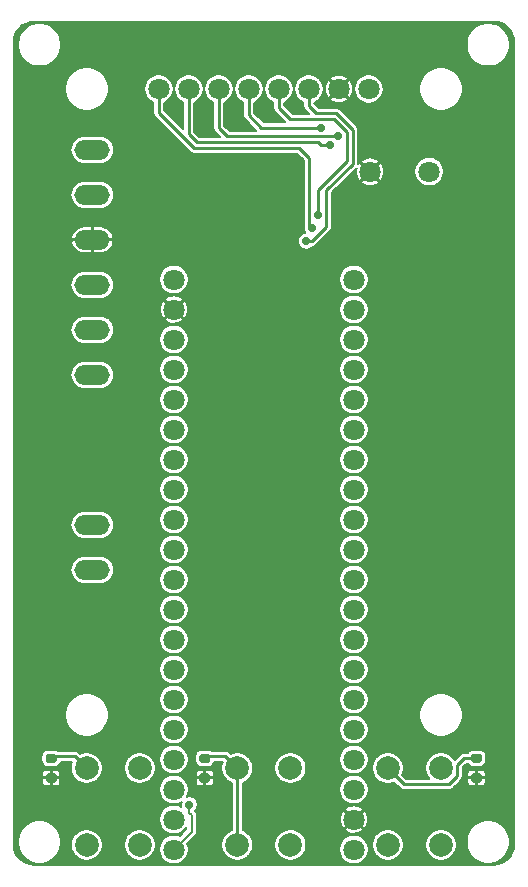
<source format=gbr>
%TF.GenerationSoftware,KiCad,Pcbnew,5.1.9*%
%TF.CreationDate,2020-12-25T23:56:19+01:00*%
%TF.ProjectId,reflow-oven,7265666c-6f77-42d6-9f76-656e2e6b6963,rev?*%
%TF.SameCoordinates,Original*%
%TF.FileFunction,Copper,L1,Top*%
%TF.FilePolarity,Positive*%
%FSLAX46Y46*%
G04 Gerber Fmt 4.6, Leading zero omitted, Abs format (unit mm)*
G04 Created by KiCad (PCBNEW 5.1.9) date 2020-12-25 23:56:19*
%MOMM*%
%LPD*%
G01*
G04 APERTURE LIST*
%TA.AperFunction,ComponentPad*%
%ADD10O,3.000000X1.700000*%
%TD*%
%TA.AperFunction,ComponentPad*%
%ADD11C,1.800000*%
%TD*%
%TA.AperFunction,ComponentPad*%
%ADD12C,2.000000*%
%TD*%
%TA.AperFunction,ViaPad*%
%ADD13C,0.700000*%
%TD*%
%TA.AperFunction,Conductor*%
%ADD14C,0.250000*%
%TD*%
%TA.AperFunction,Conductor*%
%ADD15C,0.200000*%
%TD*%
%TA.AperFunction,Conductor*%
%ADD16C,0.100000*%
%TD*%
G04 APERTURE END LIST*
%TO.P,R3,2*%
%TO.N,GND*%
%TA.AperFunction,SMDPad,CuDef*%
G36*
G01*
X17725000Y-27925000D02*
X18275000Y-27925000D01*
G75*
G02*
X18475000Y-28125000I0J-200000D01*
G01*
X18475000Y-28525000D01*
G75*
G02*
X18275000Y-28725000I-200000J0D01*
G01*
X17725000Y-28725000D01*
G75*
G02*
X17525000Y-28525000I0J200000D01*
G01*
X17525000Y-28125000D01*
G75*
G02*
X17725000Y-27925000I200000J0D01*
G01*
G37*
%TD.AperFunction*%
%TO.P,R3,1*%
%TO.N,/BTN_C*%
%TA.AperFunction,SMDPad,CuDef*%
G36*
G01*
X17725000Y-26275000D02*
X18275000Y-26275000D01*
G75*
G02*
X18475000Y-26475000I0J-200000D01*
G01*
X18475000Y-26875000D01*
G75*
G02*
X18275000Y-27075000I-200000J0D01*
G01*
X17725000Y-27075000D01*
G75*
G02*
X17525000Y-26875000I0J200000D01*
G01*
X17525000Y-26475000D01*
G75*
G02*
X17725000Y-26275000I200000J0D01*
G01*
G37*
%TD.AperFunction*%
%TD*%
%TO.P,R2,2*%
%TO.N,GND*%
%TA.AperFunction,SMDPad,CuDef*%
G36*
G01*
X-5275000Y-27925000D02*
X-4725000Y-27925000D01*
G75*
G02*
X-4525000Y-28125000I0J-200000D01*
G01*
X-4525000Y-28525000D01*
G75*
G02*
X-4725000Y-28725000I-200000J0D01*
G01*
X-5275000Y-28725000D01*
G75*
G02*
X-5475000Y-28525000I0J200000D01*
G01*
X-5475000Y-28125000D01*
G75*
G02*
X-5275000Y-27925000I200000J0D01*
G01*
G37*
%TD.AperFunction*%
%TO.P,R2,1*%
%TO.N,/BTN_B*%
%TA.AperFunction,SMDPad,CuDef*%
G36*
G01*
X-5275000Y-26275000D02*
X-4725000Y-26275000D01*
G75*
G02*
X-4525000Y-26475000I0J-200000D01*
G01*
X-4525000Y-26875000D01*
G75*
G02*
X-4725000Y-27075000I-200000J0D01*
G01*
X-5275000Y-27075000D01*
G75*
G02*
X-5475000Y-26875000I0J200000D01*
G01*
X-5475000Y-26475000D01*
G75*
G02*
X-5275000Y-26275000I200000J0D01*
G01*
G37*
%TD.AperFunction*%
%TD*%
%TO.P,R1,2*%
%TO.N,GND*%
%TA.AperFunction,SMDPad,CuDef*%
G36*
G01*
X-18275000Y-27925000D02*
X-17725000Y-27925000D01*
G75*
G02*
X-17525000Y-28125000I0J-200000D01*
G01*
X-17525000Y-28525000D01*
G75*
G02*
X-17725000Y-28725000I-200000J0D01*
G01*
X-18275000Y-28725000D01*
G75*
G02*
X-18475000Y-28525000I0J200000D01*
G01*
X-18475000Y-28125000D01*
G75*
G02*
X-18275000Y-27925000I200000J0D01*
G01*
G37*
%TD.AperFunction*%
%TO.P,R1,1*%
%TO.N,/BTN_A*%
%TA.AperFunction,SMDPad,CuDef*%
G36*
G01*
X-18275000Y-26275000D02*
X-17725000Y-26275000D01*
G75*
G02*
X-17525000Y-26475000I0J-200000D01*
G01*
X-17525000Y-26875000D01*
G75*
G02*
X-17725000Y-27075000I-200000J0D01*
G01*
X-18275000Y-27075000D01*
G75*
G02*
X-18475000Y-26875000I0J200000D01*
G01*
X-18475000Y-26475000D01*
G75*
G02*
X-18275000Y-26275000I200000J0D01*
G01*
G37*
%TD.AperFunction*%
%TD*%
D10*
%TO.P,J4,2*%
%TO.N,/OUT2-*%
X-14520000Y-6905000D03*
%TO.P,J4,1*%
%TO.N,/5V*%
X-14520000Y-10715000D03*
%TD*%
%TO.P,J3,2*%
%TO.N,/OUT1-*%
X-14520000Y9605000D03*
%TO.P,J3,1*%
%TO.N,/5V*%
X-14520000Y5795000D03*
%TD*%
%TO.P,J2,2*%
%TO.N,/T+*%
X-14520000Y24845000D03*
%TO.P,J2,1*%
%TO.N,/T-*%
X-14520000Y21035000D03*
%TD*%
%TO.P,J1,2*%
%TO.N,GND*%
X-14520000Y17225000D03*
%TO.P,J1,1*%
%TO.N,/5V*%
X-14520000Y13415000D03*
%TD*%
D11*
%TO.P,BZ1,2*%
%TO.N,GND*%
X9000000Y23000000D03*
%TO.P,BZ1,1*%
%TO.N,/BUZZER*%
X14000000Y23000000D03*
%TD*%
%TO.P,DS1,8*%
%TO.N,/3V3_2*%
X8890000Y30000000D03*
%TO.P,DS1,7*%
%TO.N,GND*%
X6350000Y30000000D03*
%TO.P,DS1,6*%
%TO.N,/MOSI1*%
X3810000Y30000000D03*
%TO.P,DS1,5*%
%TO.N,/SCK1*%
X1270000Y30000000D03*
%TO.P,DS1,4*%
%TO.N,/CS1*%
X-1270000Y30000000D03*
%TO.P,DS1,3*%
%TO.N,/DC*%
X-3810000Y30000000D03*
%TO.P,DS1,2*%
%TO.N,/RST*%
X-6350000Y30000000D03*
%TO.P,DS1,1*%
%TO.N,/BL*%
X-8890000Y30000000D03*
%TD*%
%TO.P,U1,1*%
%TO.N,/CS2*%
X-7620000Y-34392000D03*
%TO.P,U1,2*%
%TO.N,/SCK2*%
X-7620000Y-31852000D03*
%TO.P,U1,3*%
%TO.N,/MISO2*%
X-7620000Y-29312000D03*
%TO.P,U1,4*%
%TO.N,/BTN_A*%
X-7620000Y-26772000D03*
%TO.P,U1,5*%
%TO.N,N/C*%
X-7620000Y-24232000D03*
%TO.P,U1,6*%
X-7620000Y-21692000D03*
%TO.P,U1,7*%
X-7620000Y-19152000D03*
%TO.P,U1,8*%
X-7620000Y-16612000D03*
%TO.P,U1,9*%
X-7620000Y-14072000D03*
%TO.P,U1,10*%
X-7620000Y-11532000D03*
%TO.P,U1,11*%
X-7620000Y-8992000D03*
%TO.P,U1,12*%
X-7620000Y-6452000D03*
%TO.P,U1,13*%
%TO.N,/OUT2*%
X-7620000Y-3912000D03*
%TO.P,U1,14*%
%TO.N,/OUT1*%
X-7620000Y-1372000D03*
%TO.P,U1,15*%
%TO.N,N/C*%
X-7620000Y1168000D03*
%TO.P,U1,16*%
X-7620000Y3708000D03*
%TO.P,U1,17*%
X-7620000Y6248000D03*
%TO.P,U1,18*%
%TO.N,/5V*%
X-7620000Y8788000D03*
%TO.P,U1,19*%
%TO.N,GND*%
X-7620000Y11328000D03*
%TO.P,U1,20*%
%TO.N,/3V3_2*%
X-7620000Y13868000D03*
%TO.P,U1,21*%
%TO.N,N/C*%
X7620000Y13868000D03*
%TO.P,U1,22*%
X7620000Y11328000D03*
%TO.P,U1,23*%
X7620000Y8788000D03*
%TO.P,U1,24*%
X7620000Y6248000D03*
%TO.P,U1,25*%
X7620000Y3708000D03*
%TO.P,U1,26*%
X7620000Y1168000D03*
%TO.P,U1,27*%
%TO.N,/BUZZER*%
X7620000Y-1372000D03*
%TO.P,U1,28*%
%TO.N,/DC*%
X7620000Y-3912000D03*
%TO.P,U1,29*%
%TO.N,/RST*%
X7620000Y-6452000D03*
%TO.P,U1,30*%
%TO.N,/CS1*%
X7620000Y-8992000D03*
%TO.P,U1,31*%
%TO.N,/SCK1*%
X7620000Y-11532000D03*
%TO.P,U1,32*%
%TO.N,/BL*%
X7620000Y-14072000D03*
%TO.P,U1,33*%
%TO.N,/MOSI1*%
X7620000Y-16612000D03*
%TO.P,U1,34*%
%TO.N,N/C*%
X7620000Y-19152000D03*
%TO.P,U1,35*%
%TO.N,/BTN_B*%
X7620000Y-21692000D03*
%TO.P,U1,36*%
%TO.N,N/C*%
X7620000Y-24232000D03*
%TO.P,U1,37*%
%TO.N,/BTN_C*%
X7620000Y-26772000D03*
%TO.P,U1,38*%
%TO.N,/3V3*%
X7620000Y-29312000D03*
%TO.P,U1,39*%
%TO.N,GND*%
X7620000Y-31852000D03*
%TO.P,U1,40*%
%TO.N,N/C*%
X7620000Y-34392000D03*
%TD*%
D12*
%TO.P,SW1,2*%
%TO.N,/3V3*%
X-10500000Y-34000000D03*
%TO.P,SW1,1*%
%TO.N,/BTN_A*%
X-15000000Y-34000000D03*
%TO.P,SW1,2*%
%TO.N,/3V3*%
X-10500000Y-27500000D03*
%TO.P,SW1,1*%
%TO.N,/BTN_A*%
X-15000000Y-27500000D03*
%TD*%
%TO.P,SW2,1*%
%TO.N,/BTN_B*%
X-2250000Y-27500000D03*
%TO.P,SW2,2*%
%TO.N,/3V3*%
X2250000Y-27500000D03*
%TO.P,SW2,1*%
%TO.N,/BTN_B*%
X-2250000Y-34000000D03*
%TO.P,SW2,2*%
%TO.N,/3V3*%
X2250000Y-34000000D03*
%TD*%
%TO.P,SW3,2*%
%TO.N,/3V3*%
X15000000Y-34000000D03*
%TO.P,SW3,1*%
%TO.N,/BTN_C*%
X10500000Y-34000000D03*
%TO.P,SW3,2*%
%TO.N,/3V3*%
X15000000Y-27500000D03*
%TO.P,SW3,1*%
%TO.N,/BTN_C*%
X10500000Y-27500000D03*
%TD*%
D13*
%TO.N,GND*%
X18000000Y-29300000D03*
X-18000000Y-29300000D03*
X-12400000Y-3700000D03*
X-14800000Y-3800000D03*
X-14800000Y-20300000D03*
X-12400000Y-20200000D03*
X-14100000Y-3800000D03*
X-15500000Y-3800000D03*
X-15500000Y-20300000D03*
X-14100000Y-20300000D03*
X-1700000Y27000000D03*
X-4900000Y20500000D03*
X-4500000Y-29400000D03*
X15000000Y35000000D03*
X10000000Y35000000D03*
X5000000Y35000000D03*
X0Y35000000D03*
X-5000000Y35000000D03*
X-10000000Y35000000D03*
X-15000000Y35000000D03*
X-20000000Y30000000D03*
X-20000000Y25000000D03*
X-20000000Y20000000D03*
X-20000000Y15000000D03*
X-20000000Y10000000D03*
X-20000000Y5000000D03*
X-20000000Y0D03*
X-20000000Y-5000000D03*
X-20000000Y-10000000D03*
X-20000000Y-15000000D03*
X-20000000Y-20000000D03*
X-20000000Y-25000000D03*
X-20000000Y-30000000D03*
X-5000000Y-35000000D03*
X5000000Y-35000000D03*
X0Y-35000000D03*
X20000000Y-30000000D03*
X20000000Y-25000000D03*
X20000000Y-20000000D03*
X20000000Y-15000000D03*
X20000000Y-10000000D03*
X20000000Y-5000000D03*
X20000000Y0D03*
X20000000Y5000000D03*
X20000000Y10000000D03*
X20000000Y15000000D03*
X20000000Y20000000D03*
X20000000Y25000000D03*
X20000000Y30000000D03*
X0Y10000000D03*
X0Y5000000D03*
X0Y0D03*
X0Y-5000000D03*
X0Y-10000000D03*
X0Y-15000000D03*
X0Y-20000000D03*
X5000000Y-20000000D03*
X5000000Y-25000000D03*
X0Y15000000D03*
X-10000000Y15000000D03*
X15000000Y15000000D03*
X15000000Y10000000D03*
X15000000Y5000000D03*
X15000000Y0D03*
X15000000Y-5000000D03*
X15000000Y-10000000D03*
X15000000Y-15000000D03*
X15000000Y-20000000D03*
X10000000Y-20000000D03*
X10000000Y-15000000D03*
X10000000Y-10000000D03*
X10000000Y-5000000D03*
X10000000Y0D03*
X10000000Y5000000D03*
X10000000Y10000000D03*
X10000000Y15000000D03*
X10000000Y20000000D03*
X10000000Y25000000D03*
X15000000Y25000000D03*
X5000000Y-30000000D03*
X-10000000Y-20000000D03*
X-10000000Y-25000000D03*
X-10000000Y0D03*
X-10000000Y5000000D03*
%TO.N,/CS2*%
X-6300000Y-30600000D03*
%TO.N,/MOSI1*%
X3574787Y17099827D03*
%TO.N,/SCK1*%
X4574980Y19300000D03*
%TO.N,/CS1*%
X4800000Y26725000D03*
%TO.N,/DC*%
X6300000Y26000000D03*
%TO.N,/RST*%
X5570188Y25275000D03*
%TO.N,/BL*%
X4074802Y18199832D03*
%TD*%
D14*
%TO.N,GND*%
X18000000Y-28325000D02*
X18000000Y-29300000D01*
X-18000000Y-28325000D02*
X-18000000Y-29300000D01*
D15*
X-5000000Y-28900000D02*
X-4500000Y-29400000D01*
X-5000000Y-28325000D02*
X-5000000Y-28900000D01*
%TO.N,/CS2*%
X-7620000Y-34392000D02*
X-6100000Y-32872000D01*
X-6300000Y-31300000D02*
X-6100000Y-31500000D01*
X-6300000Y-30600000D02*
X-6300000Y-31300000D01*
X-6100000Y-32872000D02*
X-6100000Y-31500000D01*
D14*
%TO.N,/MOSI1*%
X4069761Y17099827D02*
X5299981Y18330047D01*
X5299981Y18330047D02*
X5299981Y21466863D01*
X3574787Y17099827D02*
X4069761Y17099827D01*
X5299981Y21466863D02*
X7525011Y23691893D01*
X7525011Y26555111D02*
X6130111Y27950011D01*
X7525011Y23691893D02*
X7525011Y26555111D01*
X6130111Y27950011D02*
X4449989Y27950011D01*
X3810000Y28590000D02*
X3810000Y30000000D01*
X4449989Y27950011D02*
X3810000Y28590000D01*
%TO.N,/SCK1*%
X7025001Y23899003D02*
X4574980Y21448982D01*
X7025001Y26348001D02*
X7025001Y23899003D01*
X5923001Y27450001D02*
X7025001Y26348001D01*
X2249999Y27450001D02*
X5923001Y27450001D01*
X1270000Y28430000D02*
X2249999Y27450001D01*
X4574980Y21448982D02*
X4574980Y19300000D01*
X1270000Y30000000D02*
X1270000Y28430000D01*
%TO.N,/CS1*%
X-1270000Y27770000D02*
X-1270000Y30000000D01*
X-225000Y26725000D02*
X-1270000Y27770000D01*
X4800000Y26725000D02*
X-225000Y26725000D01*
%TO.N,/DC*%
X-3810000Y30000000D02*
X-3810000Y26710000D01*
X-3810000Y26710000D02*
X-3100000Y26000000D01*
X-3100000Y26000000D02*
X-300000Y26000000D01*
X6300000Y26000000D02*
X-300000Y26000000D01*
%TO.N,/RST*%
X4600000Y25499990D02*
X4824990Y25275000D01*
X-5692870Y25499990D02*
X4600000Y25499990D01*
X4824990Y25275000D02*
X5570188Y25275000D01*
X-6350000Y26157120D02*
X-5692870Y25499990D01*
X-6350000Y30000000D02*
X-6350000Y26157120D01*
%TO.N,/BL*%
X3849979Y18424655D02*
X4074802Y18199832D01*
X3849979Y24150021D02*
X3849979Y18424655D01*
X3000020Y24999980D02*
X3849979Y24150021D01*
X-5899980Y24999980D02*
X3000020Y24999980D01*
X-8890000Y27990000D02*
X-5899980Y24999980D01*
X-8890000Y30000000D02*
X-8890000Y27990000D01*
%TO.N,/BTN_A*%
X-17825000Y-26500000D02*
X-18000000Y-26675000D01*
X-16000000Y-26500000D02*
X-17825000Y-26500000D01*
X-15000000Y-27500000D02*
X-16000000Y-26500000D01*
%TO.N,/BTN_B*%
X-2250000Y-27500000D02*
X-3250000Y-26500000D01*
X-4825000Y-26500000D02*
X-5000000Y-26675000D01*
X-3250000Y-26500000D02*
X-4825000Y-26500000D01*
X-2250000Y-27500000D02*
X-2250000Y-34000000D01*
%TO.N,/BTN_C*%
X11875001Y-28875001D02*
X10500000Y-27500000D01*
X16375001Y-28160001D02*
X15660001Y-28875001D01*
X15660001Y-28875001D02*
X11875001Y-28875001D01*
X16375001Y-27224999D02*
X16375001Y-28160001D01*
X16925000Y-26675000D02*
X16375001Y-27224999D01*
X18000000Y-26675000D02*
X16925000Y-26675000D01*
%TD*%
D15*
%TO.N,GND*%
X19825040Y35641571D02*
X20137699Y35547173D01*
X20426068Y35393844D01*
X20679167Y35187422D01*
X20887345Y34935777D01*
X21042685Y34648482D01*
X21139261Y34336492D01*
X21175000Y33996460D01*
X21175001Y-33984093D01*
X21141571Y-34325041D01*
X21047173Y-34637700D01*
X20893843Y-34926070D01*
X20687422Y-35179167D01*
X20435780Y-35387344D01*
X20148481Y-35542685D01*
X19836497Y-35639260D01*
X19496460Y-35675000D01*
X-19484103Y-35675000D01*
X-19825041Y-35641571D01*
X-20137700Y-35547173D01*
X-20426070Y-35393843D01*
X-20679167Y-35187422D01*
X-20887344Y-34935780D01*
X-21042685Y-34648481D01*
X-21139260Y-34336497D01*
X-21175000Y-33996460D01*
X-21175000Y-33569158D01*
X-20836116Y-33569158D01*
X-20836116Y-33930842D01*
X-20765555Y-34285575D01*
X-20627145Y-34619727D01*
X-20426204Y-34920456D01*
X-20170456Y-35176204D01*
X-19869727Y-35377145D01*
X-19535575Y-35515555D01*
X-19180842Y-35586116D01*
X-18819158Y-35586116D01*
X-18464425Y-35515555D01*
X-18130273Y-35377145D01*
X-17829544Y-35176204D01*
X-17573796Y-34920456D01*
X-17372855Y-34619727D01*
X-17234445Y-34285575D01*
X-17163884Y-33930842D01*
X-17163884Y-33867037D01*
X-16350000Y-33867037D01*
X-16350000Y-34132963D01*
X-16298120Y-34393780D01*
X-16196354Y-34639465D01*
X-16048613Y-34860575D01*
X-15860575Y-35048613D01*
X-15639465Y-35196354D01*
X-15393780Y-35298120D01*
X-15132963Y-35350000D01*
X-14867037Y-35350000D01*
X-14606220Y-35298120D01*
X-14360535Y-35196354D01*
X-14139425Y-35048613D01*
X-13951387Y-34860575D01*
X-13803646Y-34639465D01*
X-13701880Y-34393780D01*
X-13650000Y-34132963D01*
X-13650000Y-33867037D01*
X-11850000Y-33867037D01*
X-11850000Y-34132963D01*
X-11798120Y-34393780D01*
X-11696354Y-34639465D01*
X-11548613Y-34860575D01*
X-11360575Y-35048613D01*
X-11139465Y-35196354D01*
X-10893780Y-35298120D01*
X-10632963Y-35350000D01*
X-10367037Y-35350000D01*
X-10106220Y-35298120D01*
X-9860535Y-35196354D01*
X-9639425Y-35048613D01*
X-9451387Y-34860575D01*
X-9303646Y-34639465D01*
X-9201880Y-34393780D01*
X-9150000Y-34132963D01*
X-9150000Y-33867037D01*
X-9201880Y-33606220D01*
X-9303646Y-33360535D01*
X-9451387Y-33139425D01*
X-9639425Y-32951387D01*
X-9860535Y-32803646D01*
X-10106220Y-32701880D01*
X-10367037Y-32650000D01*
X-10632963Y-32650000D01*
X-10893780Y-32701880D01*
X-11139465Y-32803646D01*
X-11360575Y-32951387D01*
X-11548613Y-33139425D01*
X-11696354Y-33360535D01*
X-11798120Y-33606220D01*
X-11850000Y-33867037D01*
X-13650000Y-33867037D01*
X-13701880Y-33606220D01*
X-13803646Y-33360535D01*
X-13951387Y-33139425D01*
X-14139425Y-32951387D01*
X-14360535Y-32803646D01*
X-14606220Y-32701880D01*
X-14867037Y-32650000D01*
X-15132963Y-32650000D01*
X-15393780Y-32701880D01*
X-15639465Y-32803646D01*
X-15860575Y-32951387D01*
X-16048613Y-33139425D01*
X-16196354Y-33360535D01*
X-16298120Y-33606220D01*
X-16350000Y-33867037D01*
X-17163884Y-33867037D01*
X-17163884Y-33569158D01*
X-17234445Y-33214425D01*
X-17372855Y-32880273D01*
X-17573796Y-32579544D01*
X-17829544Y-32323796D01*
X-18130273Y-32122855D01*
X-18464425Y-31984445D01*
X-18819158Y-31913884D01*
X-19180842Y-31913884D01*
X-19535575Y-31984445D01*
X-19869727Y-32122855D01*
X-20170456Y-32323796D01*
X-20426204Y-32579544D01*
X-20627145Y-32880273D01*
X-20765555Y-33214425D01*
X-20836116Y-33569158D01*
X-21175000Y-33569158D01*
X-21175000Y-29188886D01*
X-8870000Y-29188886D01*
X-8870000Y-29435114D01*
X-8821963Y-29676611D01*
X-8727735Y-29904097D01*
X-8590938Y-30108828D01*
X-8416828Y-30282938D01*
X-8212097Y-30419735D01*
X-7984611Y-30513963D01*
X-7743114Y-30562000D01*
X-7496886Y-30562000D01*
X-7255389Y-30513963D01*
X-7027903Y-30419735D01*
X-6965824Y-30378255D01*
X-6973099Y-30395818D01*
X-7000000Y-30531056D01*
X-7000000Y-30668944D01*
X-6978444Y-30777313D01*
X-7027903Y-30744265D01*
X-7255389Y-30650037D01*
X-7496886Y-30602000D01*
X-7743114Y-30602000D01*
X-7984611Y-30650037D01*
X-8212097Y-30744265D01*
X-8416828Y-30881062D01*
X-8590938Y-31055172D01*
X-8727735Y-31259903D01*
X-8821963Y-31487389D01*
X-8870000Y-31728886D01*
X-8870000Y-31975114D01*
X-8821963Y-32216611D01*
X-8727735Y-32444097D01*
X-8590938Y-32648828D01*
X-8416828Y-32822938D01*
X-8212097Y-32959735D01*
X-7984611Y-33053963D01*
X-7743114Y-33102000D01*
X-7496886Y-33102000D01*
X-7255389Y-33053963D01*
X-7027903Y-32959735D01*
X-6823172Y-32822938D01*
X-6649062Y-32648828D01*
X-6550000Y-32500571D01*
X-6550000Y-32685604D01*
X-7113291Y-33248896D01*
X-7255389Y-33190037D01*
X-7496886Y-33142000D01*
X-7743114Y-33142000D01*
X-7984611Y-33190037D01*
X-8212097Y-33284265D01*
X-8416828Y-33421062D01*
X-8590938Y-33595172D01*
X-8727735Y-33799903D01*
X-8821963Y-34027389D01*
X-8870000Y-34268886D01*
X-8870000Y-34515114D01*
X-8821963Y-34756611D01*
X-8727735Y-34984097D01*
X-8590938Y-35188828D01*
X-8416828Y-35362938D01*
X-8212097Y-35499735D01*
X-7984611Y-35593963D01*
X-7743114Y-35642000D01*
X-7496886Y-35642000D01*
X-7255389Y-35593963D01*
X-7027903Y-35499735D01*
X-6823172Y-35362938D01*
X-6649062Y-35188828D01*
X-6512265Y-34984097D01*
X-6418037Y-34756611D01*
X-6370000Y-34515114D01*
X-6370000Y-34268886D01*
X-6418037Y-34027389D01*
X-6476896Y-33885291D01*
X-5797427Y-33205823D01*
X-5780263Y-33191737D01*
X-5766176Y-33174572D01*
X-5766172Y-33174568D01*
X-5724029Y-33123217D01*
X-5682243Y-33045041D01*
X-5682243Y-33045040D01*
X-5656511Y-32960215D01*
X-5650000Y-32894105D01*
X-5650000Y-32894094D01*
X-5647824Y-32872000D01*
X-5650000Y-32849906D01*
X-5650000Y-31522094D01*
X-5647824Y-31500000D01*
X-5650000Y-31477906D01*
X-5650000Y-31477895D01*
X-5656511Y-31411785D01*
X-5682243Y-31326959D01*
X-5724029Y-31248784D01*
X-5780263Y-31180263D01*
X-5797434Y-31166171D01*
X-5836828Y-31126778D01*
X-5756274Y-31046224D01*
X-5679668Y-30931574D01*
X-5626901Y-30804182D01*
X-5600000Y-30668944D01*
X-5600000Y-30531056D01*
X-5626901Y-30395818D01*
X-5679668Y-30268426D01*
X-5756274Y-30153776D01*
X-5853776Y-30056274D01*
X-5968426Y-29979668D01*
X-6095818Y-29926901D01*
X-6231056Y-29900000D01*
X-6368944Y-29900000D01*
X-6504182Y-29926901D01*
X-6536426Y-29940257D01*
X-6512265Y-29904097D01*
X-6418037Y-29676611D01*
X-6370000Y-29435114D01*
X-6370000Y-29188886D01*
X-6418037Y-28947389D01*
X-6510153Y-28725000D01*
X-5776452Y-28725000D01*
X-5770660Y-28783810D01*
X-5753505Y-28840361D01*
X-5725648Y-28892478D01*
X-5688159Y-28938159D01*
X-5642478Y-28975648D01*
X-5590361Y-29003505D01*
X-5533810Y-29020660D01*
X-5475000Y-29026452D01*
X-5125000Y-29025000D01*
X-5050000Y-28950000D01*
X-5050000Y-28375000D01*
X-4950000Y-28375000D01*
X-4950000Y-28950000D01*
X-4875000Y-29025000D01*
X-4525000Y-29026452D01*
X-4466190Y-29020660D01*
X-4409639Y-29003505D01*
X-4357522Y-28975648D01*
X-4311841Y-28938159D01*
X-4274352Y-28892478D01*
X-4246495Y-28840361D01*
X-4229340Y-28783810D01*
X-4223548Y-28725000D01*
X-4225000Y-28450000D01*
X-4300000Y-28375000D01*
X-4950000Y-28375000D01*
X-5050000Y-28375000D01*
X-5700000Y-28375000D01*
X-5775000Y-28450000D01*
X-5776452Y-28725000D01*
X-6510153Y-28725000D01*
X-6512265Y-28719903D01*
X-6649062Y-28515172D01*
X-6823172Y-28341062D01*
X-7027903Y-28204265D01*
X-7255389Y-28110037D01*
X-7496886Y-28062000D01*
X-7743114Y-28062000D01*
X-7984611Y-28110037D01*
X-8212097Y-28204265D01*
X-8416828Y-28341062D01*
X-8590938Y-28515172D01*
X-8727735Y-28719903D01*
X-8821963Y-28947389D01*
X-8870000Y-29188886D01*
X-21175000Y-29188886D01*
X-21175000Y-28725000D01*
X-18776452Y-28725000D01*
X-18770660Y-28783810D01*
X-18753505Y-28840361D01*
X-18725648Y-28892478D01*
X-18688159Y-28938159D01*
X-18642478Y-28975648D01*
X-18590361Y-29003505D01*
X-18533810Y-29020660D01*
X-18475000Y-29026452D01*
X-18125000Y-29025000D01*
X-18050000Y-28950000D01*
X-18050000Y-28375000D01*
X-17950000Y-28375000D01*
X-17950000Y-28950000D01*
X-17875000Y-29025000D01*
X-17525000Y-29026452D01*
X-17466190Y-29020660D01*
X-17409639Y-29003505D01*
X-17357522Y-28975648D01*
X-17311841Y-28938159D01*
X-17274352Y-28892478D01*
X-17246495Y-28840361D01*
X-17229340Y-28783810D01*
X-17223548Y-28725000D01*
X-17225000Y-28450000D01*
X-17300000Y-28375000D01*
X-17950000Y-28375000D01*
X-18050000Y-28375000D01*
X-18700000Y-28375000D01*
X-18775000Y-28450000D01*
X-18776452Y-28725000D01*
X-21175000Y-28725000D01*
X-21175000Y-27925000D01*
X-18776452Y-27925000D01*
X-18775000Y-28200000D01*
X-18700000Y-28275000D01*
X-18050000Y-28275000D01*
X-18050000Y-27700000D01*
X-17950000Y-27700000D01*
X-17950000Y-28275000D01*
X-17300000Y-28275000D01*
X-17225000Y-28200000D01*
X-17223548Y-27925000D01*
X-17229340Y-27866190D01*
X-17246495Y-27809639D01*
X-17274352Y-27757522D01*
X-17311841Y-27711841D01*
X-17357522Y-27674352D01*
X-17409639Y-27646495D01*
X-17466190Y-27629340D01*
X-17525000Y-27623548D01*
X-17875000Y-27625000D01*
X-17950000Y-27700000D01*
X-18050000Y-27700000D01*
X-18125000Y-27625000D01*
X-18475000Y-27623548D01*
X-18533810Y-27629340D01*
X-18590361Y-27646495D01*
X-18642478Y-27674352D01*
X-18688159Y-27711841D01*
X-18725648Y-27757522D01*
X-18753505Y-27809639D01*
X-18770660Y-27866190D01*
X-18776452Y-27925000D01*
X-21175000Y-27925000D01*
X-21175000Y-26475000D01*
X-18826693Y-26475000D01*
X-18826693Y-26875000D01*
X-18816092Y-26982630D01*
X-18784698Y-27086124D01*
X-18733716Y-27181504D01*
X-18665106Y-27265106D01*
X-18581504Y-27333716D01*
X-18486124Y-27384698D01*
X-18382630Y-27416092D01*
X-18275000Y-27426693D01*
X-17725000Y-27426693D01*
X-17617370Y-27416092D01*
X-17513876Y-27384698D01*
X-17418496Y-27333716D01*
X-17334894Y-27265106D01*
X-17266284Y-27181504D01*
X-17215302Y-27086124D01*
X-17183908Y-26982630D01*
X-17183156Y-26975000D01*
X-16243767Y-26975000D01*
X-16298120Y-27106220D01*
X-16350000Y-27367037D01*
X-16350000Y-27632963D01*
X-16298120Y-27893780D01*
X-16196354Y-28139465D01*
X-16048613Y-28360575D01*
X-15860575Y-28548613D01*
X-15639465Y-28696354D01*
X-15393780Y-28798120D01*
X-15132963Y-28850000D01*
X-14867037Y-28850000D01*
X-14606220Y-28798120D01*
X-14360535Y-28696354D01*
X-14139425Y-28548613D01*
X-13951387Y-28360575D01*
X-13803646Y-28139465D01*
X-13701880Y-27893780D01*
X-13650000Y-27632963D01*
X-13650000Y-27367037D01*
X-11850000Y-27367037D01*
X-11850000Y-27632963D01*
X-11798120Y-27893780D01*
X-11696354Y-28139465D01*
X-11548613Y-28360575D01*
X-11360575Y-28548613D01*
X-11139465Y-28696354D01*
X-10893780Y-28798120D01*
X-10632963Y-28850000D01*
X-10367037Y-28850000D01*
X-10106220Y-28798120D01*
X-9860535Y-28696354D01*
X-9639425Y-28548613D01*
X-9451387Y-28360575D01*
X-9303646Y-28139465D01*
X-9201880Y-27893780D01*
X-9150000Y-27632963D01*
X-9150000Y-27367037D01*
X-9201880Y-27106220D01*
X-9303646Y-26860535D01*
X-9445065Y-26648886D01*
X-8870000Y-26648886D01*
X-8870000Y-26895114D01*
X-8821963Y-27136611D01*
X-8727735Y-27364097D01*
X-8590938Y-27568828D01*
X-8416828Y-27742938D01*
X-8212097Y-27879735D01*
X-7984611Y-27973963D01*
X-7743114Y-28022000D01*
X-7496886Y-28022000D01*
X-7255389Y-27973963D01*
X-7137183Y-27925000D01*
X-5776452Y-27925000D01*
X-5775000Y-28200000D01*
X-5700000Y-28275000D01*
X-5050000Y-28275000D01*
X-5050000Y-27700000D01*
X-4950000Y-27700000D01*
X-4950000Y-28275000D01*
X-4300000Y-28275000D01*
X-4225000Y-28200000D01*
X-4223548Y-27925000D01*
X-4229340Y-27866190D01*
X-4246495Y-27809639D01*
X-4274352Y-27757522D01*
X-4311841Y-27711841D01*
X-4357522Y-27674352D01*
X-4409639Y-27646495D01*
X-4466190Y-27629340D01*
X-4525000Y-27623548D01*
X-4875000Y-27625000D01*
X-4950000Y-27700000D01*
X-5050000Y-27700000D01*
X-5125000Y-27625000D01*
X-5475000Y-27623548D01*
X-5533810Y-27629340D01*
X-5590361Y-27646495D01*
X-5642478Y-27674352D01*
X-5688159Y-27711841D01*
X-5725648Y-27757522D01*
X-5753505Y-27809639D01*
X-5770660Y-27866190D01*
X-5776452Y-27925000D01*
X-7137183Y-27925000D01*
X-7027903Y-27879735D01*
X-6823172Y-27742938D01*
X-6649062Y-27568828D01*
X-6512265Y-27364097D01*
X-6418037Y-27136611D01*
X-6370000Y-26895114D01*
X-6370000Y-26648886D01*
X-6404588Y-26475000D01*
X-5826693Y-26475000D01*
X-5826693Y-26875000D01*
X-5816092Y-26982630D01*
X-5784698Y-27086124D01*
X-5733716Y-27181504D01*
X-5665106Y-27265106D01*
X-5581504Y-27333716D01*
X-5486124Y-27384698D01*
X-5382630Y-27416092D01*
X-5275000Y-27426693D01*
X-4725000Y-27426693D01*
X-4617370Y-27416092D01*
X-4513876Y-27384698D01*
X-4418496Y-27333716D01*
X-4334894Y-27265106D01*
X-4266284Y-27181504D01*
X-4215302Y-27086124D01*
X-4183908Y-26982630D01*
X-4183156Y-26975000D01*
X-3493767Y-26975000D01*
X-3548120Y-27106220D01*
X-3600000Y-27367037D01*
X-3600000Y-27632963D01*
X-3548120Y-27893780D01*
X-3446354Y-28139465D01*
X-3298613Y-28360575D01*
X-3110575Y-28548613D01*
X-2889465Y-28696354D01*
X-2725000Y-28764478D01*
X-2724999Y-32735522D01*
X-2889465Y-32803646D01*
X-3110575Y-32951387D01*
X-3298613Y-33139425D01*
X-3446354Y-33360535D01*
X-3548120Y-33606220D01*
X-3600000Y-33867037D01*
X-3600000Y-34132963D01*
X-3548120Y-34393780D01*
X-3446354Y-34639465D01*
X-3298613Y-34860575D01*
X-3110575Y-35048613D01*
X-2889465Y-35196354D01*
X-2643780Y-35298120D01*
X-2382963Y-35350000D01*
X-2117037Y-35350000D01*
X-1856220Y-35298120D01*
X-1610535Y-35196354D01*
X-1389425Y-35048613D01*
X-1201387Y-34860575D01*
X-1053646Y-34639465D01*
X-951880Y-34393780D01*
X-900000Y-34132963D01*
X-900000Y-33867037D01*
X900000Y-33867037D01*
X900000Y-34132963D01*
X951880Y-34393780D01*
X1053646Y-34639465D01*
X1201387Y-34860575D01*
X1389425Y-35048613D01*
X1610535Y-35196354D01*
X1856220Y-35298120D01*
X2117037Y-35350000D01*
X2382963Y-35350000D01*
X2643780Y-35298120D01*
X2889465Y-35196354D01*
X3110575Y-35048613D01*
X3298613Y-34860575D01*
X3446354Y-34639465D01*
X3548120Y-34393780D01*
X3572963Y-34268886D01*
X6370000Y-34268886D01*
X6370000Y-34515114D01*
X6418037Y-34756611D01*
X6512265Y-34984097D01*
X6649062Y-35188828D01*
X6823172Y-35362938D01*
X7027903Y-35499735D01*
X7255389Y-35593963D01*
X7496886Y-35642000D01*
X7743114Y-35642000D01*
X7984611Y-35593963D01*
X8212097Y-35499735D01*
X8416828Y-35362938D01*
X8590938Y-35188828D01*
X8727735Y-34984097D01*
X8821963Y-34756611D01*
X8870000Y-34515114D01*
X8870000Y-34268886D01*
X8821963Y-34027389D01*
X8755543Y-33867037D01*
X9150000Y-33867037D01*
X9150000Y-34132963D01*
X9201880Y-34393780D01*
X9303646Y-34639465D01*
X9451387Y-34860575D01*
X9639425Y-35048613D01*
X9860535Y-35196354D01*
X10106220Y-35298120D01*
X10367037Y-35350000D01*
X10632963Y-35350000D01*
X10893780Y-35298120D01*
X11139465Y-35196354D01*
X11360575Y-35048613D01*
X11548613Y-34860575D01*
X11696354Y-34639465D01*
X11798120Y-34393780D01*
X11850000Y-34132963D01*
X11850000Y-33867037D01*
X13650000Y-33867037D01*
X13650000Y-34132963D01*
X13701880Y-34393780D01*
X13803646Y-34639465D01*
X13951387Y-34860575D01*
X14139425Y-35048613D01*
X14360535Y-35196354D01*
X14606220Y-35298120D01*
X14867037Y-35350000D01*
X15132963Y-35350000D01*
X15393780Y-35298120D01*
X15639465Y-35196354D01*
X15860575Y-35048613D01*
X16048613Y-34860575D01*
X16196354Y-34639465D01*
X16298120Y-34393780D01*
X16350000Y-34132963D01*
X16350000Y-33867037D01*
X16298120Y-33606220D01*
X16282769Y-33569158D01*
X17163884Y-33569158D01*
X17163884Y-33930842D01*
X17234445Y-34285575D01*
X17372855Y-34619727D01*
X17573796Y-34920456D01*
X17829544Y-35176204D01*
X18130273Y-35377145D01*
X18464425Y-35515555D01*
X18819158Y-35586116D01*
X19180842Y-35586116D01*
X19535575Y-35515555D01*
X19869727Y-35377145D01*
X20170456Y-35176204D01*
X20426204Y-34920456D01*
X20627145Y-34619727D01*
X20765555Y-34285575D01*
X20836116Y-33930842D01*
X20836116Y-33569158D01*
X20765555Y-33214425D01*
X20627145Y-32880273D01*
X20426204Y-32579544D01*
X20170456Y-32323796D01*
X19869727Y-32122855D01*
X19535575Y-31984445D01*
X19180842Y-31913884D01*
X18819158Y-31913884D01*
X18464425Y-31984445D01*
X18130273Y-32122855D01*
X17829544Y-32323796D01*
X17573796Y-32579544D01*
X17372855Y-32880273D01*
X17234445Y-33214425D01*
X17163884Y-33569158D01*
X16282769Y-33569158D01*
X16196354Y-33360535D01*
X16048613Y-33139425D01*
X15860575Y-32951387D01*
X15639465Y-32803646D01*
X15393780Y-32701880D01*
X15132963Y-32650000D01*
X14867037Y-32650000D01*
X14606220Y-32701880D01*
X14360535Y-32803646D01*
X14139425Y-32951387D01*
X13951387Y-33139425D01*
X13803646Y-33360535D01*
X13701880Y-33606220D01*
X13650000Y-33867037D01*
X11850000Y-33867037D01*
X11798120Y-33606220D01*
X11696354Y-33360535D01*
X11548613Y-33139425D01*
X11360575Y-32951387D01*
X11139465Y-32803646D01*
X10893780Y-32701880D01*
X10632963Y-32650000D01*
X10367037Y-32650000D01*
X10106220Y-32701880D01*
X9860535Y-32803646D01*
X9639425Y-32951387D01*
X9451387Y-33139425D01*
X9303646Y-33360535D01*
X9201880Y-33606220D01*
X9150000Y-33867037D01*
X8755543Y-33867037D01*
X8727735Y-33799903D01*
X8590938Y-33595172D01*
X8416828Y-33421062D01*
X8212097Y-33284265D01*
X7984611Y-33190037D01*
X7743114Y-33142000D01*
X7496886Y-33142000D01*
X7255389Y-33190037D01*
X7027903Y-33284265D01*
X6823172Y-33421062D01*
X6649062Y-33595172D01*
X6512265Y-33799903D01*
X6418037Y-34027389D01*
X6370000Y-34268886D01*
X3572963Y-34268886D01*
X3600000Y-34132963D01*
X3600000Y-33867037D01*
X3548120Y-33606220D01*
X3446354Y-33360535D01*
X3298613Y-33139425D01*
X3110575Y-32951387D01*
X2889465Y-32803646D01*
X2643780Y-32701880D01*
X2564822Y-32686174D01*
X6856537Y-32686174D01*
X6952305Y-32856068D01*
X7161019Y-32967036D01*
X7387371Y-33035153D01*
X7622663Y-33057802D01*
X7857852Y-33034114D01*
X8083900Y-32964997D01*
X8287695Y-32856068D01*
X8383463Y-32686174D01*
X7620000Y-31922711D01*
X6856537Y-32686174D01*
X2564822Y-32686174D01*
X2382963Y-32650000D01*
X2117037Y-32650000D01*
X1856220Y-32701880D01*
X1610535Y-32803646D01*
X1389425Y-32951387D01*
X1201387Y-33139425D01*
X1053646Y-33360535D01*
X951880Y-33606220D01*
X900000Y-33867037D01*
X-900000Y-33867037D01*
X-951880Y-33606220D01*
X-1053646Y-33360535D01*
X-1201387Y-33139425D01*
X-1389425Y-32951387D01*
X-1610535Y-32803646D01*
X-1775000Y-32735522D01*
X-1775000Y-31854663D01*
X6414198Y-31854663D01*
X6437886Y-32089852D01*
X6507003Y-32315900D01*
X6615932Y-32519695D01*
X6785826Y-32615463D01*
X7549289Y-31852000D01*
X7690711Y-31852000D01*
X8454174Y-32615463D01*
X8624068Y-32519695D01*
X8735036Y-32310981D01*
X8803153Y-32084629D01*
X8825802Y-31849337D01*
X8802114Y-31614148D01*
X8732997Y-31388100D01*
X8624068Y-31184305D01*
X8454174Y-31088537D01*
X7690711Y-31852000D01*
X7549289Y-31852000D01*
X6785826Y-31088537D01*
X6615932Y-31184305D01*
X6504964Y-31393019D01*
X6436847Y-31619371D01*
X6414198Y-31854663D01*
X-1775000Y-31854663D01*
X-1775000Y-31017826D01*
X6856537Y-31017826D01*
X7620000Y-31781289D01*
X8383463Y-31017826D01*
X8287695Y-30847932D01*
X8078981Y-30736964D01*
X7852629Y-30668847D01*
X7617337Y-30646198D01*
X7382148Y-30669886D01*
X7156100Y-30739003D01*
X6952305Y-30847932D01*
X6856537Y-31017826D01*
X-1775000Y-31017826D01*
X-1775000Y-29188886D01*
X6370000Y-29188886D01*
X6370000Y-29435114D01*
X6418037Y-29676611D01*
X6512265Y-29904097D01*
X6649062Y-30108828D01*
X6823172Y-30282938D01*
X7027903Y-30419735D01*
X7255389Y-30513963D01*
X7496886Y-30562000D01*
X7743114Y-30562000D01*
X7984611Y-30513963D01*
X8212097Y-30419735D01*
X8416828Y-30282938D01*
X8590938Y-30108828D01*
X8727735Y-29904097D01*
X8821963Y-29676611D01*
X8870000Y-29435114D01*
X8870000Y-29188886D01*
X8821963Y-28947389D01*
X8727735Y-28719903D01*
X8590938Y-28515172D01*
X8416828Y-28341062D01*
X8212097Y-28204265D01*
X7984611Y-28110037D01*
X7743114Y-28062000D01*
X7496886Y-28062000D01*
X7255389Y-28110037D01*
X7027903Y-28204265D01*
X6823172Y-28341062D01*
X6649062Y-28515172D01*
X6512265Y-28719903D01*
X6418037Y-28947389D01*
X6370000Y-29188886D01*
X-1775000Y-29188886D01*
X-1775000Y-28764478D01*
X-1610535Y-28696354D01*
X-1389425Y-28548613D01*
X-1201387Y-28360575D01*
X-1053646Y-28139465D01*
X-951880Y-27893780D01*
X-900000Y-27632963D01*
X-900000Y-27367037D01*
X900000Y-27367037D01*
X900000Y-27632963D01*
X951880Y-27893780D01*
X1053646Y-28139465D01*
X1201387Y-28360575D01*
X1389425Y-28548613D01*
X1610535Y-28696354D01*
X1856220Y-28798120D01*
X2117037Y-28850000D01*
X2382963Y-28850000D01*
X2643780Y-28798120D01*
X2889465Y-28696354D01*
X3110575Y-28548613D01*
X3298613Y-28360575D01*
X3446354Y-28139465D01*
X3548120Y-27893780D01*
X3600000Y-27632963D01*
X3600000Y-27367037D01*
X3548120Y-27106220D01*
X3446354Y-26860535D01*
X3304935Y-26648886D01*
X6370000Y-26648886D01*
X6370000Y-26895114D01*
X6418037Y-27136611D01*
X6512265Y-27364097D01*
X6649062Y-27568828D01*
X6823172Y-27742938D01*
X7027903Y-27879735D01*
X7255389Y-27973963D01*
X7496886Y-28022000D01*
X7743114Y-28022000D01*
X7984611Y-27973963D01*
X8212097Y-27879735D01*
X8416828Y-27742938D01*
X8590938Y-27568828D01*
X8725770Y-27367037D01*
X9150000Y-27367037D01*
X9150000Y-27632963D01*
X9201880Y-27893780D01*
X9303646Y-28139465D01*
X9451387Y-28360575D01*
X9639425Y-28548613D01*
X9860535Y-28696354D01*
X10106220Y-28798120D01*
X10367037Y-28850000D01*
X10632963Y-28850000D01*
X10893780Y-28798120D01*
X11058246Y-28729996D01*
X11522621Y-29194372D01*
X11537500Y-29212502D01*
X11609828Y-29271860D01*
X11692347Y-29315967D01*
X11754723Y-29334889D01*
X11781884Y-29343128D01*
X11875000Y-29352299D01*
X11898333Y-29350001D01*
X15636669Y-29350001D01*
X15660001Y-29352299D01*
X15683333Y-29350001D01*
X15753117Y-29343128D01*
X15842655Y-29315967D01*
X15925174Y-29271860D01*
X15997502Y-29212502D01*
X16012385Y-29194368D01*
X16481753Y-28725000D01*
X17223548Y-28725000D01*
X17229340Y-28783810D01*
X17246495Y-28840361D01*
X17274352Y-28892478D01*
X17311841Y-28938159D01*
X17357522Y-28975648D01*
X17409639Y-29003505D01*
X17466190Y-29020660D01*
X17525000Y-29026452D01*
X17875000Y-29025000D01*
X17950000Y-28950000D01*
X17950000Y-28375000D01*
X18050000Y-28375000D01*
X18050000Y-28950000D01*
X18125000Y-29025000D01*
X18475000Y-29026452D01*
X18533810Y-29020660D01*
X18590361Y-29003505D01*
X18642478Y-28975648D01*
X18688159Y-28938159D01*
X18725648Y-28892478D01*
X18753505Y-28840361D01*
X18770660Y-28783810D01*
X18776452Y-28725000D01*
X18775000Y-28450000D01*
X18700000Y-28375000D01*
X18050000Y-28375000D01*
X17950000Y-28375000D01*
X17300000Y-28375000D01*
X17225000Y-28450000D01*
X17223548Y-28725000D01*
X16481753Y-28725000D01*
X16694378Y-28512376D01*
X16712502Y-28497502D01*
X16771860Y-28425174D01*
X16815967Y-28342655D01*
X16843128Y-28253117D01*
X16850001Y-28183333D01*
X16852299Y-28160001D01*
X16850001Y-28136669D01*
X16850001Y-27925000D01*
X17223548Y-27925000D01*
X17225000Y-28200000D01*
X17300000Y-28275000D01*
X17950000Y-28275000D01*
X17950000Y-27700000D01*
X18050000Y-27700000D01*
X18050000Y-28275000D01*
X18700000Y-28275000D01*
X18775000Y-28200000D01*
X18776452Y-27925000D01*
X18770660Y-27866190D01*
X18753505Y-27809639D01*
X18725648Y-27757522D01*
X18688159Y-27711841D01*
X18642478Y-27674352D01*
X18590361Y-27646495D01*
X18533810Y-27629340D01*
X18475000Y-27623548D01*
X18125000Y-27625000D01*
X18050000Y-27700000D01*
X17950000Y-27700000D01*
X17875000Y-27625000D01*
X17525000Y-27623548D01*
X17466190Y-27629340D01*
X17409639Y-27646495D01*
X17357522Y-27674352D01*
X17311841Y-27711841D01*
X17274352Y-27757522D01*
X17246495Y-27809639D01*
X17229340Y-27866190D01*
X17223548Y-27925000D01*
X16850001Y-27925000D01*
X16850001Y-27421749D01*
X17121751Y-27150000D01*
X17249445Y-27150000D01*
X17266284Y-27181504D01*
X17334894Y-27265106D01*
X17418496Y-27333716D01*
X17513876Y-27384698D01*
X17617370Y-27416092D01*
X17725000Y-27426693D01*
X18275000Y-27426693D01*
X18382630Y-27416092D01*
X18486124Y-27384698D01*
X18581504Y-27333716D01*
X18665106Y-27265106D01*
X18733716Y-27181504D01*
X18784698Y-27086124D01*
X18816092Y-26982630D01*
X18826693Y-26875000D01*
X18826693Y-26475000D01*
X18816092Y-26367370D01*
X18784698Y-26263876D01*
X18733716Y-26168496D01*
X18665106Y-26084894D01*
X18581504Y-26016284D01*
X18486124Y-25965302D01*
X18382630Y-25933908D01*
X18275000Y-25923307D01*
X17725000Y-25923307D01*
X17617370Y-25933908D01*
X17513876Y-25965302D01*
X17418496Y-26016284D01*
X17334894Y-26084894D01*
X17266284Y-26168496D01*
X17249445Y-26200000D01*
X16948332Y-26200000D01*
X16924999Y-26197702D01*
X16831883Y-26206873D01*
X16804722Y-26215112D01*
X16742346Y-26234034D01*
X16659827Y-26278141D01*
X16587499Y-26337499D01*
X16572620Y-26355629D01*
X16144828Y-26783421D01*
X16048613Y-26639425D01*
X15860575Y-26451387D01*
X15639465Y-26303646D01*
X15393780Y-26201880D01*
X15132963Y-26150000D01*
X14867037Y-26150000D01*
X14606220Y-26201880D01*
X14360535Y-26303646D01*
X14139425Y-26451387D01*
X13951387Y-26639425D01*
X13803646Y-26860535D01*
X13701880Y-27106220D01*
X13650000Y-27367037D01*
X13650000Y-27632963D01*
X13701880Y-27893780D01*
X13803646Y-28139465D01*
X13951387Y-28360575D01*
X13990813Y-28400001D01*
X12071752Y-28400001D01*
X11729996Y-28058246D01*
X11798120Y-27893780D01*
X11850000Y-27632963D01*
X11850000Y-27367037D01*
X11798120Y-27106220D01*
X11696354Y-26860535D01*
X11548613Y-26639425D01*
X11360575Y-26451387D01*
X11139465Y-26303646D01*
X10893780Y-26201880D01*
X10632963Y-26150000D01*
X10367037Y-26150000D01*
X10106220Y-26201880D01*
X9860535Y-26303646D01*
X9639425Y-26451387D01*
X9451387Y-26639425D01*
X9303646Y-26860535D01*
X9201880Y-27106220D01*
X9150000Y-27367037D01*
X8725770Y-27367037D01*
X8727735Y-27364097D01*
X8821963Y-27136611D01*
X8870000Y-26895114D01*
X8870000Y-26648886D01*
X8821963Y-26407389D01*
X8727735Y-26179903D01*
X8590938Y-25975172D01*
X8416828Y-25801062D01*
X8212097Y-25664265D01*
X7984611Y-25570037D01*
X7743114Y-25522000D01*
X7496886Y-25522000D01*
X7255389Y-25570037D01*
X7027903Y-25664265D01*
X6823172Y-25801062D01*
X6649062Y-25975172D01*
X6512265Y-26179903D01*
X6418037Y-26407389D01*
X6370000Y-26648886D01*
X3304935Y-26648886D01*
X3298613Y-26639425D01*
X3110575Y-26451387D01*
X2889465Y-26303646D01*
X2643780Y-26201880D01*
X2382963Y-26150000D01*
X2117037Y-26150000D01*
X1856220Y-26201880D01*
X1610535Y-26303646D01*
X1389425Y-26451387D01*
X1201387Y-26639425D01*
X1053646Y-26860535D01*
X951880Y-27106220D01*
X900000Y-27367037D01*
X-900000Y-27367037D01*
X-951880Y-27106220D01*
X-1053646Y-26860535D01*
X-1201387Y-26639425D01*
X-1389425Y-26451387D01*
X-1610535Y-26303646D01*
X-1856220Y-26201880D01*
X-2117037Y-26150000D01*
X-2382963Y-26150000D01*
X-2643780Y-26201880D01*
X-2808246Y-26270004D01*
X-2897616Y-26180634D01*
X-2912499Y-26162499D01*
X-2984827Y-26103141D01*
X-3067346Y-26059034D01*
X-3156884Y-26031873D01*
X-3226668Y-26025000D01*
X-3250000Y-26022702D01*
X-3273332Y-26025000D01*
X-4407875Y-26025000D01*
X-4418496Y-26016284D01*
X-4513876Y-25965302D01*
X-4617370Y-25933908D01*
X-4725000Y-25923307D01*
X-5275000Y-25923307D01*
X-5382630Y-25933908D01*
X-5486124Y-25965302D01*
X-5581504Y-26016284D01*
X-5665106Y-26084894D01*
X-5733716Y-26168496D01*
X-5784698Y-26263876D01*
X-5816092Y-26367370D01*
X-5826693Y-26475000D01*
X-6404588Y-26475000D01*
X-6418037Y-26407389D01*
X-6512265Y-26179903D01*
X-6649062Y-25975172D01*
X-6823172Y-25801062D01*
X-7027903Y-25664265D01*
X-7255389Y-25570037D01*
X-7496886Y-25522000D01*
X-7743114Y-25522000D01*
X-7984611Y-25570037D01*
X-8212097Y-25664265D01*
X-8416828Y-25801062D01*
X-8590938Y-25975172D01*
X-8727735Y-26179903D01*
X-8821963Y-26407389D01*
X-8870000Y-26648886D01*
X-9445065Y-26648886D01*
X-9451387Y-26639425D01*
X-9639425Y-26451387D01*
X-9860535Y-26303646D01*
X-10106220Y-26201880D01*
X-10367037Y-26150000D01*
X-10632963Y-26150000D01*
X-10893780Y-26201880D01*
X-11139465Y-26303646D01*
X-11360575Y-26451387D01*
X-11548613Y-26639425D01*
X-11696354Y-26860535D01*
X-11798120Y-27106220D01*
X-11850000Y-27367037D01*
X-13650000Y-27367037D01*
X-13701880Y-27106220D01*
X-13803646Y-26860535D01*
X-13951387Y-26639425D01*
X-14139425Y-26451387D01*
X-14360535Y-26303646D01*
X-14606220Y-26201880D01*
X-14867037Y-26150000D01*
X-15132963Y-26150000D01*
X-15393780Y-26201880D01*
X-15558246Y-26270004D01*
X-15647616Y-26180634D01*
X-15662499Y-26162499D01*
X-15734827Y-26103141D01*
X-15817346Y-26059034D01*
X-15906884Y-26031873D01*
X-15976668Y-26025000D01*
X-16000000Y-26022702D01*
X-16023332Y-26025000D01*
X-17407875Y-26025000D01*
X-17418496Y-26016284D01*
X-17513876Y-25965302D01*
X-17617370Y-25933908D01*
X-17725000Y-25923307D01*
X-18275000Y-25923307D01*
X-18382630Y-25933908D01*
X-18486124Y-25965302D01*
X-18581504Y-26016284D01*
X-18665106Y-26084894D01*
X-18733716Y-26168496D01*
X-18784698Y-26263876D01*
X-18816092Y-26367370D01*
X-18826693Y-26475000D01*
X-21175000Y-26475000D01*
X-21175000Y-22817791D01*
X-16850000Y-22817791D01*
X-16850000Y-23182209D01*
X-16778905Y-23539625D01*
X-16639448Y-23876303D01*
X-16436989Y-24179306D01*
X-16179306Y-24436989D01*
X-15876303Y-24639448D01*
X-15539625Y-24778905D01*
X-15182209Y-24850000D01*
X-14817791Y-24850000D01*
X-14460375Y-24778905D01*
X-14123697Y-24639448D01*
X-13820694Y-24436989D01*
X-13563011Y-24179306D01*
X-13515959Y-24108886D01*
X-8870000Y-24108886D01*
X-8870000Y-24355114D01*
X-8821963Y-24596611D01*
X-8727735Y-24824097D01*
X-8590938Y-25028828D01*
X-8416828Y-25202938D01*
X-8212097Y-25339735D01*
X-7984611Y-25433963D01*
X-7743114Y-25482000D01*
X-7496886Y-25482000D01*
X-7255389Y-25433963D01*
X-7027903Y-25339735D01*
X-6823172Y-25202938D01*
X-6649062Y-25028828D01*
X-6512265Y-24824097D01*
X-6418037Y-24596611D01*
X-6370000Y-24355114D01*
X-6370000Y-24108886D01*
X6370000Y-24108886D01*
X6370000Y-24355114D01*
X6418037Y-24596611D01*
X6512265Y-24824097D01*
X6649062Y-25028828D01*
X6823172Y-25202938D01*
X7027903Y-25339735D01*
X7255389Y-25433963D01*
X7496886Y-25482000D01*
X7743114Y-25482000D01*
X7984611Y-25433963D01*
X8212097Y-25339735D01*
X8416828Y-25202938D01*
X8590938Y-25028828D01*
X8727735Y-24824097D01*
X8821963Y-24596611D01*
X8870000Y-24355114D01*
X8870000Y-24108886D01*
X8821963Y-23867389D01*
X8727735Y-23639903D01*
X8590938Y-23435172D01*
X8416828Y-23261062D01*
X8212097Y-23124265D01*
X7984611Y-23030037D01*
X7743114Y-22982000D01*
X7496886Y-22982000D01*
X7255389Y-23030037D01*
X7027903Y-23124265D01*
X6823172Y-23261062D01*
X6649062Y-23435172D01*
X6512265Y-23639903D01*
X6418037Y-23867389D01*
X6370000Y-24108886D01*
X-6370000Y-24108886D01*
X-6418037Y-23867389D01*
X-6512265Y-23639903D01*
X-6649062Y-23435172D01*
X-6823172Y-23261062D01*
X-7027903Y-23124265D01*
X-7255389Y-23030037D01*
X-7496886Y-22982000D01*
X-7743114Y-22982000D01*
X-7984611Y-23030037D01*
X-8212097Y-23124265D01*
X-8416828Y-23261062D01*
X-8590938Y-23435172D01*
X-8727735Y-23639903D01*
X-8821963Y-23867389D01*
X-8870000Y-24108886D01*
X-13515959Y-24108886D01*
X-13360552Y-23876303D01*
X-13221095Y-23539625D01*
X-13150000Y-23182209D01*
X-13150000Y-22817791D01*
X-13221095Y-22460375D01*
X-13360552Y-22123697D01*
X-13563011Y-21820694D01*
X-13814819Y-21568886D01*
X-8870000Y-21568886D01*
X-8870000Y-21815114D01*
X-8821963Y-22056611D01*
X-8727735Y-22284097D01*
X-8590938Y-22488828D01*
X-8416828Y-22662938D01*
X-8212097Y-22799735D01*
X-7984611Y-22893963D01*
X-7743114Y-22942000D01*
X-7496886Y-22942000D01*
X-7255389Y-22893963D01*
X-7027903Y-22799735D01*
X-6823172Y-22662938D01*
X-6649062Y-22488828D01*
X-6512265Y-22284097D01*
X-6418037Y-22056611D01*
X-6370000Y-21815114D01*
X-6370000Y-21568886D01*
X6370000Y-21568886D01*
X6370000Y-21815114D01*
X6418037Y-22056611D01*
X6512265Y-22284097D01*
X6649062Y-22488828D01*
X6823172Y-22662938D01*
X7027903Y-22799735D01*
X7255389Y-22893963D01*
X7496886Y-22942000D01*
X7743114Y-22942000D01*
X7984611Y-22893963D01*
X8168506Y-22817791D01*
X13150000Y-22817791D01*
X13150000Y-23182209D01*
X13221095Y-23539625D01*
X13360552Y-23876303D01*
X13563011Y-24179306D01*
X13820694Y-24436989D01*
X14123697Y-24639448D01*
X14460375Y-24778905D01*
X14817791Y-24850000D01*
X15182209Y-24850000D01*
X15539625Y-24778905D01*
X15876303Y-24639448D01*
X16179306Y-24436989D01*
X16436989Y-24179306D01*
X16639448Y-23876303D01*
X16778905Y-23539625D01*
X16850000Y-23182209D01*
X16850000Y-22817791D01*
X16778905Y-22460375D01*
X16639448Y-22123697D01*
X16436989Y-21820694D01*
X16179306Y-21563011D01*
X15876303Y-21360552D01*
X15539625Y-21221095D01*
X15182209Y-21150000D01*
X14817791Y-21150000D01*
X14460375Y-21221095D01*
X14123697Y-21360552D01*
X13820694Y-21563011D01*
X13563011Y-21820694D01*
X13360552Y-22123697D01*
X13221095Y-22460375D01*
X13150000Y-22817791D01*
X8168506Y-22817791D01*
X8212097Y-22799735D01*
X8416828Y-22662938D01*
X8590938Y-22488828D01*
X8727735Y-22284097D01*
X8821963Y-22056611D01*
X8870000Y-21815114D01*
X8870000Y-21568886D01*
X8821963Y-21327389D01*
X8727735Y-21099903D01*
X8590938Y-20895172D01*
X8416828Y-20721062D01*
X8212097Y-20584265D01*
X7984611Y-20490037D01*
X7743114Y-20442000D01*
X7496886Y-20442000D01*
X7255389Y-20490037D01*
X7027903Y-20584265D01*
X6823172Y-20721062D01*
X6649062Y-20895172D01*
X6512265Y-21099903D01*
X6418037Y-21327389D01*
X6370000Y-21568886D01*
X-6370000Y-21568886D01*
X-6418037Y-21327389D01*
X-6512265Y-21099903D01*
X-6649062Y-20895172D01*
X-6823172Y-20721062D01*
X-7027903Y-20584265D01*
X-7255389Y-20490037D01*
X-7496886Y-20442000D01*
X-7743114Y-20442000D01*
X-7984611Y-20490037D01*
X-8212097Y-20584265D01*
X-8416828Y-20721062D01*
X-8590938Y-20895172D01*
X-8727735Y-21099903D01*
X-8821963Y-21327389D01*
X-8870000Y-21568886D01*
X-13814819Y-21568886D01*
X-13820694Y-21563011D01*
X-14123697Y-21360552D01*
X-14460375Y-21221095D01*
X-14817791Y-21150000D01*
X-15182209Y-21150000D01*
X-15539625Y-21221095D01*
X-15876303Y-21360552D01*
X-16179306Y-21563011D01*
X-16436989Y-21820694D01*
X-16639448Y-22123697D01*
X-16778905Y-22460375D01*
X-16850000Y-22817791D01*
X-21175000Y-22817791D01*
X-21175000Y-19028886D01*
X-8870000Y-19028886D01*
X-8870000Y-19275114D01*
X-8821963Y-19516611D01*
X-8727735Y-19744097D01*
X-8590938Y-19948828D01*
X-8416828Y-20122938D01*
X-8212097Y-20259735D01*
X-7984611Y-20353963D01*
X-7743114Y-20402000D01*
X-7496886Y-20402000D01*
X-7255389Y-20353963D01*
X-7027903Y-20259735D01*
X-6823172Y-20122938D01*
X-6649062Y-19948828D01*
X-6512265Y-19744097D01*
X-6418037Y-19516611D01*
X-6370000Y-19275114D01*
X-6370000Y-19028886D01*
X6370000Y-19028886D01*
X6370000Y-19275114D01*
X6418037Y-19516611D01*
X6512265Y-19744097D01*
X6649062Y-19948828D01*
X6823172Y-20122938D01*
X7027903Y-20259735D01*
X7255389Y-20353963D01*
X7496886Y-20402000D01*
X7743114Y-20402000D01*
X7984611Y-20353963D01*
X8212097Y-20259735D01*
X8416828Y-20122938D01*
X8590938Y-19948828D01*
X8727735Y-19744097D01*
X8821963Y-19516611D01*
X8870000Y-19275114D01*
X8870000Y-19028886D01*
X8821963Y-18787389D01*
X8727735Y-18559903D01*
X8590938Y-18355172D01*
X8416828Y-18181062D01*
X8212097Y-18044265D01*
X7984611Y-17950037D01*
X7743114Y-17902000D01*
X7496886Y-17902000D01*
X7255389Y-17950037D01*
X7027903Y-18044265D01*
X6823172Y-18181062D01*
X6649062Y-18355172D01*
X6512265Y-18559903D01*
X6418037Y-18787389D01*
X6370000Y-19028886D01*
X-6370000Y-19028886D01*
X-6418037Y-18787389D01*
X-6512265Y-18559903D01*
X-6649062Y-18355172D01*
X-6823172Y-18181062D01*
X-7027903Y-18044265D01*
X-7255389Y-17950037D01*
X-7496886Y-17902000D01*
X-7743114Y-17902000D01*
X-7984611Y-17950037D01*
X-8212097Y-18044265D01*
X-8416828Y-18181062D01*
X-8590938Y-18355172D01*
X-8727735Y-18559903D01*
X-8821963Y-18787389D01*
X-8870000Y-19028886D01*
X-21175000Y-19028886D01*
X-21175000Y-16488886D01*
X-8870000Y-16488886D01*
X-8870000Y-16735114D01*
X-8821963Y-16976611D01*
X-8727735Y-17204097D01*
X-8590938Y-17408828D01*
X-8416828Y-17582938D01*
X-8212097Y-17719735D01*
X-7984611Y-17813963D01*
X-7743114Y-17862000D01*
X-7496886Y-17862000D01*
X-7255389Y-17813963D01*
X-7027903Y-17719735D01*
X-6823172Y-17582938D01*
X-6649062Y-17408828D01*
X-6512265Y-17204097D01*
X-6418037Y-16976611D01*
X-6370000Y-16735114D01*
X-6370000Y-16488886D01*
X6370000Y-16488886D01*
X6370000Y-16735114D01*
X6418037Y-16976611D01*
X6512265Y-17204097D01*
X6649062Y-17408828D01*
X6823172Y-17582938D01*
X7027903Y-17719735D01*
X7255389Y-17813963D01*
X7496886Y-17862000D01*
X7743114Y-17862000D01*
X7984611Y-17813963D01*
X8212097Y-17719735D01*
X8416828Y-17582938D01*
X8590938Y-17408828D01*
X8727735Y-17204097D01*
X8821963Y-16976611D01*
X8870000Y-16735114D01*
X8870000Y-16488886D01*
X8821963Y-16247389D01*
X8727735Y-16019903D01*
X8590938Y-15815172D01*
X8416828Y-15641062D01*
X8212097Y-15504265D01*
X7984611Y-15410037D01*
X7743114Y-15362000D01*
X7496886Y-15362000D01*
X7255389Y-15410037D01*
X7027903Y-15504265D01*
X6823172Y-15641062D01*
X6649062Y-15815172D01*
X6512265Y-16019903D01*
X6418037Y-16247389D01*
X6370000Y-16488886D01*
X-6370000Y-16488886D01*
X-6418037Y-16247389D01*
X-6512265Y-16019903D01*
X-6649062Y-15815172D01*
X-6823172Y-15641062D01*
X-7027903Y-15504265D01*
X-7255389Y-15410037D01*
X-7496886Y-15362000D01*
X-7743114Y-15362000D01*
X-7984611Y-15410037D01*
X-8212097Y-15504265D01*
X-8416828Y-15641062D01*
X-8590938Y-15815172D01*
X-8727735Y-16019903D01*
X-8821963Y-16247389D01*
X-8870000Y-16488886D01*
X-21175000Y-16488886D01*
X-21175000Y-13948886D01*
X-8870000Y-13948886D01*
X-8870000Y-14195114D01*
X-8821963Y-14436611D01*
X-8727735Y-14664097D01*
X-8590938Y-14868828D01*
X-8416828Y-15042938D01*
X-8212097Y-15179735D01*
X-7984611Y-15273963D01*
X-7743114Y-15322000D01*
X-7496886Y-15322000D01*
X-7255389Y-15273963D01*
X-7027903Y-15179735D01*
X-6823172Y-15042938D01*
X-6649062Y-14868828D01*
X-6512265Y-14664097D01*
X-6418037Y-14436611D01*
X-6370000Y-14195114D01*
X-6370000Y-13948886D01*
X6370000Y-13948886D01*
X6370000Y-14195114D01*
X6418037Y-14436611D01*
X6512265Y-14664097D01*
X6649062Y-14868828D01*
X6823172Y-15042938D01*
X7027903Y-15179735D01*
X7255389Y-15273963D01*
X7496886Y-15322000D01*
X7743114Y-15322000D01*
X7984611Y-15273963D01*
X8212097Y-15179735D01*
X8416828Y-15042938D01*
X8590938Y-14868828D01*
X8727735Y-14664097D01*
X8821963Y-14436611D01*
X8870000Y-14195114D01*
X8870000Y-13948886D01*
X8821963Y-13707389D01*
X8727735Y-13479903D01*
X8590938Y-13275172D01*
X8416828Y-13101062D01*
X8212097Y-12964265D01*
X7984611Y-12870037D01*
X7743114Y-12822000D01*
X7496886Y-12822000D01*
X7255389Y-12870037D01*
X7027903Y-12964265D01*
X6823172Y-13101062D01*
X6649062Y-13275172D01*
X6512265Y-13479903D01*
X6418037Y-13707389D01*
X6370000Y-13948886D01*
X-6370000Y-13948886D01*
X-6418037Y-13707389D01*
X-6512265Y-13479903D01*
X-6649062Y-13275172D01*
X-6823172Y-13101062D01*
X-7027903Y-12964265D01*
X-7255389Y-12870037D01*
X-7496886Y-12822000D01*
X-7743114Y-12822000D01*
X-7984611Y-12870037D01*
X-8212097Y-12964265D01*
X-8416828Y-13101062D01*
X-8590938Y-13275172D01*
X-8727735Y-13479903D01*
X-8821963Y-13707389D01*
X-8870000Y-13948886D01*
X-21175000Y-13948886D01*
X-21175000Y-10715000D01*
X-16375806Y-10715000D01*
X-16352637Y-10950241D01*
X-16284019Y-11176442D01*
X-16172591Y-11384910D01*
X-16022634Y-11567634D01*
X-15839910Y-11717591D01*
X-15631442Y-11829019D01*
X-15405241Y-11897637D01*
X-15228950Y-11915000D01*
X-13811050Y-11915000D01*
X-13634759Y-11897637D01*
X-13408558Y-11829019D01*
X-13200090Y-11717591D01*
X-13017366Y-11567634D01*
X-12887086Y-11408886D01*
X-8870000Y-11408886D01*
X-8870000Y-11655114D01*
X-8821963Y-11896611D01*
X-8727735Y-12124097D01*
X-8590938Y-12328828D01*
X-8416828Y-12502938D01*
X-8212097Y-12639735D01*
X-7984611Y-12733963D01*
X-7743114Y-12782000D01*
X-7496886Y-12782000D01*
X-7255389Y-12733963D01*
X-7027903Y-12639735D01*
X-6823172Y-12502938D01*
X-6649062Y-12328828D01*
X-6512265Y-12124097D01*
X-6418037Y-11896611D01*
X-6370000Y-11655114D01*
X-6370000Y-11408886D01*
X6370000Y-11408886D01*
X6370000Y-11655114D01*
X6418037Y-11896611D01*
X6512265Y-12124097D01*
X6649062Y-12328828D01*
X6823172Y-12502938D01*
X7027903Y-12639735D01*
X7255389Y-12733963D01*
X7496886Y-12782000D01*
X7743114Y-12782000D01*
X7984611Y-12733963D01*
X8212097Y-12639735D01*
X8416828Y-12502938D01*
X8590938Y-12328828D01*
X8727735Y-12124097D01*
X8821963Y-11896611D01*
X8870000Y-11655114D01*
X8870000Y-11408886D01*
X8821963Y-11167389D01*
X8727735Y-10939903D01*
X8590938Y-10735172D01*
X8416828Y-10561062D01*
X8212097Y-10424265D01*
X7984611Y-10330037D01*
X7743114Y-10282000D01*
X7496886Y-10282000D01*
X7255389Y-10330037D01*
X7027903Y-10424265D01*
X6823172Y-10561062D01*
X6649062Y-10735172D01*
X6512265Y-10939903D01*
X6418037Y-11167389D01*
X6370000Y-11408886D01*
X-6370000Y-11408886D01*
X-6418037Y-11167389D01*
X-6512265Y-10939903D01*
X-6649062Y-10735172D01*
X-6823172Y-10561062D01*
X-7027903Y-10424265D01*
X-7255389Y-10330037D01*
X-7496886Y-10282000D01*
X-7743114Y-10282000D01*
X-7984611Y-10330037D01*
X-8212097Y-10424265D01*
X-8416828Y-10561062D01*
X-8590938Y-10735172D01*
X-8727735Y-10939903D01*
X-8821963Y-11167389D01*
X-8870000Y-11408886D01*
X-12887086Y-11408886D01*
X-12867409Y-11384910D01*
X-12755981Y-11176442D01*
X-12687363Y-10950241D01*
X-12664194Y-10715000D01*
X-12687363Y-10479759D01*
X-12755981Y-10253558D01*
X-12867409Y-10045090D01*
X-13017366Y-9862366D01*
X-13200090Y-9712409D01*
X-13408558Y-9600981D01*
X-13634759Y-9532363D01*
X-13811050Y-9515000D01*
X-15228950Y-9515000D01*
X-15405241Y-9532363D01*
X-15631442Y-9600981D01*
X-15839910Y-9712409D01*
X-16022634Y-9862366D01*
X-16172591Y-10045090D01*
X-16284019Y-10253558D01*
X-16352637Y-10479759D01*
X-16375806Y-10715000D01*
X-21175000Y-10715000D01*
X-21175000Y-8868886D01*
X-8870000Y-8868886D01*
X-8870000Y-9115114D01*
X-8821963Y-9356611D01*
X-8727735Y-9584097D01*
X-8590938Y-9788828D01*
X-8416828Y-9962938D01*
X-8212097Y-10099735D01*
X-7984611Y-10193963D01*
X-7743114Y-10242000D01*
X-7496886Y-10242000D01*
X-7255389Y-10193963D01*
X-7027903Y-10099735D01*
X-6823172Y-9962938D01*
X-6649062Y-9788828D01*
X-6512265Y-9584097D01*
X-6418037Y-9356611D01*
X-6370000Y-9115114D01*
X-6370000Y-8868886D01*
X6370000Y-8868886D01*
X6370000Y-9115114D01*
X6418037Y-9356611D01*
X6512265Y-9584097D01*
X6649062Y-9788828D01*
X6823172Y-9962938D01*
X7027903Y-10099735D01*
X7255389Y-10193963D01*
X7496886Y-10242000D01*
X7743114Y-10242000D01*
X7984611Y-10193963D01*
X8212097Y-10099735D01*
X8416828Y-9962938D01*
X8590938Y-9788828D01*
X8727735Y-9584097D01*
X8821963Y-9356611D01*
X8870000Y-9115114D01*
X8870000Y-8868886D01*
X8821963Y-8627389D01*
X8727735Y-8399903D01*
X8590938Y-8195172D01*
X8416828Y-8021062D01*
X8212097Y-7884265D01*
X7984611Y-7790037D01*
X7743114Y-7742000D01*
X7496886Y-7742000D01*
X7255389Y-7790037D01*
X7027903Y-7884265D01*
X6823172Y-8021062D01*
X6649062Y-8195172D01*
X6512265Y-8399903D01*
X6418037Y-8627389D01*
X6370000Y-8868886D01*
X-6370000Y-8868886D01*
X-6418037Y-8627389D01*
X-6512265Y-8399903D01*
X-6649062Y-8195172D01*
X-6823172Y-8021062D01*
X-7027903Y-7884265D01*
X-7255389Y-7790037D01*
X-7496886Y-7742000D01*
X-7743114Y-7742000D01*
X-7984611Y-7790037D01*
X-8212097Y-7884265D01*
X-8416828Y-8021062D01*
X-8590938Y-8195172D01*
X-8727735Y-8399903D01*
X-8821963Y-8627389D01*
X-8870000Y-8868886D01*
X-21175000Y-8868886D01*
X-21175000Y-6905000D01*
X-16375806Y-6905000D01*
X-16352637Y-7140241D01*
X-16284019Y-7366442D01*
X-16172591Y-7574910D01*
X-16022634Y-7757634D01*
X-15839910Y-7907591D01*
X-15631442Y-8019019D01*
X-15405241Y-8087637D01*
X-15228950Y-8105000D01*
X-13811050Y-8105000D01*
X-13634759Y-8087637D01*
X-13408558Y-8019019D01*
X-13200090Y-7907591D01*
X-13017366Y-7757634D01*
X-12867409Y-7574910D01*
X-12755981Y-7366442D01*
X-12687363Y-7140241D01*
X-12664194Y-6905000D01*
X-12687363Y-6669759D01*
X-12755981Y-6443558D01*
X-12817274Y-6328886D01*
X-8870000Y-6328886D01*
X-8870000Y-6575114D01*
X-8821963Y-6816611D01*
X-8727735Y-7044097D01*
X-8590938Y-7248828D01*
X-8416828Y-7422938D01*
X-8212097Y-7559735D01*
X-7984611Y-7653963D01*
X-7743114Y-7702000D01*
X-7496886Y-7702000D01*
X-7255389Y-7653963D01*
X-7027903Y-7559735D01*
X-6823172Y-7422938D01*
X-6649062Y-7248828D01*
X-6512265Y-7044097D01*
X-6418037Y-6816611D01*
X-6370000Y-6575114D01*
X-6370000Y-6328886D01*
X6370000Y-6328886D01*
X6370000Y-6575114D01*
X6418037Y-6816611D01*
X6512265Y-7044097D01*
X6649062Y-7248828D01*
X6823172Y-7422938D01*
X7027903Y-7559735D01*
X7255389Y-7653963D01*
X7496886Y-7702000D01*
X7743114Y-7702000D01*
X7984611Y-7653963D01*
X8212097Y-7559735D01*
X8416828Y-7422938D01*
X8590938Y-7248828D01*
X8727735Y-7044097D01*
X8821963Y-6816611D01*
X8870000Y-6575114D01*
X8870000Y-6328886D01*
X8821963Y-6087389D01*
X8727735Y-5859903D01*
X8590938Y-5655172D01*
X8416828Y-5481062D01*
X8212097Y-5344265D01*
X7984611Y-5250037D01*
X7743114Y-5202000D01*
X7496886Y-5202000D01*
X7255389Y-5250037D01*
X7027903Y-5344265D01*
X6823172Y-5481062D01*
X6649062Y-5655172D01*
X6512265Y-5859903D01*
X6418037Y-6087389D01*
X6370000Y-6328886D01*
X-6370000Y-6328886D01*
X-6418037Y-6087389D01*
X-6512265Y-5859903D01*
X-6649062Y-5655172D01*
X-6823172Y-5481062D01*
X-7027903Y-5344265D01*
X-7255389Y-5250037D01*
X-7496886Y-5202000D01*
X-7743114Y-5202000D01*
X-7984611Y-5250037D01*
X-8212097Y-5344265D01*
X-8416828Y-5481062D01*
X-8590938Y-5655172D01*
X-8727735Y-5859903D01*
X-8821963Y-6087389D01*
X-8870000Y-6328886D01*
X-12817274Y-6328886D01*
X-12867409Y-6235090D01*
X-13017366Y-6052366D01*
X-13200090Y-5902409D01*
X-13408558Y-5790981D01*
X-13634759Y-5722363D01*
X-13811050Y-5705000D01*
X-15228950Y-5705000D01*
X-15405241Y-5722363D01*
X-15631442Y-5790981D01*
X-15839910Y-5902409D01*
X-16022634Y-6052366D01*
X-16172591Y-6235090D01*
X-16284019Y-6443558D01*
X-16352637Y-6669759D01*
X-16375806Y-6905000D01*
X-21175000Y-6905000D01*
X-21175000Y-3788886D01*
X-8870000Y-3788886D01*
X-8870000Y-4035114D01*
X-8821963Y-4276611D01*
X-8727735Y-4504097D01*
X-8590938Y-4708828D01*
X-8416828Y-4882938D01*
X-8212097Y-5019735D01*
X-7984611Y-5113963D01*
X-7743114Y-5162000D01*
X-7496886Y-5162000D01*
X-7255389Y-5113963D01*
X-7027903Y-5019735D01*
X-6823172Y-4882938D01*
X-6649062Y-4708828D01*
X-6512265Y-4504097D01*
X-6418037Y-4276611D01*
X-6370000Y-4035114D01*
X-6370000Y-3788886D01*
X6370000Y-3788886D01*
X6370000Y-4035114D01*
X6418037Y-4276611D01*
X6512265Y-4504097D01*
X6649062Y-4708828D01*
X6823172Y-4882938D01*
X7027903Y-5019735D01*
X7255389Y-5113963D01*
X7496886Y-5162000D01*
X7743114Y-5162000D01*
X7984611Y-5113963D01*
X8212097Y-5019735D01*
X8416828Y-4882938D01*
X8590938Y-4708828D01*
X8727735Y-4504097D01*
X8821963Y-4276611D01*
X8870000Y-4035114D01*
X8870000Y-3788886D01*
X8821963Y-3547389D01*
X8727735Y-3319903D01*
X8590938Y-3115172D01*
X8416828Y-2941062D01*
X8212097Y-2804265D01*
X7984611Y-2710037D01*
X7743114Y-2662000D01*
X7496886Y-2662000D01*
X7255389Y-2710037D01*
X7027903Y-2804265D01*
X6823172Y-2941062D01*
X6649062Y-3115172D01*
X6512265Y-3319903D01*
X6418037Y-3547389D01*
X6370000Y-3788886D01*
X-6370000Y-3788886D01*
X-6418037Y-3547389D01*
X-6512265Y-3319903D01*
X-6649062Y-3115172D01*
X-6823172Y-2941062D01*
X-7027903Y-2804265D01*
X-7255389Y-2710037D01*
X-7496886Y-2662000D01*
X-7743114Y-2662000D01*
X-7984611Y-2710037D01*
X-8212097Y-2804265D01*
X-8416828Y-2941062D01*
X-8590938Y-3115172D01*
X-8727735Y-3319903D01*
X-8821963Y-3547389D01*
X-8870000Y-3788886D01*
X-21175000Y-3788886D01*
X-21175000Y-1248886D01*
X-8870000Y-1248886D01*
X-8870000Y-1495114D01*
X-8821963Y-1736611D01*
X-8727735Y-1964097D01*
X-8590938Y-2168828D01*
X-8416828Y-2342938D01*
X-8212097Y-2479735D01*
X-7984611Y-2573963D01*
X-7743114Y-2622000D01*
X-7496886Y-2622000D01*
X-7255389Y-2573963D01*
X-7027903Y-2479735D01*
X-6823172Y-2342938D01*
X-6649062Y-2168828D01*
X-6512265Y-1964097D01*
X-6418037Y-1736611D01*
X-6370000Y-1495114D01*
X-6370000Y-1248886D01*
X6370000Y-1248886D01*
X6370000Y-1495114D01*
X6418037Y-1736611D01*
X6512265Y-1964097D01*
X6649062Y-2168828D01*
X6823172Y-2342938D01*
X7027903Y-2479735D01*
X7255389Y-2573963D01*
X7496886Y-2622000D01*
X7743114Y-2622000D01*
X7984611Y-2573963D01*
X8212097Y-2479735D01*
X8416828Y-2342938D01*
X8590938Y-2168828D01*
X8727735Y-1964097D01*
X8821963Y-1736611D01*
X8870000Y-1495114D01*
X8870000Y-1248886D01*
X8821963Y-1007389D01*
X8727735Y-779903D01*
X8590938Y-575172D01*
X8416828Y-401062D01*
X8212097Y-264265D01*
X7984611Y-170037D01*
X7743114Y-122000D01*
X7496886Y-122000D01*
X7255389Y-170037D01*
X7027903Y-264265D01*
X6823172Y-401062D01*
X6649062Y-575172D01*
X6512265Y-779903D01*
X6418037Y-1007389D01*
X6370000Y-1248886D01*
X-6370000Y-1248886D01*
X-6418037Y-1007389D01*
X-6512265Y-779903D01*
X-6649062Y-575172D01*
X-6823172Y-401062D01*
X-7027903Y-264265D01*
X-7255389Y-170037D01*
X-7496886Y-122000D01*
X-7743114Y-122000D01*
X-7984611Y-170037D01*
X-8212097Y-264265D01*
X-8416828Y-401062D01*
X-8590938Y-575172D01*
X-8727735Y-779903D01*
X-8821963Y-1007389D01*
X-8870000Y-1248886D01*
X-21175000Y-1248886D01*
X-21175000Y1291114D01*
X-8870000Y1291114D01*
X-8870000Y1044886D01*
X-8821963Y803389D01*
X-8727735Y575903D01*
X-8590938Y371172D01*
X-8416828Y197062D01*
X-8212097Y60265D01*
X-7984611Y-33963D01*
X-7743114Y-82000D01*
X-7496886Y-82000D01*
X-7255389Y-33963D01*
X-7027903Y60265D01*
X-6823172Y197062D01*
X-6649062Y371172D01*
X-6512265Y575903D01*
X-6418037Y803389D01*
X-6370000Y1044886D01*
X-6370000Y1291114D01*
X6370000Y1291114D01*
X6370000Y1044886D01*
X6418037Y803389D01*
X6512265Y575903D01*
X6649062Y371172D01*
X6823172Y197062D01*
X7027903Y60265D01*
X7255389Y-33963D01*
X7496886Y-82000D01*
X7743114Y-82000D01*
X7984611Y-33963D01*
X8212097Y60265D01*
X8416828Y197062D01*
X8590938Y371172D01*
X8727735Y575903D01*
X8821963Y803389D01*
X8870000Y1044886D01*
X8870000Y1291114D01*
X8821963Y1532611D01*
X8727735Y1760097D01*
X8590938Y1964828D01*
X8416828Y2138938D01*
X8212097Y2275735D01*
X7984611Y2369963D01*
X7743114Y2418000D01*
X7496886Y2418000D01*
X7255389Y2369963D01*
X7027903Y2275735D01*
X6823172Y2138938D01*
X6649062Y1964828D01*
X6512265Y1760097D01*
X6418037Y1532611D01*
X6370000Y1291114D01*
X-6370000Y1291114D01*
X-6418037Y1532611D01*
X-6512265Y1760097D01*
X-6649062Y1964828D01*
X-6823172Y2138938D01*
X-7027903Y2275735D01*
X-7255389Y2369963D01*
X-7496886Y2418000D01*
X-7743114Y2418000D01*
X-7984611Y2369963D01*
X-8212097Y2275735D01*
X-8416828Y2138938D01*
X-8590938Y1964828D01*
X-8727735Y1760097D01*
X-8821963Y1532611D01*
X-8870000Y1291114D01*
X-21175000Y1291114D01*
X-21175000Y3831114D01*
X-8870000Y3831114D01*
X-8870000Y3584886D01*
X-8821963Y3343389D01*
X-8727735Y3115903D01*
X-8590938Y2911172D01*
X-8416828Y2737062D01*
X-8212097Y2600265D01*
X-7984611Y2506037D01*
X-7743114Y2458000D01*
X-7496886Y2458000D01*
X-7255389Y2506037D01*
X-7027903Y2600265D01*
X-6823172Y2737062D01*
X-6649062Y2911172D01*
X-6512265Y3115903D01*
X-6418037Y3343389D01*
X-6370000Y3584886D01*
X-6370000Y3831114D01*
X6370000Y3831114D01*
X6370000Y3584886D01*
X6418037Y3343389D01*
X6512265Y3115903D01*
X6649062Y2911172D01*
X6823172Y2737062D01*
X7027903Y2600265D01*
X7255389Y2506037D01*
X7496886Y2458000D01*
X7743114Y2458000D01*
X7984611Y2506037D01*
X8212097Y2600265D01*
X8416828Y2737062D01*
X8590938Y2911172D01*
X8727735Y3115903D01*
X8821963Y3343389D01*
X8870000Y3584886D01*
X8870000Y3831114D01*
X8821963Y4072611D01*
X8727735Y4300097D01*
X8590938Y4504828D01*
X8416828Y4678938D01*
X8212097Y4815735D01*
X7984611Y4909963D01*
X7743114Y4958000D01*
X7496886Y4958000D01*
X7255389Y4909963D01*
X7027903Y4815735D01*
X6823172Y4678938D01*
X6649062Y4504828D01*
X6512265Y4300097D01*
X6418037Y4072611D01*
X6370000Y3831114D01*
X-6370000Y3831114D01*
X-6418037Y4072611D01*
X-6512265Y4300097D01*
X-6649062Y4504828D01*
X-6823172Y4678938D01*
X-7027903Y4815735D01*
X-7255389Y4909963D01*
X-7496886Y4958000D01*
X-7743114Y4958000D01*
X-7984611Y4909963D01*
X-8212097Y4815735D01*
X-8416828Y4678938D01*
X-8590938Y4504828D01*
X-8727735Y4300097D01*
X-8821963Y4072611D01*
X-8870000Y3831114D01*
X-21175000Y3831114D01*
X-21175000Y5795000D01*
X-16375806Y5795000D01*
X-16352637Y5559759D01*
X-16284019Y5333558D01*
X-16172591Y5125090D01*
X-16022634Y4942366D01*
X-15839910Y4792409D01*
X-15631442Y4680981D01*
X-15405241Y4612363D01*
X-15228950Y4595000D01*
X-13811050Y4595000D01*
X-13634759Y4612363D01*
X-13408558Y4680981D01*
X-13200090Y4792409D01*
X-13017366Y4942366D01*
X-12867409Y5125090D01*
X-12755981Y5333558D01*
X-12687363Y5559759D01*
X-12664194Y5795000D01*
X-12687363Y6030241D01*
X-12755981Y6256442D01*
X-12817274Y6371114D01*
X-8870000Y6371114D01*
X-8870000Y6124886D01*
X-8821963Y5883389D01*
X-8727735Y5655903D01*
X-8590938Y5451172D01*
X-8416828Y5277062D01*
X-8212097Y5140265D01*
X-7984611Y5046037D01*
X-7743114Y4998000D01*
X-7496886Y4998000D01*
X-7255389Y5046037D01*
X-7027903Y5140265D01*
X-6823172Y5277062D01*
X-6649062Y5451172D01*
X-6512265Y5655903D01*
X-6418037Y5883389D01*
X-6370000Y6124886D01*
X-6370000Y6371114D01*
X6370000Y6371114D01*
X6370000Y6124886D01*
X6418037Y5883389D01*
X6512265Y5655903D01*
X6649062Y5451172D01*
X6823172Y5277062D01*
X7027903Y5140265D01*
X7255389Y5046037D01*
X7496886Y4998000D01*
X7743114Y4998000D01*
X7984611Y5046037D01*
X8212097Y5140265D01*
X8416828Y5277062D01*
X8590938Y5451172D01*
X8727735Y5655903D01*
X8821963Y5883389D01*
X8870000Y6124886D01*
X8870000Y6371114D01*
X8821963Y6612611D01*
X8727735Y6840097D01*
X8590938Y7044828D01*
X8416828Y7218938D01*
X8212097Y7355735D01*
X7984611Y7449963D01*
X7743114Y7498000D01*
X7496886Y7498000D01*
X7255389Y7449963D01*
X7027903Y7355735D01*
X6823172Y7218938D01*
X6649062Y7044828D01*
X6512265Y6840097D01*
X6418037Y6612611D01*
X6370000Y6371114D01*
X-6370000Y6371114D01*
X-6418037Y6612611D01*
X-6512265Y6840097D01*
X-6649062Y7044828D01*
X-6823172Y7218938D01*
X-7027903Y7355735D01*
X-7255389Y7449963D01*
X-7496886Y7498000D01*
X-7743114Y7498000D01*
X-7984611Y7449963D01*
X-8212097Y7355735D01*
X-8416828Y7218938D01*
X-8590938Y7044828D01*
X-8727735Y6840097D01*
X-8821963Y6612611D01*
X-8870000Y6371114D01*
X-12817274Y6371114D01*
X-12867409Y6464910D01*
X-13017366Y6647634D01*
X-13200090Y6797591D01*
X-13408558Y6909019D01*
X-13634759Y6977637D01*
X-13811050Y6995000D01*
X-15228950Y6995000D01*
X-15405241Y6977637D01*
X-15631442Y6909019D01*
X-15839910Y6797591D01*
X-16022634Y6647634D01*
X-16172591Y6464910D01*
X-16284019Y6256442D01*
X-16352637Y6030241D01*
X-16375806Y5795000D01*
X-21175000Y5795000D01*
X-21175000Y9605000D01*
X-16375806Y9605000D01*
X-16352637Y9369759D01*
X-16284019Y9143558D01*
X-16172591Y8935090D01*
X-16022634Y8752366D01*
X-15839910Y8602409D01*
X-15631442Y8490981D01*
X-15405241Y8422363D01*
X-15228950Y8405000D01*
X-13811050Y8405000D01*
X-13634759Y8422363D01*
X-13408558Y8490981D01*
X-13200090Y8602409D01*
X-13017366Y8752366D01*
X-12887086Y8911114D01*
X-8870000Y8911114D01*
X-8870000Y8664886D01*
X-8821963Y8423389D01*
X-8727735Y8195903D01*
X-8590938Y7991172D01*
X-8416828Y7817062D01*
X-8212097Y7680265D01*
X-7984611Y7586037D01*
X-7743114Y7538000D01*
X-7496886Y7538000D01*
X-7255389Y7586037D01*
X-7027903Y7680265D01*
X-6823172Y7817062D01*
X-6649062Y7991172D01*
X-6512265Y8195903D01*
X-6418037Y8423389D01*
X-6370000Y8664886D01*
X-6370000Y8911114D01*
X6370000Y8911114D01*
X6370000Y8664886D01*
X6418037Y8423389D01*
X6512265Y8195903D01*
X6649062Y7991172D01*
X6823172Y7817062D01*
X7027903Y7680265D01*
X7255389Y7586037D01*
X7496886Y7538000D01*
X7743114Y7538000D01*
X7984611Y7586037D01*
X8212097Y7680265D01*
X8416828Y7817062D01*
X8590938Y7991172D01*
X8727735Y8195903D01*
X8821963Y8423389D01*
X8870000Y8664886D01*
X8870000Y8911114D01*
X8821963Y9152611D01*
X8727735Y9380097D01*
X8590938Y9584828D01*
X8416828Y9758938D01*
X8212097Y9895735D01*
X7984611Y9989963D01*
X7743114Y10038000D01*
X7496886Y10038000D01*
X7255389Y9989963D01*
X7027903Y9895735D01*
X6823172Y9758938D01*
X6649062Y9584828D01*
X6512265Y9380097D01*
X6418037Y9152611D01*
X6370000Y8911114D01*
X-6370000Y8911114D01*
X-6418037Y9152611D01*
X-6512265Y9380097D01*
X-6649062Y9584828D01*
X-6823172Y9758938D01*
X-7027903Y9895735D01*
X-7255389Y9989963D01*
X-7496886Y10038000D01*
X-7743114Y10038000D01*
X-7984611Y9989963D01*
X-8212097Y9895735D01*
X-8416828Y9758938D01*
X-8590938Y9584828D01*
X-8727735Y9380097D01*
X-8821963Y9152611D01*
X-8870000Y8911114D01*
X-12887086Y8911114D01*
X-12867409Y8935090D01*
X-12755981Y9143558D01*
X-12687363Y9369759D01*
X-12664194Y9605000D01*
X-12687363Y9840241D01*
X-12755981Y10066442D01*
X-12867409Y10274910D01*
X-13017366Y10457634D01*
X-13061466Y10493826D01*
X-8383463Y10493826D01*
X-8287695Y10323932D01*
X-8078981Y10212964D01*
X-7852629Y10144847D01*
X-7617337Y10122198D01*
X-7382148Y10145886D01*
X-7156100Y10215003D01*
X-6952305Y10323932D01*
X-6856537Y10493826D01*
X-7620000Y11257289D01*
X-8383463Y10493826D01*
X-13061466Y10493826D01*
X-13200090Y10607591D01*
X-13408558Y10719019D01*
X-13634759Y10787637D01*
X-13811050Y10805000D01*
X-15228950Y10805000D01*
X-15405241Y10787637D01*
X-15631442Y10719019D01*
X-15839910Y10607591D01*
X-16022634Y10457634D01*
X-16172591Y10274910D01*
X-16284019Y10066442D01*
X-16352637Y9840241D01*
X-16375806Y9605000D01*
X-21175000Y9605000D01*
X-21175000Y11325337D01*
X-8825802Y11325337D01*
X-8802114Y11090148D01*
X-8732997Y10864100D01*
X-8624068Y10660305D01*
X-8454174Y10564537D01*
X-7690711Y11328000D01*
X-7549289Y11328000D01*
X-6785826Y10564537D01*
X-6615932Y10660305D01*
X-6504964Y10869019D01*
X-6436847Y11095371D01*
X-6414198Y11330663D01*
X-6426329Y11451114D01*
X6370000Y11451114D01*
X6370000Y11204886D01*
X6418037Y10963389D01*
X6512265Y10735903D01*
X6649062Y10531172D01*
X6823172Y10357062D01*
X7027903Y10220265D01*
X7255389Y10126037D01*
X7496886Y10078000D01*
X7743114Y10078000D01*
X7984611Y10126037D01*
X8212097Y10220265D01*
X8416828Y10357062D01*
X8590938Y10531172D01*
X8727735Y10735903D01*
X8821963Y10963389D01*
X8870000Y11204886D01*
X8870000Y11451114D01*
X8821963Y11692611D01*
X8727735Y11920097D01*
X8590938Y12124828D01*
X8416828Y12298938D01*
X8212097Y12435735D01*
X7984611Y12529963D01*
X7743114Y12578000D01*
X7496886Y12578000D01*
X7255389Y12529963D01*
X7027903Y12435735D01*
X6823172Y12298938D01*
X6649062Y12124828D01*
X6512265Y11920097D01*
X6418037Y11692611D01*
X6370000Y11451114D01*
X-6426329Y11451114D01*
X-6437886Y11565852D01*
X-6507003Y11791900D01*
X-6615932Y11995695D01*
X-6785826Y12091463D01*
X-7549289Y11328000D01*
X-7690711Y11328000D01*
X-8454174Y12091463D01*
X-8624068Y11995695D01*
X-8735036Y11786981D01*
X-8803153Y11560629D01*
X-8825802Y11325337D01*
X-21175000Y11325337D01*
X-21175000Y12162174D01*
X-8383463Y12162174D01*
X-7620000Y11398711D01*
X-6856537Y12162174D01*
X-6952305Y12332068D01*
X-7161019Y12443036D01*
X-7387371Y12511153D01*
X-7622663Y12533802D01*
X-7857852Y12510114D01*
X-8083900Y12440997D01*
X-8287695Y12332068D01*
X-8383463Y12162174D01*
X-21175000Y12162174D01*
X-21175000Y13415000D01*
X-16375806Y13415000D01*
X-16352637Y13179759D01*
X-16284019Y12953558D01*
X-16172591Y12745090D01*
X-16022634Y12562366D01*
X-15839910Y12412409D01*
X-15631442Y12300981D01*
X-15405241Y12232363D01*
X-15228950Y12215000D01*
X-13811050Y12215000D01*
X-13634759Y12232363D01*
X-13408558Y12300981D01*
X-13200090Y12412409D01*
X-13017366Y12562366D01*
X-12867409Y12745090D01*
X-12755981Y12953558D01*
X-12687363Y13179759D01*
X-12664194Y13415000D01*
X-12687363Y13650241D01*
X-12755981Y13876442D01*
X-12817274Y13991114D01*
X-8870000Y13991114D01*
X-8870000Y13744886D01*
X-8821963Y13503389D01*
X-8727735Y13275903D01*
X-8590938Y13071172D01*
X-8416828Y12897062D01*
X-8212097Y12760265D01*
X-7984611Y12666037D01*
X-7743114Y12618000D01*
X-7496886Y12618000D01*
X-7255389Y12666037D01*
X-7027903Y12760265D01*
X-6823172Y12897062D01*
X-6649062Y13071172D01*
X-6512265Y13275903D01*
X-6418037Y13503389D01*
X-6370000Y13744886D01*
X-6370000Y13991114D01*
X6370000Y13991114D01*
X6370000Y13744886D01*
X6418037Y13503389D01*
X6512265Y13275903D01*
X6649062Y13071172D01*
X6823172Y12897062D01*
X7027903Y12760265D01*
X7255389Y12666037D01*
X7496886Y12618000D01*
X7743114Y12618000D01*
X7984611Y12666037D01*
X8212097Y12760265D01*
X8416828Y12897062D01*
X8590938Y13071172D01*
X8727735Y13275903D01*
X8821963Y13503389D01*
X8870000Y13744886D01*
X8870000Y13991114D01*
X8821963Y14232611D01*
X8727735Y14460097D01*
X8590938Y14664828D01*
X8416828Y14838938D01*
X8212097Y14975735D01*
X7984611Y15069963D01*
X7743114Y15118000D01*
X7496886Y15118000D01*
X7255389Y15069963D01*
X7027903Y14975735D01*
X6823172Y14838938D01*
X6649062Y14664828D01*
X6512265Y14460097D01*
X6418037Y14232611D01*
X6370000Y13991114D01*
X-6370000Y13991114D01*
X-6418037Y14232611D01*
X-6512265Y14460097D01*
X-6649062Y14664828D01*
X-6823172Y14838938D01*
X-7027903Y14975735D01*
X-7255389Y15069963D01*
X-7496886Y15118000D01*
X-7743114Y15118000D01*
X-7984611Y15069963D01*
X-8212097Y14975735D01*
X-8416828Y14838938D01*
X-8590938Y14664828D01*
X-8727735Y14460097D01*
X-8821963Y14232611D01*
X-8870000Y13991114D01*
X-12817274Y13991114D01*
X-12867409Y14084910D01*
X-13017366Y14267634D01*
X-13200090Y14417591D01*
X-13408558Y14529019D01*
X-13634759Y14597637D01*
X-13811050Y14615000D01*
X-15228950Y14615000D01*
X-15405241Y14597637D01*
X-15631442Y14529019D01*
X-15839910Y14417591D01*
X-16022634Y14267634D01*
X-16172591Y14084910D01*
X-16284019Y13876442D01*
X-16352637Y13650241D01*
X-16375806Y13415000D01*
X-21175000Y13415000D01*
X-21175000Y16995886D01*
X-16296946Y16995886D01*
X-16251596Y16831107D01*
X-16153969Y16627667D01*
X-16018528Y16447182D01*
X-15850479Y16296588D01*
X-15656280Y16181672D01*
X-15443393Y16106851D01*
X-15220000Y16075000D01*
X-14570000Y16075000D01*
X-14570000Y17175000D01*
X-14470000Y17175000D01*
X-14470000Y16075000D01*
X-13820000Y16075000D01*
X-13596607Y16106851D01*
X-13383720Y16181672D01*
X-13189521Y16296588D01*
X-13021472Y16447182D01*
X-12886031Y16627667D01*
X-12788404Y16831107D01*
X-12743054Y16995886D01*
X-12796163Y17175000D01*
X-14470000Y17175000D01*
X-14570000Y17175000D01*
X-16243837Y17175000D01*
X-16296946Y16995886D01*
X-21175000Y16995886D01*
X-21175000Y17454114D01*
X-16296946Y17454114D01*
X-16243837Y17275000D01*
X-14570000Y17275000D01*
X-14570000Y18375000D01*
X-14470000Y18375000D01*
X-14470000Y17275000D01*
X-12796163Y17275000D01*
X-12743054Y17454114D01*
X-12788404Y17618893D01*
X-12886031Y17822333D01*
X-13021472Y18002818D01*
X-13189521Y18153412D01*
X-13383720Y18268328D01*
X-13596607Y18343149D01*
X-13820000Y18375000D01*
X-14470000Y18375000D01*
X-14570000Y18375000D01*
X-15220000Y18375000D01*
X-15443393Y18343149D01*
X-15656280Y18268328D01*
X-15850479Y18153412D01*
X-16018528Y18002818D01*
X-16153969Y17822333D01*
X-16251596Y17618893D01*
X-16296946Y17454114D01*
X-21175000Y17454114D01*
X-21175000Y21035000D01*
X-16375806Y21035000D01*
X-16352637Y20799759D01*
X-16284019Y20573558D01*
X-16172591Y20365090D01*
X-16022634Y20182366D01*
X-15839910Y20032409D01*
X-15631442Y19920981D01*
X-15405241Y19852363D01*
X-15228950Y19835000D01*
X-13811050Y19835000D01*
X-13634759Y19852363D01*
X-13408558Y19920981D01*
X-13200090Y20032409D01*
X-13017366Y20182366D01*
X-12867409Y20365090D01*
X-12755981Y20573558D01*
X-12687363Y20799759D01*
X-12664194Y21035000D01*
X-12687363Y21270241D01*
X-12755981Y21496442D01*
X-12867409Y21704910D01*
X-13017366Y21887634D01*
X-13200090Y22037591D01*
X-13408558Y22149019D01*
X-13634759Y22217637D01*
X-13811050Y22235000D01*
X-15228950Y22235000D01*
X-15405241Y22217637D01*
X-15631442Y22149019D01*
X-15839910Y22037591D01*
X-16022634Y21887634D01*
X-16172591Y21704910D01*
X-16284019Y21496442D01*
X-16352637Y21270241D01*
X-16375806Y21035000D01*
X-21175000Y21035000D01*
X-21175000Y24845000D01*
X-16375806Y24845000D01*
X-16352637Y24609759D01*
X-16284019Y24383558D01*
X-16172591Y24175090D01*
X-16022634Y23992366D01*
X-15839910Y23842409D01*
X-15631442Y23730981D01*
X-15405241Y23662363D01*
X-15228950Y23645000D01*
X-13811050Y23645000D01*
X-13634759Y23662363D01*
X-13408558Y23730981D01*
X-13200090Y23842409D01*
X-13017366Y23992366D01*
X-12867409Y24175090D01*
X-12755981Y24383558D01*
X-12687363Y24609759D01*
X-12664194Y24845000D01*
X-12687363Y25080241D01*
X-12755981Y25306442D01*
X-12867409Y25514910D01*
X-13017366Y25697634D01*
X-13200090Y25847591D01*
X-13408558Y25959019D01*
X-13634759Y26027637D01*
X-13811050Y26045000D01*
X-15228950Y26045000D01*
X-15405241Y26027637D01*
X-15631442Y25959019D01*
X-15839910Y25847591D01*
X-16022634Y25697634D01*
X-16172591Y25514910D01*
X-16284019Y25306442D01*
X-16352637Y25080241D01*
X-16375806Y24845000D01*
X-21175000Y24845000D01*
X-21175000Y30182209D01*
X-16850000Y30182209D01*
X-16850000Y29817791D01*
X-16778905Y29460375D01*
X-16639448Y29123697D01*
X-16436989Y28820694D01*
X-16179306Y28563011D01*
X-15876303Y28360552D01*
X-15539625Y28221095D01*
X-15182209Y28150000D01*
X-14817791Y28150000D01*
X-14460375Y28221095D01*
X-14123697Y28360552D01*
X-13820694Y28563011D01*
X-13563011Y28820694D01*
X-13360552Y29123697D01*
X-13221095Y29460375D01*
X-13150000Y29817791D01*
X-13150000Y30123114D01*
X-10140000Y30123114D01*
X-10140000Y29876886D01*
X-10091963Y29635389D01*
X-9997735Y29407903D01*
X-9860938Y29203172D01*
X-9686828Y29029062D01*
X-9482097Y28892265D01*
X-9364999Y28843761D01*
X-9364999Y28013342D01*
X-9367298Y27990000D01*
X-9358127Y27896884D01*
X-9330965Y27807346D01*
X-9286858Y27724827D01*
X-9227500Y27652499D01*
X-9209371Y27637621D01*
X-6252355Y24680603D01*
X-6237481Y24662479D01*
X-6165153Y24603121D01*
X-6112542Y24575000D01*
X-6082635Y24559014D01*
X-5993096Y24531853D01*
X-5899980Y24522682D01*
X-5876648Y24524980D01*
X2803270Y24524980D01*
X3374979Y23953269D01*
X3374980Y18447997D01*
X3372681Y18424655D01*
X3381852Y18331539D01*
X3385134Y18320719D01*
X3374802Y18268776D01*
X3374802Y18130888D01*
X3401703Y17995650D01*
X3454470Y17868258D01*
X3500856Y17798835D01*
X3370605Y17772926D01*
X3243213Y17720159D01*
X3128563Y17643553D01*
X3031061Y17546051D01*
X2954455Y17431401D01*
X2901688Y17304009D01*
X2874787Y17168771D01*
X2874787Y17030883D01*
X2901688Y16895645D01*
X2954455Y16768253D01*
X3031061Y16653603D01*
X3128563Y16556101D01*
X3243213Y16479495D01*
X3370605Y16426728D01*
X3505843Y16399827D01*
X3643731Y16399827D01*
X3778969Y16426728D01*
X3906361Y16479495D01*
X4021011Y16556101D01*
X4089370Y16624460D01*
X4093093Y16624827D01*
X4162877Y16631700D01*
X4252415Y16658861D01*
X4334934Y16702968D01*
X4407262Y16762326D01*
X4422145Y16780461D01*
X5619358Y17977672D01*
X5637482Y17992546D01*
X5696840Y18064874D01*
X5732125Y18130888D01*
X5740947Y18147392D01*
X5768108Y18236931D01*
X5777279Y18330047D01*
X5774981Y18353379D01*
X5774981Y21270113D01*
X6670694Y22165826D01*
X8236537Y22165826D01*
X8332305Y21995932D01*
X8541019Y21884964D01*
X8767371Y21816847D01*
X9002663Y21794198D01*
X9237852Y21817886D01*
X9463900Y21887003D01*
X9667695Y21995932D01*
X9763463Y22165826D01*
X9000000Y22929289D01*
X8236537Y22165826D01*
X6670694Y22165826D01*
X7844388Y23339518D01*
X7850531Y23344559D01*
X7816847Y23232629D01*
X7794198Y22997337D01*
X7817886Y22762148D01*
X7887003Y22536100D01*
X7995932Y22332305D01*
X8165826Y22236537D01*
X8929289Y23000000D01*
X9070711Y23000000D01*
X9834174Y22236537D01*
X10004068Y22332305D01*
X10115036Y22541019D01*
X10183153Y22767371D01*
X10205802Y23002663D01*
X10193671Y23123114D01*
X12750000Y23123114D01*
X12750000Y22876886D01*
X12798037Y22635389D01*
X12892265Y22407903D01*
X13029062Y22203172D01*
X13203172Y22029062D01*
X13407903Y21892265D01*
X13635389Y21798037D01*
X13876886Y21750000D01*
X14123114Y21750000D01*
X14364611Y21798037D01*
X14592097Y21892265D01*
X14796828Y22029062D01*
X14970938Y22203172D01*
X15107735Y22407903D01*
X15201963Y22635389D01*
X15250000Y22876886D01*
X15250000Y23123114D01*
X15201963Y23364611D01*
X15107735Y23592097D01*
X14970938Y23796828D01*
X14796828Y23970938D01*
X14592097Y24107735D01*
X14364611Y24201963D01*
X14123114Y24250000D01*
X13876886Y24250000D01*
X13635389Y24201963D01*
X13407903Y24107735D01*
X13203172Y23970938D01*
X13029062Y23796828D01*
X12892265Y23592097D01*
X12798037Y23364611D01*
X12750000Y23123114D01*
X10193671Y23123114D01*
X10182114Y23237852D01*
X10112997Y23463900D01*
X10004068Y23667695D01*
X9834174Y23763463D01*
X9070711Y23000000D01*
X8929289Y23000000D01*
X8165826Y23763463D01*
X8000160Y23670079D01*
X8002309Y23691893D01*
X8000011Y23715225D01*
X8000011Y23834174D01*
X8236537Y23834174D01*
X9000000Y23070711D01*
X9763463Y23834174D01*
X9667695Y24004068D01*
X9458981Y24115036D01*
X9232629Y24183153D01*
X8997337Y24205802D01*
X8762148Y24182114D01*
X8536100Y24112997D01*
X8332305Y24004068D01*
X8236537Y23834174D01*
X8000011Y23834174D01*
X8000011Y26531782D01*
X8002309Y26555112D01*
X7996590Y26613175D01*
X7993138Y26648227D01*
X7965977Y26737765D01*
X7921870Y26820284D01*
X7862512Y26892612D01*
X7844382Y26907491D01*
X6482495Y28269377D01*
X6467612Y28287512D01*
X6395284Y28346870D01*
X6312765Y28390977D01*
X6223227Y28418138D01*
X6153443Y28425011D01*
X6130111Y28427309D01*
X6106779Y28425011D01*
X4646740Y28425011D01*
X4285000Y28786750D01*
X4285000Y28843762D01*
X4402097Y28892265D01*
X4606828Y29029062D01*
X4743592Y29165826D01*
X5586537Y29165826D01*
X5682305Y28995932D01*
X5891019Y28884964D01*
X6117371Y28816847D01*
X6352663Y28794198D01*
X6587852Y28817886D01*
X6813900Y28887003D01*
X7017695Y28995932D01*
X7113463Y29165826D01*
X6350000Y29929289D01*
X5586537Y29165826D01*
X4743592Y29165826D01*
X4780938Y29203172D01*
X4917735Y29407903D01*
X5011963Y29635389D01*
X5060000Y29876886D01*
X5060000Y29997337D01*
X5144198Y29997337D01*
X5167886Y29762148D01*
X5237003Y29536100D01*
X5345932Y29332305D01*
X5515826Y29236537D01*
X6279289Y30000000D01*
X6420711Y30000000D01*
X7184174Y29236537D01*
X7354068Y29332305D01*
X7465036Y29541019D01*
X7533153Y29767371D01*
X7555802Y30002663D01*
X7543671Y30123114D01*
X7640000Y30123114D01*
X7640000Y29876886D01*
X7688037Y29635389D01*
X7782265Y29407903D01*
X7919062Y29203172D01*
X8093172Y29029062D01*
X8297903Y28892265D01*
X8525389Y28798037D01*
X8766886Y28750000D01*
X9013114Y28750000D01*
X9254611Y28798037D01*
X9482097Y28892265D01*
X9686828Y29029062D01*
X9860938Y29203172D01*
X9997735Y29407903D01*
X10091963Y29635389D01*
X10140000Y29876886D01*
X10140000Y30123114D01*
X10128246Y30182209D01*
X13150000Y30182209D01*
X13150000Y29817791D01*
X13221095Y29460375D01*
X13360552Y29123697D01*
X13563011Y28820694D01*
X13820694Y28563011D01*
X14123697Y28360552D01*
X14460375Y28221095D01*
X14817791Y28150000D01*
X15182209Y28150000D01*
X15539625Y28221095D01*
X15876303Y28360552D01*
X16179306Y28563011D01*
X16436989Y28820694D01*
X16639448Y29123697D01*
X16778905Y29460375D01*
X16850000Y29817791D01*
X16850000Y30182209D01*
X16778905Y30539625D01*
X16639448Y30876303D01*
X16436989Y31179306D01*
X16179306Y31436989D01*
X15876303Y31639448D01*
X15539625Y31778905D01*
X15182209Y31850000D01*
X14817791Y31850000D01*
X14460375Y31778905D01*
X14123697Y31639448D01*
X13820694Y31436989D01*
X13563011Y31179306D01*
X13360552Y30876303D01*
X13221095Y30539625D01*
X13150000Y30182209D01*
X10128246Y30182209D01*
X10091963Y30364611D01*
X9997735Y30592097D01*
X9860938Y30796828D01*
X9686828Y30970938D01*
X9482097Y31107735D01*
X9254611Y31201963D01*
X9013114Y31250000D01*
X8766886Y31250000D01*
X8525389Y31201963D01*
X8297903Y31107735D01*
X8093172Y30970938D01*
X7919062Y30796828D01*
X7782265Y30592097D01*
X7688037Y30364611D01*
X7640000Y30123114D01*
X7543671Y30123114D01*
X7532114Y30237852D01*
X7462997Y30463900D01*
X7354068Y30667695D01*
X7184174Y30763463D01*
X6420711Y30000000D01*
X6279289Y30000000D01*
X5515826Y30763463D01*
X5345932Y30667695D01*
X5234964Y30458981D01*
X5166847Y30232629D01*
X5144198Y29997337D01*
X5060000Y29997337D01*
X5060000Y30123114D01*
X5011963Y30364611D01*
X4917735Y30592097D01*
X4780938Y30796828D01*
X4743592Y30834174D01*
X5586537Y30834174D01*
X6350000Y30070711D01*
X7113463Y30834174D01*
X7017695Y31004068D01*
X6808981Y31115036D01*
X6582629Y31183153D01*
X6347337Y31205802D01*
X6112148Y31182114D01*
X5886100Y31112997D01*
X5682305Y31004068D01*
X5586537Y30834174D01*
X4743592Y30834174D01*
X4606828Y30970938D01*
X4402097Y31107735D01*
X4174611Y31201963D01*
X3933114Y31250000D01*
X3686886Y31250000D01*
X3445389Y31201963D01*
X3217903Y31107735D01*
X3013172Y30970938D01*
X2839062Y30796828D01*
X2702265Y30592097D01*
X2608037Y30364611D01*
X2560000Y30123114D01*
X2560000Y29876886D01*
X2608037Y29635389D01*
X2702265Y29407903D01*
X2839062Y29203172D01*
X3013172Y29029062D01*
X3217903Y28892265D01*
X3335000Y28843762D01*
X3335000Y28613333D01*
X3332702Y28590000D01*
X3341873Y28496885D01*
X3369034Y28407347D01*
X3413141Y28324827D01*
X3472499Y28252499D01*
X3490634Y28237616D01*
X3803248Y27925001D01*
X2446751Y27925001D01*
X1745000Y28626750D01*
X1745000Y28843762D01*
X1862097Y28892265D01*
X2066828Y29029062D01*
X2240938Y29203172D01*
X2377735Y29407903D01*
X2471963Y29635389D01*
X2520000Y29876886D01*
X2520000Y30123114D01*
X2471963Y30364611D01*
X2377735Y30592097D01*
X2240938Y30796828D01*
X2066828Y30970938D01*
X1862097Y31107735D01*
X1634611Y31201963D01*
X1393114Y31250000D01*
X1146886Y31250000D01*
X905389Y31201963D01*
X677903Y31107735D01*
X473172Y30970938D01*
X299062Y30796828D01*
X162265Y30592097D01*
X68037Y30364611D01*
X20000Y30123114D01*
X20000Y29876886D01*
X68037Y29635389D01*
X162265Y29407903D01*
X299062Y29203172D01*
X473172Y29029062D01*
X677903Y28892265D01*
X795001Y28843761D01*
X795001Y28453342D01*
X792702Y28430000D01*
X801873Y28336884D01*
X816851Y28287511D01*
X829035Y28247346D01*
X873142Y28164827D01*
X932500Y28092499D01*
X950629Y28077621D01*
X1828248Y27200000D01*
X-28249Y27200000D01*
X-795000Y27966750D01*
X-795000Y28843762D01*
X-677903Y28892265D01*
X-473172Y29029062D01*
X-299062Y29203172D01*
X-162265Y29407903D01*
X-68037Y29635389D01*
X-20000Y29876886D01*
X-20000Y30123114D01*
X-68037Y30364611D01*
X-162265Y30592097D01*
X-299062Y30796828D01*
X-473172Y30970938D01*
X-677903Y31107735D01*
X-905389Y31201963D01*
X-1146886Y31250000D01*
X-1393114Y31250000D01*
X-1634611Y31201963D01*
X-1862097Y31107735D01*
X-2066828Y30970938D01*
X-2240938Y30796828D01*
X-2377735Y30592097D01*
X-2471963Y30364611D01*
X-2520000Y30123114D01*
X-2520000Y29876886D01*
X-2471963Y29635389D01*
X-2377735Y29407903D01*
X-2240938Y29203172D01*
X-2066828Y29029062D01*
X-1862097Y28892265D01*
X-1745000Y28843762D01*
X-1745000Y27793333D01*
X-1747298Y27770000D01*
X-1738127Y27676884D01*
X-1730730Y27652499D01*
X-1710966Y27587347D01*
X-1666859Y27504827D01*
X-1607501Y27432499D01*
X-1589366Y27417616D01*
X-646751Y26475000D01*
X-2903248Y26475000D01*
X-3335000Y26906750D01*
X-3335000Y28843762D01*
X-3217903Y28892265D01*
X-3013172Y29029062D01*
X-2839062Y29203172D01*
X-2702265Y29407903D01*
X-2608037Y29635389D01*
X-2560000Y29876886D01*
X-2560000Y30123114D01*
X-2608037Y30364611D01*
X-2702265Y30592097D01*
X-2839062Y30796828D01*
X-3013172Y30970938D01*
X-3217903Y31107735D01*
X-3445389Y31201963D01*
X-3686886Y31250000D01*
X-3933114Y31250000D01*
X-4174611Y31201963D01*
X-4402097Y31107735D01*
X-4606828Y30970938D01*
X-4780938Y30796828D01*
X-4917735Y30592097D01*
X-5011963Y30364611D01*
X-5060000Y30123114D01*
X-5060000Y29876886D01*
X-5011963Y29635389D01*
X-4917735Y29407903D01*
X-4780938Y29203172D01*
X-4606828Y29029062D01*
X-4402097Y28892265D01*
X-4285000Y28843762D01*
X-4284999Y26733342D01*
X-4287298Y26710000D01*
X-4278127Y26616884D01*
X-4250965Y26527346D01*
X-4206858Y26444827D01*
X-4147500Y26372499D01*
X-4129371Y26357621D01*
X-3746741Y25974990D01*
X-5496119Y25974990D01*
X-5875000Y26353870D01*
X-5875000Y28843762D01*
X-5757903Y28892265D01*
X-5553172Y29029062D01*
X-5379062Y29203172D01*
X-5242265Y29407903D01*
X-5148037Y29635389D01*
X-5100000Y29876886D01*
X-5100000Y30123114D01*
X-5148037Y30364611D01*
X-5242265Y30592097D01*
X-5379062Y30796828D01*
X-5553172Y30970938D01*
X-5757903Y31107735D01*
X-5985389Y31201963D01*
X-6226886Y31250000D01*
X-6473114Y31250000D01*
X-6714611Y31201963D01*
X-6942097Y31107735D01*
X-7146828Y30970938D01*
X-7320938Y30796828D01*
X-7457735Y30592097D01*
X-7551963Y30364611D01*
X-7600000Y30123114D01*
X-7600000Y29876886D01*
X-7551963Y29635389D01*
X-7457735Y29407903D01*
X-7320938Y29203172D01*
X-7146828Y29029062D01*
X-6942097Y28892265D01*
X-6825000Y28843762D01*
X-6824999Y26596750D01*
X-8415000Y28186750D01*
X-8415000Y28843762D01*
X-8297903Y28892265D01*
X-8093172Y29029062D01*
X-7919062Y29203172D01*
X-7782265Y29407903D01*
X-7688037Y29635389D01*
X-7640000Y29876886D01*
X-7640000Y30123114D01*
X-7688037Y30364611D01*
X-7782265Y30592097D01*
X-7919062Y30796828D01*
X-8093172Y30970938D01*
X-8297903Y31107735D01*
X-8525389Y31201963D01*
X-8766886Y31250000D01*
X-9013114Y31250000D01*
X-9254611Y31201963D01*
X-9482097Y31107735D01*
X-9686828Y30970938D01*
X-9860938Y30796828D01*
X-9997735Y30592097D01*
X-10091963Y30364611D01*
X-10140000Y30123114D01*
X-13150000Y30123114D01*
X-13150000Y30182209D01*
X-13221095Y30539625D01*
X-13360552Y30876303D01*
X-13563011Y31179306D01*
X-13820694Y31436989D01*
X-14123697Y31639448D01*
X-14460375Y31778905D01*
X-14817791Y31850000D01*
X-15182209Y31850000D01*
X-15539625Y31778905D01*
X-15876303Y31639448D01*
X-16179306Y31436989D01*
X-16436989Y31179306D01*
X-16639448Y30876303D01*
X-16778905Y30539625D01*
X-16850000Y30182209D01*
X-21175000Y30182209D01*
X-21175000Y33930842D01*
X-20836116Y33930842D01*
X-20836116Y33569158D01*
X-20765555Y33214425D01*
X-20627145Y32880273D01*
X-20426204Y32579544D01*
X-20170456Y32323796D01*
X-19869727Y32122855D01*
X-19535575Y31984445D01*
X-19180842Y31913884D01*
X-18819158Y31913884D01*
X-18464425Y31984445D01*
X-18130273Y32122855D01*
X-17829544Y32323796D01*
X-17573796Y32579544D01*
X-17372855Y32880273D01*
X-17234445Y33214425D01*
X-17163884Y33569158D01*
X-17163884Y33930842D01*
X17163884Y33930842D01*
X17163884Y33569158D01*
X17234445Y33214425D01*
X17372855Y32880273D01*
X17573796Y32579544D01*
X17829544Y32323796D01*
X18130273Y32122855D01*
X18464425Y31984445D01*
X18819158Y31913884D01*
X19180842Y31913884D01*
X19535575Y31984445D01*
X19869727Y32122855D01*
X20170456Y32323796D01*
X20426204Y32579544D01*
X20627145Y32880273D01*
X20765555Y33214425D01*
X20836116Y33569158D01*
X20836116Y33930842D01*
X20765555Y34285575D01*
X20627145Y34619727D01*
X20426204Y34920456D01*
X20170456Y35176204D01*
X19869727Y35377145D01*
X19535575Y35515555D01*
X19180842Y35586116D01*
X18819158Y35586116D01*
X18464425Y35515555D01*
X18130273Y35377145D01*
X17829544Y35176204D01*
X17573796Y34920456D01*
X17372855Y34619727D01*
X17234445Y34285575D01*
X17163884Y33930842D01*
X-17163884Y33930842D01*
X-17234445Y34285575D01*
X-17372855Y34619727D01*
X-17573796Y34920456D01*
X-17829544Y35176204D01*
X-18130273Y35377145D01*
X-18464425Y35515555D01*
X-18819158Y35586116D01*
X-19180842Y35586116D01*
X-19535575Y35515555D01*
X-19869727Y35377145D01*
X-20170456Y35176204D01*
X-20426204Y34920456D01*
X-20627145Y34619727D01*
X-20765555Y34285575D01*
X-20836116Y33930842D01*
X-21175000Y33930842D01*
X-21175000Y33984103D01*
X-21141571Y34325040D01*
X-21047173Y34637699D01*
X-20893844Y34926068D01*
X-20687422Y35179167D01*
X-20435777Y35387345D01*
X-20148482Y35542685D01*
X-19836492Y35639261D01*
X-19496460Y35675000D01*
X19484103Y35675000D01*
X19825040Y35641571D01*
%TA.AperFunction,Conductor*%
D16*
G36*
X19825040Y35641571D02*
G01*
X20137699Y35547173D01*
X20426068Y35393844D01*
X20679167Y35187422D01*
X20887345Y34935777D01*
X21042685Y34648482D01*
X21139261Y34336492D01*
X21175000Y33996460D01*
X21175001Y-33984093D01*
X21141571Y-34325041D01*
X21047173Y-34637700D01*
X20893843Y-34926070D01*
X20687422Y-35179167D01*
X20435780Y-35387344D01*
X20148481Y-35542685D01*
X19836497Y-35639260D01*
X19496460Y-35675000D01*
X-19484103Y-35675000D01*
X-19825041Y-35641571D01*
X-20137700Y-35547173D01*
X-20426070Y-35393843D01*
X-20679167Y-35187422D01*
X-20887344Y-34935780D01*
X-21042685Y-34648481D01*
X-21139260Y-34336497D01*
X-21175000Y-33996460D01*
X-21175000Y-33569158D01*
X-20836116Y-33569158D01*
X-20836116Y-33930842D01*
X-20765555Y-34285575D01*
X-20627145Y-34619727D01*
X-20426204Y-34920456D01*
X-20170456Y-35176204D01*
X-19869727Y-35377145D01*
X-19535575Y-35515555D01*
X-19180842Y-35586116D01*
X-18819158Y-35586116D01*
X-18464425Y-35515555D01*
X-18130273Y-35377145D01*
X-17829544Y-35176204D01*
X-17573796Y-34920456D01*
X-17372855Y-34619727D01*
X-17234445Y-34285575D01*
X-17163884Y-33930842D01*
X-17163884Y-33867037D01*
X-16350000Y-33867037D01*
X-16350000Y-34132963D01*
X-16298120Y-34393780D01*
X-16196354Y-34639465D01*
X-16048613Y-34860575D01*
X-15860575Y-35048613D01*
X-15639465Y-35196354D01*
X-15393780Y-35298120D01*
X-15132963Y-35350000D01*
X-14867037Y-35350000D01*
X-14606220Y-35298120D01*
X-14360535Y-35196354D01*
X-14139425Y-35048613D01*
X-13951387Y-34860575D01*
X-13803646Y-34639465D01*
X-13701880Y-34393780D01*
X-13650000Y-34132963D01*
X-13650000Y-33867037D01*
X-11850000Y-33867037D01*
X-11850000Y-34132963D01*
X-11798120Y-34393780D01*
X-11696354Y-34639465D01*
X-11548613Y-34860575D01*
X-11360575Y-35048613D01*
X-11139465Y-35196354D01*
X-10893780Y-35298120D01*
X-10632963Y-35350000D01*
X-10367037Y-35350000D01*
X-10106220Y-35298120D01*
X-9860535Y-35196354D01*
X-9639425Y-35048613D01*
X-9451387Y-34860575D01*
X-9303646Y-34639465D01*
X-9201880Y-34393780D01*
X-9150000Y-34132963D01*
X-9150000Y-33867037D01*
X-9201880Y-33606220D01*
X-9303646Y-33360535D01*
X-9451387Y-33139425D01*
X-9639425Y-32951387D01*
X-9860535Y-32803646D01*
X-10106220Y-32701880D01*
X-10367037Y-32650000D01*
X-10632963Y-32650000D01*
X-10893780Y-32701880D01*
X-11139465Y-32803646D01*
X-11360575Y-32951387D01*
X-11548613Y-33139425D01*
X-11696354Y-33360535D01*
X-11798120Y-33606220D01*
X-11850000Y-33867037D01*
X-13650000Y-33867037D01*
X-13701880Y-33606220D01*
X-13803646Y-33360535D01*
X-13951387Y-33139425D01*
X-14139425Y-32951387D01*
X-14360535Y-32803646D01*
X-14606220Y-32701880D01*
X-14867037Y-32650000D01*
X-15132963Y-32650000D01*
X-15393780Y-32701880D01*
X-15639465Y-32803646D01*
X-15860575Y-32951387D01*
X-16048613Y-33139425D01*
X-16196354Y-33360535D01*
X-16298120Y-33606220D01*
X-16350000Y-33867037D01*
X-17163884Y-33867037D01*
X-17163884Y-33569158D01*
X-17234445Y-33214425D01*
X-17372855Y-32880273D01*
X-17573796Y-32579544D01*
X-17829544Y-32323796D01*
X-18130273Y-32122855D01*
X-18464425Y-31984445D01*
X-18819158Y-31913884D01*
X-19180842Y-31913884D01*
X-19535575Y-31984445D01*
X-19869727Y-32122855D01*
X-20170456Y-32323796D01*
X-20426204Y-32579544D01*
X-20627145Y-32880273D01*
X-20765555Y-33214425D01*
X-20836116Y-33569158D01*
X-21175000Y-33569158D01*
X-21175000Y-29188886D01*
X-8870000Y-29188886D01*
X-8870000Y-29435114D01*
X-8821963Y-29676611D01*
X-8727735Y-29904097D01*
X-8590938Y-30108828D01*
X-8416828Y-30282938D01*
X-8212097Y-30419735D01*
X-7984611Y-30513963D01*
X-7743114Y-30562000D01*
X-7496886Y-30562000D01*
X-7255389Y-30513963D01*
X-7027903Y-30419735D01*
X-6965824Y-30378255D01*
X-6973099Y-30395818D01*
X-7000000Y-30531056D01*
X-7000000Y-30668944D01*
X-6978444Y-30777313D01*
X-7027903Y-30744265D01*
X-7255389Y-30650037D01*
X-7496886Y-30602000D01*
X-7743114Y-30602000D01*
X-7984611Y-30650037D01*
X-8212097Y-30744265D01*
X-8416828Y-30881062D01*
X-8590938Y-31055172D01*
X-8727735Y-31259903D01*
X-8821963Y-31487389D01*
X-8870000Y-31728886D01*
X-8870000Y-31975114D01*
X-8821963Y-32216611D01*
X-8727735Y-32444097D01*
X-8590938Y-32648828D01*
X-8416828Y-32822938D01*
X-8212097Y-32959735D01*
X-7984611Y-33053963D01*
X-7743114Y-33102000D01*
X-7496886Y-33102000D01*
X-7255389Y-33053963D01*
X-7027903Y-32959735D01*
X-6823172Y-32822938D01*
X-6649062Y-32648828D01*
X-6550000Y-32500571D01*
X-6550000Y-32685604D01*
X-7113291Y-33248896D01*
X-7255389Y-33190037D01*
X-7496886Y-33142000D01*
X-7743114Y-33142000D01*
X-7984611Y-33190037D01*
X-8212097Y-33284265D01*
X-8416828Y-33421062D01*
X-8590938Y-33595172D01*
X-8727735Y-33799903D01*
X-8821963Y-34027389D01*
X-8870000Y-34268886D01*
X-8870000Y-34515114D01*
X-8821963Y-34756611D01*
X-8727735Y-34984097D01*
X-8590938Y-35188828D01*
X-8416828Y-35362938D01*
X-8212097Y-35499735D01*
X-7984611Y-35593963D01*
X-7743114Y-35642000D01*
X-7496886Y-35642000D01*
X-7255389Y-35593963D01*
X-7027903Y-35499735D01*
X-6823172Y-35362938D01*
X-6649062Y-35188828D01*
X-6512265Y-34984097D01*
X-6418037Y-34756611D01*
X-6370000Y-34515114D01*
X-6370000Y-34268886D01*
X-6418037Y-34027389D01*
X-6476896Y-33885291D01*
X-5797427Y-33205823D01*
X-5780263Y-33191737D01*
X-5766176Y-33174572D01*
X-5766172Y-33174568D01*
X-5724029Y-33123217D01*
X-5682243Y-33045041D01*
X-5682243Y-33045040D01*
X-5656511Y-32960215D01*
X-5650000Y-32894105D01*
X-5650000Y-32894094D01*
X-5647824Y-32872000D01*
X-5650000Y-32849906D01*
X-5650000Y-31522094D01*
X-5647824Y-31500000D01*
X-5650000Y-31477906D01*
X-5650000Y-31477895D01*
X-5656511Y-31411785D01*
X-5682243Y-31326959D01*
X-5724029Y-31248784D01*
X-5780263Y-31180263D01*
X-5797434Y-31166171D01*
X-5836828Y-31126778D01*
X-5756274Y-31046224D01*
X-5679668Y-30931574D01*
X-5626901Y-30804182D01*
X-5600000Y-30668944D01*
X-5600000Y-30531056D01*
X-5626901Y-30395818D01*
X-5679668Y-30268426D01*
X-5756274Y-30153776D01*
X-5853776Y-30056274D01*
X-5968426Y-29979668D01*
X-6095818Y-29926901D01*
X-6231056Y-29900000D01*
X-6368944Y-29900000D01*
X-6504182Y-29926901D01*
X-6536426Y-29940257D01*
X-6512265Y-29904097D01*
X-6418037Y-29676611D01*
X-6370000Y-29435114D01*
X-6370000Y-29188886D01*
X-6418037Y-28947389D01*
X-6510153Y-28725000D01*
X-5776452Y-28725000D01*
X-5770660Y-28783810D01*
X-5753505Y-28840361D01*
X-5725648Y-28892478D01*
X-5688159Y-28938159D01*
X-5642478Y-28975648D01*
X-5590361Y-29003505D01*
X-5533810Y-29020660D01*
X-5475000Y-29026452D01*
X-5125000Y-29025000D01*
X-5050000Y-28950000D01*
X-5050000Y-28375000D01*
X-4950000Y-28375000D01*
X-4950000Y-28950000D01*
X-4875000Y-29025000D01*
X-4525000Y-29026452D01*
X-4466190Y-29020660D01*
X-4409639Y-29003505D01*
X-4357522Y-28975648D01*
X-4311841Y-28938159D01*
X-4274352Y-28892478D01*
X-4246495Y-28840361D01*
X-4229340Y-28783810D01*
X-4223548Y-28725000D01*
X-4225000Y-28450000D01*
X-4300000Y-28375000D01*
X-4950000Y-28375000D01*
X-5050000Y-28375000D01*
X-5700000Y-28375000D01*
X-5775000Y-28450000D01*
X-5776452Y-28725000D01*
X-6510153Y-28725000D01*
X-6512265Y-28719903D01*
X-6649062Y-28515172D01*
X-6823172Y-28341062D01*
X-7027903Y-28204265D01*
X-7255389Y-28110037D01*
X-7496886Y-28062000D01*
X-7743114Y-28062000D01*
X-7984611Y-28110037D01*
X-8212097Y-28204265D01*
X-8416828Y-28341062D01*
X-8590938Y-28515172D01*
X-8727735Y-28719903D01*
X-8821963Y-28947389D01*
X-8870000Y-29188886D01*
X-21175000Y-29188886D01*
X-21175000Y-28725000D01*
X-18776452Y-28725000D01*
X-18770660Y-28783810D01*
X-18753505Y-28840361D01*
X-18725648Y-28892478D01*
X-18688159Y-28938159D01*
X-18642478Y-28975648D01*
X-18590361Y-29003505D01*
X-18533810Y-29020660D01*
X-18475000Y-29026452D01*
X-18125000Y-29025000D01*
X-18050000Y-28950000D01*
X-18050000Y-28375000D01*
X-17950000Y-28375000D01*
X-17950000Y-28950000D01*
X-17875000Y-29025000D01*
X-17525000Y-29026452D01*
X-17466190Y-29020660D01*
X-17409639Y-29003505D01*
X-17357522Y-28975648D01*
X-17311841Y-28938159D01*
X-17274352Y-28892478D01*
X-17246495Y-28840361D01*
X-17229340Y-28783810D01*
X-17223548Y-28725000D01*
X-17225000Y-28450000D01*
X-17300000Y-28375000D01*
X-17950000Y-28375000D01*
X-18050000Y-28375000D01*
X-18700000Y-28375000D01*
X-18775000Y-28450000D01*
X-18776452Y-28725000D01*
X-21175000Y-28725000D01*
X-21175000Y-27925000D01*
X-18776452Y-27925000D01*
X-18775000Y-28200000D01*
X-18700000Y-28275000D01*
X-18050000Y-28275000D01*
X-18050000Y-27700000D01*
X-17950000Y-27700000D01*
X-17950000Y-28275000D01*
X-17300000Y-28275000D01*
X-17225000Y-28200000D01*
X-17223548Y-27925000D01*
X-17229340Y-27866190D01*
X-17246495Y-27809639D01*
X-17274352Y-27757522D01*
X-17311841Y-27711841D01*
X-17357522Y-27674352D01*
X-17409639Y-27646495D01*
X-17466190Y-27629340D01*
X-17525000Y-27623548D01*
X-17875000Y-27625000D01*
X-17950000Y-27700000D01*
X-18050000Y-27700000D01*
X-18125000Y-27625000D01*
X-18475000Y-27623548D01*
X-18533810Y-27629340D01*
X-18590361Y-27646495D01*
X-18642478Y-27674352D01*
X-18688159Y-27711841D01*
X-18725648Y-27757522D01*
X-18753505Y-27809639D01*
X-18770660Y-27866190D01*
X-18776452Y-27925000D01*
X-21175000Y-27925000D01*
X-21175000Y-26475000D01*
X-18826693Y-26475000D01*
X-18826693Y-26875000D01*
X-18816092Y-26982630D01*
X-18784698Y-27086124D01*
X-18733716Y-27181504D01*
X-18665106Y-27265106D01*
X-18581504Y-27333716D01*
X-18486124Y-27384698D01*
X-18382630Y-27416092D01*
X-18275000Y-27426693D01*
X-17725000Y-27426693D01*
X-17617370Y-27416092D01*
X-17513876Y-27384698D01*
X-17418496Y-27333716D01*
X-17334894Y-27265106D01*
X-17266284Y-27181504D01*
X-17215302Y-27086124D01*
X-17183908Y-26982630D01*
X-17183156Y-26975000D01*
X-16243767Y-26975000D01*
X-16298120Y-27106220D01*
X-16350000Y-27367037D01*
X-16350000Y-27632963D01*
X-16298120Y-27893780D01*
X-16196354Y-28139465D01*
X-16048613Y-28360575D01*
X-15860575Y-28548613D01*
X-15639465Y-28696354D01*
X-15393780Y-28798120D01*
X-15132963Y-28850000D01*
X-14867037Y-28850000D01*
X-14606220Y-28798120D01*
X-14360535Y-28696354D01*
X-14139425Y-28548613D01*
X-13951387Y-28360575D01*
X-13803646Y-28139465D01*
X-13701880Y-27893780D01*
X-13650000Y-27632963D01*
X-13650000Y-27367037D01*
X-11850000Y-27367037D01*
X-11850000Y-27632963D01*
X-11798120Y-27893780D01*
X-11696354Y-28139465D01*
X-11548613Y-28360575D01*
X-11360575Y-28548613D01*
X-11139465Y-28696354D01*
X-10893780Y-28798120D01*
X-10632963Y-28850000D01*
X-10367037Y-28850000D01*
X-10106220Y-28798120D01*
X-9860535Y-28696354D01*
X-9639425Y-28548613D01*
X-9451387Y-28360575D01*
X-9303646Y-28139465D01*
X-9201880Y-27893780D01*
X-9150000Y-27632963D01*
X-9150000Y-27367037D01*
X-9201880Y-27106220D01*
X-9303646Y-26860535D01*
X-9445065Y-26648886D01*
X-8870000Y-26648886D01*
X-8870000Y-26895114D01*
X-8821963Y-27136611D01*
X-8727735Y-27364097D01*
X-8590938Y-27568828D01*
X-8416828Y-27742938D01*
X-8212097Y-27879735D01*
X-7984611Y-27973963D01*
X-7743114Y-28022000D01*
X-7496886Y-28022000D01*
X-7255389Y-27973963D01*
X-7137183Y-27925000D01*
X-5776452Y-27925000D01*
X-5775000Y-28200000D01*
X-5700000Y-28275000D01*
X-5050000Y-28275000D01*
X-5050000Y-27700000D01*
X-4950000Y-27700000D01*
X-4950000Y-28275000D01*
X-4300000Y-28275000D01*
X-4225000Y-28200000D01*
X-4223548Y-27925000D01*
X-4229340Y-27866190D01*
X-4246495Y-27809639D01*
X-4274352Y-27757522D01*
X-4311841Y-27711841D01*
X-4357522Y-27674352D01*
X-4409639Y-27646495D01*
X-4466190Y-27629340D01*
X-4525000Y-27623548D01*
X-4875000Y-27625000D01*
X-4950000Y-27700000D01*
X-5050000Y-27700000D01*
X-5125000Y-27625000D01*
X-5475000Y-27623548D01*
X-5533810Y-27629340D01*
X-5590361Y-27646495D01*
X-5642478Y-27674352D01*
X-5688159Y-27711841D01*
X-5725648Y-27757522D01*
X-5753505Y-27809639D01*
X-5770660Y-27866190D01*
X-5776452Y-27925000D01*
X-7137183Y-27925000D01*
X-7027903Y-27879735D01*
X-6823172Y-27742938D01*
X-6649062Y-27568828D01*
X-6512265Y-27364097D01*
X-6418037Y-27136611D01*
X-6370000Y-26895114D01*
X-6370000Y-26648886D01*
X-6404588Y-26475000D01*
X-5826693Y-26475000D01*
X-5826693Y-26875000D01*
X-5816092Y-26982630D01*
X-5784698Y-27086124D01*
X-5733716Y-27181504D01*
X-5665106Y-27265106D01*
X-5581504Y-27333716D01*
X-5486124Y-27384698D01*
X-5382630Y-27416092D01*
X-5275000Y-27426693D01*
X-4725000Y-27426693D01*
X-4617370Y-27416092D01*
X-4513876Y-27384698D01*
X-4418496Y-27333716D01*
X-4334894Y-27265106D01*
X-4266284Y-27181504D01*
X-4215302Y-27086124D01*
X-4183908Y-26982630D01*
X-4183156Y-26975000D01*
X-3493767Y-26975000D01*
X-3548120Y-27106220D01*
X-3600000Y-27367037D01*
X-3600000Y-27632963D01*
X-3548120Y-27893780D01*
X-3446354Y-28139465D01*
X-3298613Y-28360575D01*
X-3110575Y-28548613D01*
X-2889465Y-28696354D01*
X-2725000Y-28764478D01*
X-2724999Y-32735522D01*
X-2889465Y-32803646D01*
X-3110575Y-32951387D01*
X-3298613Y-33139425D01*
X-3446354Y-33360535D01*
X-3548120Y-33606220D01*
X-3600000Y-33867037D01*
X-3600000Y-34132963D01*
X-3548120Y-34393780D01*
X-3446354Y-34639465D01*
X-3298613Y-34860575D01*
X-3110575Y-35048613D01*
X-2889465Y-35196354D01*
X-2643780Y-35298120D01*
X-2382963Y-35350000D01*
X-2117037Y-35350000D01*
X-1856220Y-35298120D01*
X-1610535Y-35196354D01*
X-1389425Y-35048613D01*
X-1201387Y-34860575D01*
X-1053646Y-34639465D01*
X-951880Y-34393780D01*
X-900000Y-34132963D01*
X-900000Y-33867037D01*
X900000Y-33867037D01*
X900000Y-34132963D01*
X951880Y-34393780D01*
X1053646Y-34639465D01*
X1201387Y-34860575D01*
X1389425Y-35048613D01*
X1610535Y-35196354D01*
X1856220Y-35298120D01*
X2117037Y-35350000D01*
X2382963Y-35350000D01*
X2643780Y-35298120D01*
X2889465Y-35196354D01*
X3110575Y-35048613D01*
X3298613Y-34860575D01*
X3446354Y-34639465D01*
X3548120Y-34393780D01*
X3572963Y-34268886D01*
X6370000Y-34268886D01*
X6370000Y-34515114D01*
X6418037Y-34756611D01*
X6512265Y-34984097D01*
X6649062Y-35188828D01*
X6823172Y-35362938D01*
X7027903Y-35499735D01*
X7255389Y-35593963D01*
X7496886Y-35642000D01*
X7743114Y-35642000D01*
X7984611Y-35593963D01*
X8212097Y-35499735D01*
X8416828Y-35362938D01*
X8590938Y-35188828D01*
X8727735Y-34984097D01*
X8821963Y-34756611D01*
X8870000Y-34515114D01*
X8870000Y-34268886D01*
X8821963Y-34027389D01*
X8755543Y-33867037D01*
X9150000Y-33867037D01*
X9150000Y-34132963D01*
X9201880Y-34393780D01*
X9303646Y-34639465D01*
X9451387Y-34860575D01*
X9639425Y-35048613D01*
X9860535Y-35196354D01*
X10106220Y-35298120D01*
X10367037Y-35350000D01*
X10632963Y-35350000D01*
X10893780Y-35298120D01*
X11139465Y-35196354D01*
X11360575Y-35048613D01*
X11548613Y-34860575D01*
X11696354Y-34639465D01*
X11798120Y-34393780D01*
X11850000Y-34132963D01*
X11850000Y-33867037D01*
X13650000Y-33867037D01*
X13650000Y-34132963D01*
X13701880Y-34393780D01*
X13803646Y-34639465D01*
X13951387Y-34860575D01*
X14139425Y-35048613D01*
X14360535Y-35196354D01*
X14606220Y-35298120D01*
X14867037Y-35350000D01*
X15132963Y-35350000D01*
X15393780Y-35298120D01*
X15639465Y-35196354D01*
X15860575Y-35048613D01*
X16048613Y-34860575D01*
X16196354Y-34639465D01*
X16298120Y-34393780D01*
X16350000Y-34132963D01*
X16350000Y-33867037D01*
X16298120Y-33606220D01*
X16282769Y-33569158D01*
X17163884Y-33569158D01*
X17163884Y-33930842D01*
X17234445Y-34285575D01*
X17372855Y-34619727D01*
X17573796Y-34920456D01*
X17829544Y-35176204D01*
X18130273Y-35377145D01*
X18464425Y-35515555D01*
X18819158Y-35586116D01*
X19180842Y-35586116D01*
X19535575Y-35515555D01*
X19869727Y-35377145D01*
X20170456Y-35176204D01*
X20426204Y-34920456D01*
X20627145Y-34619727D01*
X20765555Y-34285575D01*
X20836116Y-33930842D01*
X20836116Y-33569158D01*
X20765555Y-33214425D01*
X20627145Y-32880273D01*
X20426204Y-32579544D01*
X20170456Y-32323796D01*
X19869727Y-32122855D01*
X19535575Y-31984445D01*
X19180842Y-31913884D01*
X18819158Y-31913884D01*
X18464425Y-31984445D01*
X18130273Y-32122855D01*
X17829544Y-32323796D01*
X17573796Y-32579544D01*
X17372855Y-32880273D01*
X17234445Y-33214425D01*
X17163884Y-33569158D01*
X16282769Y-33569158D01*
X16196354Y-33360535D01*
X16048613Y-33139425D01*
X15860575Y-32951387D01*
X15639465Y-32803646D01*
X15393780Y-32701880D01*
X15132963Y-32650000D01*
X14867037Y-32650000D01*
X14606220Y-32701880D01*
X14360535Y-32803646D01*
X14139425Y-32951387D01*
X13951387Y-33139425D01*
X13803646Y-33360535D01*
X13701880Y-33606220D01*
X13650000Y-33867037D01*
X11850000Y-33867037D01*
X11798120Y-33606220D01*
X11696354Y-33360535D01*
X11548613Y-33139425D01*
X11360575Y-32951387D01*
X11139465Y-32803646D01*
X10893780Y-32701880D01*
X10632963Y-32650000D01*
X10367037Y-32650000D01*
X10106220Y-32701880D01*
X9860535Y-32803646D01*
X9639425Y-32951387D01*
X9451387Y-33139425D01*
X9303646Y-33360535D01*
X9201880Y-33606220D01*
X9150000Y-33867037D01*
X8755543Y-33867037D01*
X8727735Y-33799903D01*
X8590938Y-33595172D01*
X8416828Y-33421062D01*
X8212097Y-33284265D01*
X7984611Y-33190037D01*
X7743114Y-33142000D01*
X7496886Y-33142000D01*
X7255389Y-33190037D01*
X7027903Y-33284265D01*
X6823172Y-33421062D01*
X6649062Y-33595172D01*
X6512265Y-33799903D01*
X6418037Y-34027389D01*
X6370000Y-34268886D01*
X3572963Y-34268886D01*
X3600000Y-34132963D01*
X3600000Y-33867037D01*
X3548120Y-33606220D01*
X3446354Y-33360535D01*
X3298613Y-33139425D01*
X3110575Y-32951387D01*
X2889465Y-32803646D01*
X2643780Y-32701880D01*
X2564822Y-32686174D01*
X6856537Y-32686174D01*
X6952305Y-32856068D01*
X7161019Y-32967036D01*
X7387371Y-33035153D01*
X7622663Y-33057802D01*
X7857852Y-33034114D01*
X8083900Y-32964997D01*
X8287695Y-32856068D01*
X8383463Y-32686174D01*
X7620000Y-31922711D01*
X6856537Y-32686174D01*
X2564822Y-32686174D01*
X2382963Y-32650000D01*
X2117037Y-32650000D01*
X1856220Y-32701880D01*
X1610535Y-32803646D01*
X1389425Y-32951387D01*
X1201387Y-33139425D01*
X1053646Y-33360535D01*
X951880Y-33606220D01*
X900000Y-33867037D01*
X-900000Y-33867037D01*
X-951880Y-33606220D01*
X-1053646Y-33360535D01*
X-1201387Y-33139425D01*
X-1389425Y-32951387D01*
X-1610535Y-32803646D01*
X-1775000Y-32735522D01*
X-1775000Y-31854663D01*
X6414198Y-31854663D01*
X6437886Y-32089852D01*
X6507003Y-32315900D01*
X6615932Y-32519695D01*
X6785826Y-32615463D01*
X7549289Y-31852000D01*
X7690711Y-31852000D01*
X8454174Y-32615463D01*
X8624068Y-32519695D01*
X8735036Y-32310981D01*
X8803153Y-32084629D01*
X8825802Y-31849337D01*
X8802114Y-31614148D01*
X8732997Y-31388100D01*
X8624068Y-31184305D01*
X8454174Y-31088537D01*
X7690711Y-31852000D01*
X7549289Y-31852000D01*
X6785826Y-31088537D01*
X6615932Y-31184305D01*
X6504964Y-31393019D01*
X6436847Y-31619371D01*
X6414198Y-31854663D01*
X-1775000Y-31854663D01*
X-1775000Y-31017826D01*
X6856537Y-31017826D01*
X7620000Y-31781289D01*
X8383463Y-31017826D01*
X8287695Y-30847932D01*
X8078981Y-30736964D01*
X7852629Y-30668847D01*
X7617337Y-30646198D01*
X7382148Y-30669886D01*
X7156100Y-30739003D01*
X6952305Y-30847932D01*
X6856537Y-31017826D01*
X-1775000Y-31017826D01*
X-1775000Y-29188886D01*
X6370000Y-29188886D01*
X6370000Y-29435114D01*
X6418037Y-29676611D01*
X6512265Y-29904097D01*
X6649062Y-30108828D01*
X6823172Y-30282938D01*
X7027903Y-30419735D01*
X7255389Y-30513963D01*
X7496886Y-30562000D01*
X7743114Y-30562000D01*
X7984611Y-30513963D01*
X8212097Y-30419735D01*
X8416828Y-30282938D01*
X8590938Y-30108828D01*
X8727735Y-29904097D01*
X8821963Y-29676611D01*
X8870000Y-29435114D01*
X8870000Y-29188886D01*
X8821963Y-28947389D01*
X8727735Y-28719903D01*
X8590938Y-28515172D01*
X8416828Y-28341062D01*
X8212097Y-28204265D01*
X7984611Y-28110037D01*
X7743114Y-28062000D01*
X7496886Y-28062000D01*
X7255389Y-28110037D01*
X7027903Y-28204265D01*
X6823172Y-28341062D01*
X6649062Y-28515172D01*
X6512265Y-28719903D01*
X6418037Y-28947389D01*
X6370000Y-29188886D01*
X-1775000Y-29188886D01*
X-1775000Y-28764478D01*
X-1610535Y-28696354D01*
X-1389425Y-28548613D01*
X-1201387Y-28360575D01*
X-1053646Y-28139465D01*
X-951880Y-27893780D01*
X-900000Y-27632963D01*
X-900000Y-27367037D01*
X900000Y-27367037D01*
X900000Y-27632963D01*
X951880Y-27893780D01*
X1053646Y-28139465D01*
X1201387Y-28360575D01*
X1389425Y-28548613D01*
X1610535Y-28696354D01*
X1856220Y-28798120D01*
X2117037Y-28850000D01*
X2382963Y-28850000D01*
X2643780Y-28798120D01*
X2889465Y-28696354D01*
X3110575Y-28548613D01*
X3298613Y-28360575D01*
X3446354Y-28139465D01*
X3548120Y-27893780D01*
X3600000Y-27632963D01*
X3600000Y-27367037D01*
X3548120Y-27106220D01*
X3446354Y-26860535D01*
X3304935Y-26648886D01*
X6370000Y-26648886D01*
X6370000Y-26895114D01*
X6418037Y-27136611D01*
X6512265Y-27364097D01*
X6649062Y-27568828D01*
X6823172Y-27742938D01*
X7027903Y-27879735D01*
X7255389Y-27973963D01*
X7496886Y-28022000D01*
X7743114Y-28022000D01*
X7984611Y-27973963D01*
X8212097Y-27879735D01*
X8416828Y-27742938D01*
X8590938Y-27568828D01*
X8725770Y-27367037D01*
X9150000Y-27367037D01*
X9150000Y-27632963D01*
X9201880Y-27893780D01*
X9303646Y-28139465D01*
X9451387Y-28360575D01*
X9639425Y-28548613D01*
X9860535Y-28696354D01*
X10106220Y-28798120D01*
X10367037Y-28850000D01*
X10632963Y-28850000D01*
X10893780Y-28798120D01*
X11058246Y-28729996D01*
X11522621Y-29194372D01*
X11537500Y-29212502D01*
X11609828Y-29271860D01*
X11692347Y-29315967D01*
X11754723Y-29334889D01*
X11781884Y-29343128D01*
X11875000Y-29352299D01*
X11898333Y-29350001D01*
X15636669Y-29350001D01*
X15660001Y-29352299D01*
X15683333Y-29350001D01*
X15753117Y-29343128D01*
X15842655Y-29315967D01*
X15925174Y-29271860D01*
X15997502Y-29212502D01*
X16012385Y-29194368D01*
X16481753Y-28725000D01*
X17223548Y-28725000D01*
X17229340Y-28783810D01*
X17246495Y-28840361D01*
X17274352Y-28892478D01*
X17311841Y-28938159D01*
X17357522Y-28975648D01*
X17409639Y-29003505D01*
X17466190Y-29020660D01*
X17525000Y-29026452D01*
X17875000Y-29025000D01*
X17950000Y-28950000D01*
X17950000Y-28375000D01*
X18050000Y-28375000D01*
X18050000Y-28950000D01*
X18125000Y-29025000D01*
X18475000Y-29026452D01*
X18533810Y-29020660D01*
X18590361Y-29003505D01*
X18642478Y-28975648D01*
X18688159Y-28938159D01*
X18725648Y-28892478D01*
X18753505Y-28840361D01*
X18770660Y-28783810D01*
X18776452Y-28725000D01*
X18775000Y-28450000D01*
X18700000Y-28375000D01*
X18050000Y-28375000D01*
X17950000Y-28375000D01*
X17300000Y-28375000D01*
X17225000Y-28450000D01*
X17223548Y-28725000D01*
X16481753Y-28725000D01*
X16694378Y-28512376D01*
X16712502Y-28497502D01*
X16771860Y-28425174D01*
X16815967Y-28342655D01*
X16843128Y-28253117D01*
X16850001Y-28183333D01*
X16852299Y-28160001D01*
X16850001Y-28136669D01*
X16850001Y-27925000D01*
X17223548Y-27925000D01*
X17225000Y-28200000D01*
X17300000Y-28275000D01*
X17950000Y-28275000D01*
X17950000Y-27700000D01*
X18050000Y-27700000D01*
X18050000Y-28275000D01*
X18700000Y-28275000D01*
X18775000Y-28200000D01*
X18776452Y-27925000D01*
X18770660Y-27866190D01*
X18753505Y-27809639D01*
X18725648Y-27757522D01*
X18688159Y-27711841D01*
X18642478Y-27674352D01*
X18590361Y-27646495D01*
X18533810Y-27629340D01*
X18475000Y-27623548D01*
X18125000Y-27625000D01*
X18050000Y-27700000D01*
X17950000Y-27700000D01*
X17875000Y-27625000D01*
X17525000Y-27623548D01*
X17466190Y-27629340D01*
X17409639Y-27646495D01*
X17357522Y-27674352D01*
X17311841Y-27711841D01*
X17274352Y-27757522D01*
X17246495Y-27809639D01*
X17229340Y-27866190D01*
X17223548Y-27925000D01*
X16850001Y-27925000D01*
X16850001Y-27421749D01*
X17121751Y-27150000D01*
X17249445Y-27150000D01*
X17266284Y-27181504D01*
X17334894Y-27265106D01*
X17418496Y-27333716D01*
X17513876Y-27384698D01*
X17617370Y-27416092D01*
X17725000Y-27426693D01*
X18275000Y-27426693D01*
X18382630Y-27416092D01*
X18486124Y-27384698D01*
X18581504Y-27333716D01*
X18665106Y-27265106D01*
X18733716Y-27181504D01*
X18784698Y-27086124D01*
X18816092Y-26982630D01*
X18826693Y-26875000D01*
X18826693Y-26475000D01*
X18816092Y-26367370D01*
X18784698Y-26263876D01*
X18733716Y-26168496D01*
X18665106Y-26084894D01*
X18581504Y-26016284D01*
X18486124Y-25965302D01*
X18382630Y-25933908D01*
X18275000Y-25923307D01*
X17725000Y-25923307D01*
X17617370Y-25933908D01*
X17513876Y-25965302D01*
X17418496Y-26016284D01*
X17334894Y-26084894D01*
X17266284Y-26168496D01*
X17249445Y-26200000D01*
X16948332Y-26200000D01*
X16924999Y-26197702D01*
X16831883Y-26206873D01*
X16804722Y-26215112D01*
X16742346Y-26234034D01*
X16659827Y-26278141D01*
X16587499Y-26337499D01*
X16572620Y-26355629D01*
X16144828Y-26783421D01*
X16048613Y-26639425D01*
X15860575Y-26451387D01*
X15639465Y-26303646D01*
X15393780Y-26201880D01*
X15132963Y-26150000D01*
X14867037Y-26150000D01*
X14606220Y-26201880D01*
X14360535Y-26303646D01*
X14139425Y-26451387D01*
X13951387Y-26639425D01*
X13803646Y-26860535D01*
X13701880Y-27106220D01*
X13650000Y-27367037D01*
X13650000Y-27632963D01*
X13701880Y-27893780D01*
X13803646Y-28139465D01*
X13951387Y-28360575D01*
X13990813Y-28400001D01*
X12071752Y-28400001D01*
X11729996Y-28058246D01*
X11798120Y-27893780D01*
X11850000Y-27632963D01*
X11850000Y-27367037D01*
X11798120Y-27106220D01*
X11696354Y-26860535D01*
X11548613Y-26639425D01*
X11360575Y-26451387D01*
X11139465Y-26303646D01*
X10893780Y-26201880D01*
X10632963Y-26150000D01*
X10367037Y-26150000D01*
X10106220Y-26201880D01*
X9860535Y-26303646D01*
X9639425Y-26451387D01*
X9451387Y-26639425D01*
X9303646Y-26860535D01*
X9201880Y-27106220D01*
X9150000Y-27367037D01*
X8725770Y-27367037D01*
X8727735Y-27364097D01*
X8821963Y-27136611D01*
X8870000Y-26895114D01*
X8870000Y-26648886D01*
X8821963Y-26407389D01*
X8727735Y-26179903D01*
X8590938Y-25975172D01*
X8416828Y-25801062D01*
X8212097Y-25664265D01*
X7984611Y-25570037D01*
X7743114Y-25522000D01*
X7496886Y-25522000D01*
X7255389Y-25570037D01*
X7027903Y-25664265D01*
X6823172Y-25801062D01*
X6649062Y-25975172D01*
X6512265Y-26179903D01*
X6418037Y-26407389D01*
X6370000Y-26648886D01*
X3304935Y-26648886D01*
X3298613Y-26639425D01*
X3110575Y-26451387D01*
X2889465Y-26303646D01*
X2643780Y-26201880D01*
X2382963Y-26150000D01*
X2117037Y-26150000D01*
X1856220Y-26201880D01*
X1610535Y-26303646D01*
X1389425Y-26451387D01*
X1201387Y-26639425D01*
X1053646Y-26860535D01*
X951880Y-27106220D01*
X900000Y-27367037D01*
X-900000Y-27367037D01*
X-951880Y-27106220D01*
X-1053646Y-26860535D01*
X-1201387Y-26639425D01*
X-1389425Y-26451387D01*
X-1610535Y-26303646D01*
X-1856220Y-26201880D01*
X-2117037Y-26150000D01*
X-2382963Y-26150000D01*
X-2643780Y-26201880D01*
X-2808246Y-26270004D01*
X-2897616Y-26180634D01*
X-2912499Y-26162499D01*
X-2984827Y-26103141D01*
X-3067346Y-26059034D01*
X-3156884Y-26031873D01*
X-3226668Y-26025000D01*
X-3250000Y-26022702D01*
X-3273332Y-26025000D01*
X-4407875Y-26025000D01*
X-4418496Y-26016284D01*
X-4513876Y-25965302D01*
X-4617370Y-25933908D01*
X-4725000Y-25923307D01*
X-5275000Y-25923307D01*
X-5382630Y-25933908D01*
X-5486124Y-25965302D01*
X-5581504Y-26016284D01*
X-5665106Y-26084894D01*
X-5733716Y-26168496D01*
X-5784698Y-26263876D01*
X-5816092Y-26367370D01*
X-5826693Y-26475000D01*
X-6404588Y-26475000D01*
X-6418037Y-26407389D01*
X-6512265Y-26179903D01*
X-6649062Y-25975172D01*
X-6823172Y-25801062D01*
X-7027903Y-25664265D01*
X-7255389Y-25570037D01*
X-7496886Y-25522000D01*
X-7743114Y-25522000D01*
X-7984611Y-25570037D01*
X-8212097Y-25664265D01*
X-8416828Y-25801062D01*
X-8590938Y-25975172D01*
X-8727735Y-26179903D01*
X-8821963Y-26407389D01*
X-8870000Y-26648886D01*
X-9445065Y-26648886D01*
X-9451387Y-26639425D01*
X-9639425Y-26451387D01*
X-9860535Y-26303646D01*
X-10106220Y-26201880D01*
X-10367037Y-26150000D01*
X-10632963Y-26150000D01*
X-10893780Y-26201880D01*
X-11139465Y-26303646D01*
X-11360575Y-26451387D01*
X-11548613Y-26639425D01*
X-11696354Y-26860535D01*
X-11798120Y-27106220D01*
X-11850000Y-27367037D01*
X-13650000Y-27367037D01*
X-13701880Y-27106220D01*
X-13803646Y-26860535D01*
X-13951387Y-26639425D01*
X-14139425Y-26451387D01*
X-14360535Y-26303646D01*
X-14606220Y-26201880D01*
X-14867037Y-26150000D01*
X-15132963Y-26150000D01*
X-15393780Y-26201880D01*
X-15558246Y-26270004D01*
X-15647616Y-26180634D01*
X-15662499Y-26162499D01*
X-15734827Y-26103141D01*
X-15817346Y-26059034D01*
X-15906884Y-26031873D01*
X-15976668Y-26025000D01*
X-16000000Y-26022702D01*
X-16023332Y-26025000D01*
X-17407875Y-26025000D01*
X-17418496Y-26016284D01*
X-17513876Y-25965302D01*
X-17617370Y-25933908D01*
X-17725000Y-25923307D01*
X-18275000Y-25923307D01*
X-18382630Y-25933908D01*
X-18486124Y-25965302D01*
X-18581504Y-26016284D01*
X-18665106Y-26084894D01*
X-18733716Y-26168496D01*
X-18784698Y-26263876D01*
X-18816092Y-26367370D01*
X-18826693Y-26475000D01*
X-21175000Y-26475000D01*
X-21175000Y-22817791D01*
X-16850000Y-22817791D01*
X-16850000Y-23182209D01*
X-16778905Y-23539625D01*
X-16639448Y-23876303D01*
X-16436989Y-24179306D01*
X-16179306Y-24436989D01*
X-15876303Y-24639448D01*
X-15539625Y-24778905D01*
X-15182209Y-24850000D01*
X-14817791Y-24850000D01*
X-14460375Y-24778905D01*
X-14123697Y-24639448D01*
X-13820694Y-24436989D01*
X-13563011Y-24179306D01*
X-13515959Y-24108886D01*
X-8870000Y-24108886D01*
X-8870000Y-24355114D01*
X-8821963Y-24596611D01*
X-8727735Y-24824097D01*
X-8590938Y-25028828D01*
X-8416828Y-25202938D01*
X-8212097Y-25339735D01*
X-7984611Y-25433963D01*
X-7743114Y-25482000D01*
X-7496886Y-25482000D01*
X-7255389Y-25433963D01*
X-7027903Y-25339735D01*
X-6823172Y-25202938D01*
X-6649062Y-25028828D01*
X-6512265Y-24824097D01*
X-6418037Y-24596611D01*
X-6370000Y-24355114D01*
X-6370000Y-24108886D01*
X6370000Y-24108886D01*
X6370000Y-24355114D01*
X6418037Y-24596611D01*
X6512265Y-24824097D01*
X6649062Y-25028828D01*
X6823172Y-25202938D01*
X7027903Y-25339735D01*
X7255389Y-25433963D01*
X7496886Y-25482000D01*
X7743114Y-25482000D01*
X7984611Y-25433963D01*
X8212097Y-25339735D01*
X8416828Y-25202938D01*
X8590938Y-25028828D01*
X8727735Y-24824097D01*
X8821963Y-24596611D01*
X8870000Y-24355114D01*
X8870000Y-24108886D01*
X8821963Y-23867389D01*
X8727735Y-23639903D01*
X8590938Y-23435172D01*
X8416828Y-23261062D01*
X8212097Y-23124265D01*
X7984611Y-23030037D01*
X7743114Y-22982000D01*
X7496886Y-22982000D01*
X7255389Y-23030037D01*
X7027903Y-23124265D01*
X6823172Y-23261062D01*
X6649062Y-23435172D01*
X6512265Y-23639903D01*
X6418037Y-23867389D01*
X6370000Y-24108886D01*
X-6370000Y-24108886D01*
X-6418037Y-23867389D01*
X-6512265Y-23639903D01*
X-6649062Y-23435172D01*
X-6823172Y-23261062D01*
X-7027903Y-23124265D01*
X-7255389Y-23030037D01*
X-7496886Y-22982000D01*
X-7743114Y-22982000D01*
X-7984611Y-23030037D01*
X-8212097Y-23124265D01*
X-8416828Y-23261062D01*
X-8590938Y-23435172D01*
X-8727735Y-23639903D01*
X-8821963Y-23867389D01*
X-8870000Y-24108886D01*
X-13515959Y-24108886D01*
X-13360552Y-23876303D01*
X-13221095Y-23539625D01*
X-13150000Y-23182209D01*
X-13150000Y-22817791D01*
X-13221095Y-22460375D01*
X-13360552Y-22123697D01*
X-13563011Y-21820694D01*
X-13814819Y-21568886D01*
X-8870000Y-21568886D01*
X-8870000Y-21815114D01*
X-8821963Y-22056611D01*
X-8727735Y-22284097D01*
X-8590938Y-22488828D01*
X-8416828Y-22662938D01*
X-8212097Y-22799735D01*
X-7984611Y-22893963D01*
X-7743114Y-22942000D01*
X-7496886Y-22942000D01*
X-7255389Y-22893963D01*
X-7027903Y-22799735D01*
X-6823172Y-22662938D01*
X-6649062Y-22488828D01*
X-6512265Y-22284097D01*
X-6418037Y-22056611D01*
X-6370000Y-21815114D01*
X-6370000Y-21568886D01*
X6370000Y-21568886D01*
X6370000Y-21815114D01*
X6418037Y-22056611D01*
X6512265Y-22284097D01*
X6649062Y-22488828D01*
X6823172Y-22662938D01*
X7027903Y-22799735D01*
X7255389Y-22893963D01*
X7496886Y-22942000D01*
X7743114Y-22942000D01*
X7984611Y-22893963D01*
X8168506Y-22817791D01*
X13150000Y-22817791D01*
X13150000Y-23182209D01*
X13221095Y-23539625D01*
X13360552Y-23876303D01*
X13563011Y-24179306D01*
X13820694Y-24436989D01*
X14123697Y-24639448D01*
X14460375Y-24778905D01*
X14817791Y-24850000D01*
X15182209Y-24850000D01*
X15539625Y-24778905D01*
X15876303Y-24639448D01*
X16179306Y-24436989D01*
X16436989Y-24179306D01*
X16639448Y-23876303D01*
X16778905Y-23539625D01*
X16850000Y-23182209D01*
X16850000Y-22817791D01*
X16778905Y-22460375D01*
X16639448Y-22123697D01*
X16436989Y-21820694D01*
X16179306Y-21563011D01*
X15876303Y-21360552D01*
X15539625Y-21221095D01*
X15182209Y-21150000D01*
X14817791Y-21150000D01*
X14460375Y-21221095D01*
X14123697Y-21360552D01*
X13820694Y-21563011D01*
X13563011Y-21820694D01*
X13360552Y-22123697D01*
X13221095Y-22460375D01*
X13150000Y-22817791D01*
X8168506Y-22817791D01*
X8212097Y-22799735D01*
X8416828Y-22662938D01*
X8590938Y-22488828D01*
X8727735Y-22284097D01*
X8821963Y-22056611D01*
X8870000Y-21815114D01*
X8870000Y-21568886D01*
X8821963Y-21327389D01*
X8727735Y-21099903D01*
X8590938Y-20895172D01*
X8416828Y-20721062D01*
X8212097Y-20584265D01*
X7984611Y-20490037D01*
X7743114Y-20442000D01*
X7496886Y-20442000D01*
X7255389Y-20490037D01*
X7027903Y-20584265D01*
X6823172Y-20721062D01*
X6649062Y-20895172D01*
X6512265Y-21099903D01*
X6418037Y-21327389D01*
X6370000Y-21568886D01*
X-6370000Y-21568886D01*
X-6418037Y-21327389D01*
X-6512265Y-21099903D01*
X-6649062Y-20895172D01*
X-6823172Y-20721062D01*
X-7027903Y-20584265D01*
X-7255389Y-20490037D01*
X-7496886Y-20442000D01*
X-7743114Y-20442000D01*
X-7984611Y-20490037D01*
X-8212097Y-20584265D01*
X-8416828Y-20721062D01*
X-8590938Y-20895172D01*
X-8727735Y-21099903D01*
X-8821963Y-21327389D01*
X-8870000Y-21568886D01*
X-13814819Y-21568886D01*
X-13820694Y-21563011D01*
X-14123697Y-21360552D01*
X-14460375Y-21221095D01*
X-14817791Y-21150000D01*
X-15182209Y-21150000D01*
X-15539625Y-21221095D01*
X-15876303Y-21360552D01*
X-16179306Y-21563011D01*
X-16436989Y-21820694D01*
X-16639448Y-22123697D01*
X-16778905Y-22460375D01*
X-16850000Y-22817791D01*
X-21175000Y-22817791D01*
X-21175000Y-19028886D01*
X-8870000Y-19028886D01*
X-8870000Y-19275114D01*
X-8821963Y-19516611D01*
X-8727735Y-19744097D01*
X-8590938Y-19948828D01*
X-8416828Y-20122938D01*
X-8212097Y-20259735D01*
X-7984611Y-20353963D01*
X-7743114Y-20402000D01*
X-7496886Y-20402000D01*
X-7255389Y-20353963D01*
X-7027903Y-20259735D01*
X-6823172Y-20122938D01*
X-6649062Y-19948828D01*
X-6512265Y-19744097D01*
X-6418037Y-19516611D01*
X-6370000Y-19275114D01*
X-6370000Y-19028886D01*
X6370000Y-19028886D01*
X6370000Y-19275114D01*
X6418037Y-19516611D01*
X6512265Y-19744097D01*
X6649062Y-19948828D01*
X6823172Y-20122938D01*
X7027903Y-20259735D01*
X7255389Y-20353963D01*
X7496886Y-20402000D01*
X7743114Y-20402000D01*
X7984611Y-20353963D01*
X8212097Y-20259735D01*
X8416828Y-20122938D01*
X8590938Y-19948828D01*
X8727735Y-19744097D01*
X8821963Y-19516611D01*
X8870000Y-19275114D01*
X8870000Y-19028886D01*
X8821963Y-18787389D01*
X8727735Y-18559903D01*
X8590938Y-18355172D01*
X8416828Y-18181062D01*
X8212097Y-18044265D01*
X7984611Y-17950037D01*
X7743114Y-17902000D01*
X7496886Y-17902000D01*
X7255389Y-17950037D01*
X7027903Y-18044265D01*
X6823172Y-18181062D01*
X6649062Y-18355172D01*
X6512265Y-18559903D01*
X6418037Y-18787389D01*
X6370000Y-19028886D01*
X-6370000Y-19028886D01*
X-6418037Y-18787389D01*
X-6512265Y-18559903D01*
X-6649062Y-18355172D01*
X-6823172Y-18181062D01*
X-7027903Y-18044265D01*
X-7255389Y-17950037D01*
X-7496886Y-17902000D01*
X-7743114Y-17902000D01*
X-7984611Y-17950037D01*
X-8212097Y-18044265D01*
X-8416828Y-18181062D01*
X-8590938Y-18355172D01*
X-8727735Y-18559903D01*
X-8821963Y-18787389D01*
X-8870000Y-19028886D01*
X-21175000Y-19028886D01*
X-21175000Y-16488886D01*
X-8870000Y-16488886D01*
X-8870000Y-16735114D01*
X-8821963Y-16976611D01*
X-8727735Y-17204097D01*
X-8590938Y-17408828D01*
X-8416828Y-17582938D01*
X-8212097Y-17719735D01*
X-7984611Y-17813963D01*
X-7743114Y-17862000D01*
X-7496886Y-17862000D01*
X-7255389Y-17813963D01*
X-7027903Y-17719735D01*
X-6823172Y-17582938D01*
X-6649062Y-17408828D01*
X-6512265Y-17204097D01*
X-6418037Y-16976611D01*
X-6370000Y-16735114D01*
X-6370000Y-16488886D01*
X6370000Y-16488886D01*
X6370000Y-16735114D01*
X6418037Y-16976611D01*
X6512265Y-17204097D01*
X6649062Y-17408828D01*
X6823172Y-17582938D01*
X7027903Y-17719735D01*
X7255389Y-17813963D01*
X7496886Y-17862000D01*
X7743114Y-17862000D01*
X7984611Y-17813963D01*
X8212097Y-17719735D01*
X8416828Y-17582938D01*
X8590938Y-17408828D01*
X8727735Y-17204097D01*
X8821963Y-16976611D01*
X8870000Y-16735114D01*
X8870000Y-16488886D01*
X8821963Y-16247389D01*
X8727735Y-16019903D01*
X8590938Y-15815172D01*
X8416828Y-15641062D01*
X8212097Y-15504265D01*
X7984611Y-15410037D01*
X7743114Y-15362000D01*
X7496886Y-15362000D01*
X7255389Y-15410037D01*
X7027903Y-15504265D01*
X6823172Y-15641062D01*
X6649062Y-15815172D01*
X6512265Y-16019903D01*
X6418037Y-16247389D01*
X6370000Y-16488886D01*
X-6370000Y-16488886D01*
X-6418037Y-16247389D01*
X-6512265Y-16019903D01*
X-6649062Y-15815172D01*
X-6823172Y-15641062D01*
X-7027903Y-15504265D01*
X-7255389Y-15410037D01*
X-7496886Y-15362000D01*
X-7743114Y-15362000D01*
X-7984611Y-15410037D01*
X-8212097Y-15504265D01*
X-8416828Y-15641062D01*
X-8590938Y-15815172D01*
X-8727735Y-16019903D01*
X-8821963Y-16247389D01*
X-8870000Y-16488886D01*
X-21175000Y-16488886D01*
X-21175000Y-13948886D01*
X-8870000Y-13948886D01*
X-8870000Y-14195114D01*
X-8821963Y-14436611D01*
X-8727735Y-14664097D01*
X-8590938Y-14868828D01*
X-8416828Y-15042938D01*
X-8212097Y-15179735D01*
X-7984611Y-15273963D01*
X-7743114Y-15322000D01*
X-7496886Y-15322000D01*
X-7255389Y-15273963D01*
X-7027903Y-15179735D01*
X-6823172Y-15042938D01*
X-6649062Y-14868828D01*
X-6512265Y-14664097D01*
X-6418037Y-14436611D01*
X-6370000Y-14195114D01*
X-6370000Y-13948886D01*
X6370000Y-13948886D01*
X6370000Y-14195114D01*
X6418037Y-14436611D01*
X6512265Y-14664097D01*
X6649062Y-14868828D01*
X6823172Y-15042938D01*
X7027903Y-15179735D01*
X7255389Y-15273963D01*
X7496886Y-15322000D01*
X7743114Y-15322000D01*
X7984611Y-15273963D01*
X8212097Y-15179735D01*
X8416828Y-15042938D01*
X8590938Y-14868828D01*
X8727735Y-14664097D01*
X8821963Y-14436611D01*
X8870000Y-14195114D01*
X8870000Y-13948886D01*
X8821963Y-13707389D01*
X8727735Y-13479903D01*
X8590938Y-13275172D01*
X8416828Y-13101062D01*
X8212097Y-12964265D01*
X7984611Y-12870037D01*
X7743114Y-12822000D01*
X7496886Y-12822000D01*
X7255389Y-12870037D01*
X7027903Y-12964265D01*
X6823172Y-13101062D01*
X6649062Y-13275172D01*
X6512265Y-13479903D01*
X6418037Y-13707389D01*
X6370000Y-13948886D01*
X-6370000Y-13948886D01*
X-6418037Y-13707389D01*
X-6512265Y-13479903D01*
X-6649062Y-13275172D01*
X-6823172Y-13101062D01*
X-7027903Y-12964265D01*
X-7255389Y-12870037D01*
X-7496886Y-12822000D01*
X-7743114Y-12822000D01*
X-7984611Y-12870037D01*
X-8212097Y-12964265D01*
X-8416828Y-13101062D01*
X-8590938Y-13275172D01*
X-8727735Y-13479903D01*
X-8821963Y-13707389D01*
X-8870000Y-13948886D01*
X-21175000Y-13948886D01*
X-21175000Y-10715000D01*
X-16375806Y-10715000D01*
X-16352637Y-10950241D01*
X-16284019Y-11176442D01*
X-16172591Y-11384910D01*
X-16022634Y-11567634D01*
X-15839910Y-11717591D01*
X-15631442Y-11829019D01*
X-15405241Y-11897637D01*
X-15228950Y-11915000D01*
X-13811050Y-11915000D01*
X-13634759Y-11897637D01*
X-13408558Y-11829019D01*
X-13200090Y-11717591D01*
X-13017366Y-11567634D01*
X-12887086Y-11408886D01*
X-8870000Y-11408886D01*
X-8870000Y-11655114D01*
X-8821963Y-11896611D01*
X-8727735Y-12124097D01*
X-8590938Y-12328828D01*
X-8416828Y-12502938D01*
X-8212097Y-12639735D01*
X-7984611Y-12733963D01*
X-7743114Y-12782000D01*
X-7496886Y-12782000D01*
X-7255389Y-12733963D01*
X-7027903Y-12639735D01*
X-6823172Y-12502938D01*
X-6649062Y-12328828D01*
X-6512265Y-12124097D01*
X-6418037Y-11896611D01*
X-6370000Y-11655114D01*
X-6370000Y-11408886D01*
X6370000Y-11408886D01*
X6370000Y-11655114D01*
X6418037Y-11896611D01*
X6512265Y-12124097D01*
X6649062Y-12328828D01*
X6823172Y-12502938D01*
X7027903Y-12639735D01*
X7255389Y-12733963D01*
X7496886Y-12782000D01*
X7743114Y-12782000D01*
X7984611Y-12733963D01*
X8212097Y-12639735D01*
X8416828Y-12502938D01*
X8590938Y-12328828D01*
X8727735Y-12124097D01*
X8821963Y-11896611D01*
X8870000Y-11655114D01*
X8870000Y-11408886D01*
X8821963Y-11167389D01*
X8727735Y-10939903D01*
X8590938Y-10735172D01*
X8416828Y-10561062D01*
X8212097Y-10424265D01*
X7984611Y-10330037D01*
X7743114Y-10282000D01*
X7496886Y-10282000D01*
X7255389Y-10330037D01*
X7027903Y-10424265D01*
X6823172Y-10561062D01*
X6649062Y-10735172D01*
X6512265Y-10939903D01*
X6418037Y-11167389D01*
X6370000Y-11408886D01*
X-6370000Y-11408886D01*
X-6418037Y-11167389D01*
X-6512265Y-10939903D01*
X-6649062Y-10735172D01*
X-6823172Y-10561062D01*
X-7027903Y-10424265D01*
X-7255389Y-10330037D01*
X-7496886Y-10282000D01*
X-7743114Y-10282000D01*
X-7984611Y-10330037D01*
X-8212097Y-10424265D01*
X-8416828Y-10561062D01*
X-8590938Y-10735172D01*
X-8727735Y-10939903D01*
X-8821963Y-11167389D01*
X-8870000Y-11408886D01*
X-12887086Y-11408886D01*
X-12867409Y-11384910D01*
X-12755981Y-11176442D01*
X-12687363Y-10950241D01*
X-12664194Y-10715000D01*
X-12687363Y-10479759D01*
X-12755981Y-10253558D01*
X-12867409Y-10045090D01*
X-13017366Y-9862366D01*
X-13200090Y-9712409D01*
X-13408558Y-9600981D01*
X-13634759Y-9532363D01*
X-13811050Y-9515000D01*
X-15228950Y-9515000D01*
X-15405241Y-9532363D01*
X-15631442Y-9600981D01*
X-15839910Y-9712409D01*
X-16022634Y-9862366D01*
X-16172591Y-10045090D01*
X-16284019Y-10253558D01*
X-16352637Y-10479759D01*
X-16375806Y-10715000D01*
X-21175000Y-10715000D01*
X-21175000Y-8868886D01*
X-8870000Y-8868886D01*
X-8870000Y-9115114D01*
X-8821963Y-9356611D01*
X-8727735Y-9584097D01*
X-8590938Y-9788828D01*
X-8416828Y-9962938D01*
X-8212097Y-10099735D01*
X-7984611Y-10193963D01*
X-7743114Y-10242000D01*
X-7496886Y-10242000D01*
X-7255389Y-10193963D01*
X-7027903Y-10099735D01*
X-6823172Y-9962938D01*
X-6649062Y-9788828D01*
X-6512265Y-9584097D01*
X-6418037Y-9356611D01*
X-6370000Y-9115114D01*
X-6370000Y-8868886D01*
X6370000Y-8868886D01*
X6370000Y-9115114D01*
X6418037Y-9356611D01*
X6512265Y-9584097D01*
X6649062Y-9788828D01*
X6823172Y-9962938D01*
X7027903Y-10099735D01*
X7255389Y-10193963D01*
X7496886Y-10242000D01*
X7743114Y-10242000D01*
X7984611Y-10193963D01*
X8212097Y-10099735D01*
X8416828Y-9962938D01*
X8590938Y-9788828D01*
X8727735Y-9584097D01*
X8821963Y-9356611D01*
X8870000Y-9115114D01*
X8870000Y-8868886D01*
X8821963Y-8627389D01*
X8727735Y-8399903D01*
X8590938Y-8195172D01*
X8416828Y-8021062D01*
X8212097Y-7884265D01*
X7984611Y-7790037D01*
X7743114Y-7742000D01*
X7496886Y-7742000D01*
X7255389Y-7790037D01*
X7027903Y-7884265D01*
X6823172Y-8021062D01*
X6649062Y-8195172D01*
X6512265Y-8399903D01*
X6418037Y-8627389D01*
X6370000Y-8868886D01*
X-6370000Y-8868886D01*
X-6418037Y-8627389D01*
X-6512265Y-8399903D01*
X-6649062Y-8195172D01*
X-6823172Y-8021062D01*
X-7027903Y-7884265D01*
X-7255389Y-7790037D01*
X-7496886Y-7742000D01*
X-7743114Y-7742000D01*
X-7984611Y-7790037D01*
X-8212097Y-7884265D01*
X-8416828Y-8021062D01*
X-8590938Y-8195172D01*
X-8727735Y-8399903D01*
X-8821963Y-8627389D01*
X-8870000Y-8868886D01*
X-21175000Y-8868886D01*
X-21175000Y-6905000D01*
X-16375806Y-6905000D01*
X-16352637Y-7140241D01*
X-16284019Y-7366442D01*
X-16172591Y-7574910D01*
X-16022634Y-7757634D01*
X-15839910Y-7907591D01*
X-15631442Y-8019019D01*
X-15405241Y-8087637D01*
X-15228950Y-8105000D01*
X-13811050Y-8105000D01*
X-13634759Y-8087637D01*
X-13408558Y-8019019D01*
X-13200090Y-7907591D01*
X-13017366Y-7757634D01*
X-12867409Y-7574910D01*
X-12755981Y-7366442D01*
X-12687363Y-7140241D01*
X-12664194Y-6905000D01*
X-12687363Y-6669759D01*
X-12755981Y-6443558D01*
X-12817274Y-6328886D01*
X-8870000Y-6328886D01*
X-8870000Y-6575114D01*
X-8821963Y-6816611D01*
X-8727735Y-7044097D01*
X-8590938Y-7248828D01*
X-8416828Y-7422938D01*
X-8212097Y-7559735D01*
X-7984611Y-7653963D01*
X-7743114Y-7702000D01*
X-7496886Y-7702000D01*
X-7255389Y-7653963D01*
X-7027903Y-7559735D01*
X-6823172Y-7422938D01*
X-6649062Y-7248828D01*
X-6512265Y-7044097D01*
X-6418037Y-6816611D01*
X-6370000Y-6575114D01*
X-6370000Y-6328886D01*
X6370000Y-6328886D01*
X6370000Y-6575114D01*
X6418037Y-6816611D01*
X6512265Y-7044097D01*
X6649062Y-7248828D01*
X6823172Y-7422938D01*
X7027903Y-7559735D01*
X7255389Y-7653963D01*
X7496886Y-7702000D01*
X7743114Y-7702000D01*
X7984611Y-7653963D01*
X8212097Y-7559735D01*
X8416828Y-7422938D01*
X8590938Y-7248828D01*
X8727735Y-7044097D01*
X8821963Y-6816611D01*
X8870000Y-6575114D01*
X8870000Y-6328886D01*
X8821963Y-6087389D01*
X8727735Y-5859903D01*
X8590938Y-5655172D01*
X8416828Y-5481062D01*
X8212097Y-5344265D01*
X7984611Y-5250037D01*
X7743114Y-5202000D01*
X7496886Y-5202000D01*
X7255389Y-5250037D01*
X7027903Y-5344265D01*
X6823172Y-5481062D01*
X6649062Y-5655172D01*
X6512265Y-5859903D01*
X6418037Y-6087389D01*
X6370000Y-6328886D01*
X-6370000Y-6328886D01*
X-6418037Y-6087389D01*
X-6512265Y-5859903D01*
X-6649062Y-5655172D01*
X-6823172Y-5481062D01*
X-7027903Y-5344265D01*
X-7255389Y-5250037D01*
X-7496886Y-5202000D01*
X-7743114Y-5202000D01*
X-7984611Y-5250037D01*
X-8212097Y-5344265D01*
X-8416828Y-5481062D01*
X-8590938Y-5655172D01*
X-8727735Y-5859903D01*
X-8821963Y-6087389D01*
X-8870000Y-6328886D01*
X-12817274Y-6328886D01*
X-12867409Y-6235090D01*
X-13017366Y-6052366D01*
X-13200090Y-5902409D01*
X-13408558Y-5790981D01*
X-13634759Y-5722363D01*
X-13811050Y-5705000D01*
X-15228950Y-5705000D01*
X-15405241Y-5722363D01*
X-15631442Y-5790981D01*
X-15839910Y-5902409D01*
X-16022634Y-6052366D01*
X-16172591Y-6235090D01*
X-16284019Y-6443558D01*
X-16352637Y-6669759D01*
X-16375806Y-6905000D01*
X-21175000Y-6905000D01*
X-21175000Y-3788886D01*
X-8870000Y-3788886D01*
X-8870000Y-4035114D01*
X-8821963Y-4276611D01*
X-8727735Y-4504097D01*
X-8590938Y-4708828D01*
X-8416828Y-4882938D01*
X-8212097Y-5019735D01*
X-7984611Y-5113963D01*
X-7743114Y-5162000D01*
X-7496886Y-5162000D01*
X-7255389Y-5113963D01*
X-7027903Y-5019735D01*
X-6823172Y-4882938D01*
X-6649062Y-4708828D01*
X-6512265Y-4504097D01*
X-6418037Y-4276611D01*
X-6370000Y-4035114D01*
X-6370000Y-3788886D01*
X6370000Y-3788886D01*
X6370000Y-4035114D01*
X6418037Y-4276611D01*
X6512265Y-4504097D01*
X6649062Y-4708828D01*
X6823172Y-4882938D01*
X7027903Y-5019735D01*
X7255389Y-5113963D01*
X7496886Y-5162000D01*
X7743114Y-5162000D01*
X7984611Y-5113963D01*
X8212097Y-5019735D01*
X8416828Y-4882938D01*
X8590938Y-4708828D01*
X8727735Y-4504097D01*
X8821963Y-4276611D01*
X8870000Y-4035114D01*
X8870000Y-3788886D01*
X8821963Y-3547389D01*
X8727735Y-3319903D01*
X8590938Y-3115172D01*
X8416828Y-2941062D01*
X8212097Y-2804265D01*
X7984611Y-2710037D01*
X7743114Y-2662000D01*
X7496886Y-2662000D01*
X7255389Y-2710037D01*
X7027903Y-2804265D01*
X6823172Y-2941062D01*
X6649062Y-3115172D01*
X6512265Y-3319903D01*
X6418037Y-3547389D01*
X6370000Y-3788886D01*
X-6370000Y-3788886D01*
X-6418037Y-3547389D01*
X-6512265Y-3319903D01*
X-6649062Y-3115172D01*
X-6823172Y-2941062D01*
X-7027903Y-2804265D01*
X-7255389Y-2710037D01*
X-7496886Y-2662000D01*
X-7743114Y-2662000D01*
X-7984611Y-2710037D01*
X-8212097Y-2804265D01*
X-8416828Y-2941062D01*
X-8590938Y-3115172D01*
X-8727735Y-3319903D01*
X-8821963Y-3547389D01*
X-8870000Y-3788886D01*
X-21175000Y-3788886D01*
X-21175000Y-1248886D01*
X-8870000Y-1248886D01*
X-8870000Y-1495114D01*
X-8821963Y-1736611D01*
X-8727735Y-1964097D01*
X-8590938Y-2168828D01*
X-8416828Y-2342938D01*
X-8212097Y-2479735D01*
X-7984611Y-2573963D01*
X-7743114Y-2622000D01*
X-7496886Y-2622000D01*
X-7255389Y-2573963D01*
X-7027903Y-2479735D01*
X-6823172Y-2342938D01*
X-6649062Y-2168828D01*
X-6512265Y-1964097D01*
X-6418037Y-1736611D01*
X-6370000Y-1495114D01*
X-6370000Y-1248886D01*
X6370000Y-1248886D01*
X6370000Y-1495114D01*
X6418037Y-1736611D01*
X6512265Y-1964097D01*
X6649062Y-2168828D01*
X6823172Y-2342938D01*
X7027903Y-2479735D01*
X7255389Y-2573963D01*
X7496886Y-2622000D01*
X7743114Y-2622000D01*
X7984611Y-2573963D01*
X8212097Y-2479735D01*
X8416828Y-2342938D01*
X8590938Y-2168828D01*
X8727735Y-1964097D01*
X8821963Y-1736611D01*
X8870000Y-1495114D01*
X8870000Y-1248886D01*
X8821963Y-1007389D01*
X8727735Y-779903D01*
X8590938Y-575172D01*
X8416828Y-401062D01*
X8212097Y-264265D01*
X7984611Y-170037D01*
X7743114Y-122000D01*
X7496886Y-122000D01*
X7255389Y-170037D01*
X7027903Y-264265D01*
X6823172Y-401062D01*
X6649062Y-575172D01*
X6512265Y-779903D01*
X6418037Y-1007389D01*
X6370000Y-1248886D01*
X-6370000Y-1248886D01*
X-6418037Y-1007389D01*
X-6512265Y-779903D01*
X-6649062Y-575172D01*
X-6823172Y-401062D01*
X-7027903Y-264265D01*
X-7255389Y-170037D01*
X-7496886Y-122000D01*
X-7743114Y-122000D01*
X-7984611Y-170037D01*
X-8212097Y-264265D01*
X-8416828Y-401062D01*
X-8590938Y-575172D01*
X-8727735Y-779903D01*
X-8821963Y-1007389D01*
X-8870000Y-1248886D01*
X-21175000Y-1248886D01*
X-21175000Y1291114D01*
X-8870000Y1291114D01*
X-8870000Y1044886D01*
X-8821963Y803389D01*
X-8727735Y575903D01*
X-8590938Y371172D01*
X-8416828Y197062D01*
X-8212097Y60265D01*
X-7984611Y-33963D01*
X-7743114Y-82000D01*
X-7496886Y-82000D01*
X-7255389Y-33963D01*
X-7027903Y60265D01*
X-6823172Y197062D01*
X-6649062Y371172D01*
X-6512265Y575903D01*
X-6418037Y803389D01*
X-6370000Y1044886D01*
X-6370000Y1291114D01*
X6370000Y1291114D01*
X6370000Y1044886D01*
X6418037Y803389D01*
X6512265Y575903D01*
X6649062Y371172D01*
X6823172Y197062D01*
X7027903Y60265D01*
X7255389Y-33963D01*
X7496886Y-82000D01*
X7743114Y-82000D01*
X7984611Y-33963D01*
X8212097Y60265D01*
X8416828Y197062D01*
X8590938Y371172D01*
X8727735Y575903D01*
X8821963Y803389D01*
X8870000Y1044886D01*
X8870000Y1291114D01*
X8821963Y1532611D01*
X8727735Y1760097D01*
X8590938Y1964828D01*
X8416828Y2138938D01*
X8212097Y2275735D01*
X7984611Y2369963D01*
X7743114Y2418000D01*
X7496886Y2418000D01*
X7255389Y2369963D01*
X7027903Y2275735D01*
X6823172Y2138938D01*
X6649062Y1964828D01*
X6512265Y1760097D01*
X6418037Y1532611D01*
X6370000Y1291114D01*
X-6370000Y1291114D01*
X-6418037Y1532611D01*
X-6512265Y1760097D01*
X-6649062Y1964828D01*
X-6823172Y2138938D01*
X-7027903Y2275735D01*
X-7255389Y2369963D01*
X-7496886Y2418000D01*
X-7743114Y2418000D01*
X-7984611Y2369963D01*
X-8212097Y2275735D01*
X-8416828Y2138938D01*
X-8590938Y1964828D01*
X-8727735Y1760097D01*
X-8821963Y1532611D01*
X-8870000Y1291114D01*
X-21175000Y1291114D01*
X-21175000Y3831114D01*
X-8870000Y3831114D01*
X-8870000Y3584886D01*
X-8821963Y3343389D01*
X-8727735Y3115903D01*
X-8590938Y2911172D01*
X-8416828Y2737062D01*
X-8212097Y2600265D01*
X-7984611Y2506037D01*
X-7743114Y2458000D01*
X-7496886Y2458000D01*
X-7255389Y2506037D01*
X-7027903Y2600265D01*
X-6823172Y2737062D01*
X-6649062Y2911172D01*
X-6512265Y3115903D01*
X-6418037Y3343389D01*
X-6370000Y3584886D01*
X-6370000Y3831114D01*
X6370000Y3831114D01*
X6370000Y3584886D01*
X6418037Y3343389D01*
X6512265Y3115903D01*
X6649062Y2911172D01*
X6823172Y2737062D01*
X7027903Y2600265D01*
X7255389Y2506037D01*
X7496886Y2458000D01*
X7743114Y2458000D01*
X7984611Y2506037D01*
X8212097Y2600265D01*
X8416828Y2737062D01*
X8590938Y2911172D01*
X8727735Y3115903D01*
X8821963Y3343389D01*
X8870000Y3584886D01*
X8870000Y3831114D01*
X8821963Y4072611D01*
X8727735Y4300097D01*
X8590938Y4504828D01*
X8416828Y4678938D01*
X8212097Y4815735D01*
X7984611Y4909963D01*
X7743114Y4958000D01*
X7496886Y4958000D01*
X7255389Y4909963D01*
X7027903Y4815735D01*
X6823172Y4678938D01*
X6649062Y4504828D01*
X6512265Y4300097D01*
X6418037Y4072611D01*
X6370000Y3831114D01*
X-6370000Y3831114D01*
X-6418037Y4072611D01*
X-6512265Y4300097D01*
X-6649062Y4504828D01*
X-6823172Y4678938D01*
X-7027903Y4815735D01*
X-7255389Y4909963D01*
X-7496886Y4958000D01*
X-7743114Y4958000D01*
X-7984611Y4909963D01*
X-8212097Y4815735D01*
X-8416828Y4678938D01*
X-8590938Y4504828D01*
X-8727735Y4300097D01*
X-8821963Y4072611D01*
X-8870000Y3831114D01*
X-21175000Y3831114D01*
X-21175000Y5795000D01*
X-16375806Y5795000D01*
X-16352637Y5559759D01*
X-16284019Y5333558D01*
X-16172591Y5125090D01*
X-16022634Y4942366D01*
X-15839910Y4792409D01*
X-15631442Y4680981D01*
X-15405241Y4612363D01*
X-15228950Y4595000D01*
X-13811050Y4595000D01*
X-13634759Y4612363D01*
X-13408558Y4680981D01*
X-13200090Y4792409D01*
X-13017366Y4942366D01*
X-12867409Y5125090D01*
X-12755981Y5333558D01*
X-12687363Y5559759D01*
X-12664194Y5795000D01*
X-12687363Y6030241D01*
X-12755981Y6256442D01*
X-12817274Y6371114D01*
X-8870000Y6371114D01*
X-8870000Y6124886D01*
X-8821963Y5883389D01*
X-8727735Y5655903D01*
X-8590938Y5451172D01*
X-8416828Y5277062D01*
X-8212097Y5140265D01*
X-7984611Y5046037D01*
X-7743114Y4998000D01*
X-7496886Y4998000D01*
X-7255389Y5046037D01*
X-7027903Y5140265D01*
X-6823172Y5277062D01*
X-6649062Y5451172D01*
X-6512265Y5655903D01*
X-6418037Y5883389D01*
X-6370000Y6124886D01*
X-6370000Y6371114D01*
X6370000Y6371114D01*
X6370000Y6124886D01*
X6418037Y5883389D01*
X6512265Y5655903D01*
X6649062Y5451172D01*
X6823172Y5277062D01*
X7027903Y5140265D01*
X7255389Y5046037D01*
X7496886Y4998000D01*
X7743114Y4998000D01*
X7984611Y5046037D01*
X8212097Y5140265D01*
X8416828Y5277062D01*
X8590938Y5451172D01*
X8727735Y5655903D01*
X8821963Y5883389D01*
X8870000Y6124886D01*
X8870000Y6371114D01*
X8821963Y6612611D01*
X8727735Y6840097D01*
X8590938Y7044828D01*
X8416828Y7218938D01*
X8212097Y7355735D01*
X7984611Y7449963D01*
X7743114Y7498000D01*
X7496886Y7498000D01*
X7255389Y7449963D01*
X7027903Y7355735D01*
X6823172Y7218938D01*
X6649062Y7044828D01*
X6512265Y6840097D01*
X6418037Y6612611D01*
X6370000Y6371114D01*
X-6370000Y6371114D01*
X-6418037Y6612611D01*
X-6512265Y6840097D01*
X-6649062Y7044828D01*
X-6823172Y7218938D01*
X-7027903Y7355735D01*
X-7255389Y7449963D01*
X-7496886Y7498000D01*
X-7743114Y7498000D01*
X-7984611Y7449963D01*
X-8212097Y7355735D01*
X-8416828Y7218938D01*
X-8590938Y7044828D01*
X-8727735Y6840097D01*
X-8821963Y6612611D01*
X-8870000Y6371114D01*
X-12817274Y6371114D01*
X-12867409Y6464910D01*
X-13017366Y6647634D01*
X-13200090Y6797591D01*
X-13408558Y6909019D01*
X-13634759Y6977637D01*
X-13811050Y6995000D01*
X-15228950Y6995000D01*
X-15405241Y6977637D01*
X-15631442Y6909019D01*
X-15839910Y6797591D01*
X-16022634Y6647634D01*
X-16172591Y6464910D01*
X-16284019Y6256442D01*
X-16352637Y6030241D01*
X-16375806Y5795000D01*
X-21175000Y5795000D01*
X-21175000Y9605000D01*
X-16375806Y9605000D01*
X-16352637Y9369759D01*
X-16284019Y9143558D01*
X-16172591Y8935090D01*
X-16022634Y8752366D01*
X-15839910Y8602409D01*
X-15631442Y8490981D01*
X-15405241Y8422363D01*
X-15228950Y8405000D01*
X-13811050Y8405000D01*
X-13634759Y8422363D01*
X-13408558Y8490981D01*
X-13200090Y8602409D01*
X-13017366Y8752366D01*
X-12887086Y8911114D01*
X-8870000Y8911114D01*
X-8870000Y8664886D01*
X-8821963Y8423389D01*
X-8727735Y8195903D01*
X-8590938Y7991172D01*
X-8416828Y7817062D01*
X-8212097Y7680265D01*
X-7984611Y7586037D01*
X-7743114Y7538000D01*
X-7496886Y7538000D01*
X-7255389Y7586037D01*
X-7027903Y7680265D01*
X-6823172Y7817062D01*
X-6649062Y7991172D01*
X-6512265Y8195903D01*
X-6418037Y8423389D01*
X-6370000Y8664886D01*
X-6370000Y8911114D01*
X6370000Y8911114D01*
X6370000Y8664886D01*
X6418037Y8423389D01*
X6512265Y8195903D01*
X6649062Y7991172D01*
X6823172Y7817062D01*
X7027903Y7680265D01*
X7255389Y7586037D01*
X7496886Y7538000D01*
X7743114Y7538000D01*
X7984611Y7586037D01*
X8212097Y7680265D01*
X8416828Y7817062D01*
X8590938Y7991172D01*
X8727735Y8195903D01*
X8821963Y8423389D01*
X8870000Y8664886D01*
X8870000Y8911114D01*
X8821963Y9152611D01*
X8727735Y9380097D01*
X8590938Y9584828D01*
X8416828Y9758938D01*
X8212097Y9895735D01*
X7984611Y9989963D01*
X7743114Y10038000D01*
X7496886Y10038000D01*
X7255389Y9989963D01*
X7027903Y9895735D01*
X6823172Y9758938D01*
X6649062Y9584828D01*
X6512265Y9380097D01*
X6418037Y9152611D01*
X6370000Y8911114D01*
X-6370000Y8911114D01*
X-6418037Y9152611D01*
X-6512265Y9380097D01*
X-6649062Y9584828D01*
X-6823172Y9758938D01*
X-7027903Y9895735D01*
X-7255389Y9989963D01*
X-7496886Y10038000D01*
X-7743114Y10038000D01*
X-7984611Y9989963D01*
X-8212097Y9895735D01*
X-8416828Y9758938D01*
X-8590938Y9584828D01*
X-8727735Y9380097D01*
X-8821963Y9152611D01*
X-8870000Y8911114D01*
X-12887086Y8911114D01*
X-12867409Y8935090D01*
X-12755981Y9143558D01*
X-12687363Y9369759D01*
X-12664194Y9605000D01*
X-12687363Y9840241D01*
X-12755981Y10066442D01*
X-12867409Y10274910D01*
X-13017366Y10457634D01*
X-13061466Y10493826D01*
X-8383463Y10493826D01*
X-8287695Y10323932D01*
X-8078981Y10212964D01*
X-7852629Y10144847D01*
X-7617337Y10122198D01*
X-7382148Y10145886D01*
X-7156100Y10215003D01*
X-6952305Y10323932D01*
X-6856537Y10493826D01*
X-7620000Y11257289D01*
X-8383463Y10493826D01*
X-13061466Y10493826D01*
X-13200090Y10607591D01*
X-13408558Y10719019D01*
X-13634759Y10787637D01*
X-13811050Y10805000D01*
X-15228950Y10805000D01*
X-15405241Y10787637D01*
X-15631442Y10719019D01*
X-15839910Y10607591D01*
X-16022634Y10457634D01*
X-16172591Y10274910D01*
X-16284019Y10066442D01*
X-16352637Y9840241D01*
X-16375806Y9605000D01*
X-21175000Y9605000D01*
X-21175000Y11325337D01*
X-8825802Y11325337D01*
X-8802114Y11090148D01*
X-8732997Y10864100D01*
X-8624068Y10660305D01*
X-8454174Y10564537D01*
X-7690711Y11328000D01*
X-7549289Y11328000D01*
X-6785826Y10564537D01*
X-6615932Y10660305D01*
X-6504964Y10869019D01*
X-6436847Y11095371D01*
X-6414198Y11330663D01*
X-6426329Y11451114D01*
X6370000Y11451114D01*
X6370000Y11204886D01*
X6418037Y10963389D01*
X6512265Y10735903D01*
X6649062Y10531172D01*
X6823172Y10357062D01*
X7027903Y10220265D01*
X7255389Y10126037D01*
X7496886Y10078000D01*
X7743114Y10078000D01*
X7984611Y10126037D01*
X8212097Y10220265D01*
X8416828Y10357062D01*
X8590938Y10531172D01*
X8727735Y10735903D01*
X8821963Y10963389D01*
X8870000Y11204886D01*
X8870000Y11451114D01*
X8821963Y11692611D01*
X8727735Y11920097D01*
X8590938Y12124828D01*
X8416828Y12298938D01*
X8212097Y12435735D01*
X7984611Y12529963D01*
X7743114Y12578000D01*
X7496886Y12578000D01*
X7255389Y12529963D01*
X7027903Y12435735D01*
X6823172Y12298938D01*
X6649062Y12124828D01*
X6512265Y11920097D01*
X6418037Y11692611D01*
X6370000Y11451114D01*
X-6426329Y11451114D01*
X-6437886Y11565852D01*
X-6507003Y11791900D01*
X-6615932Y11995695D01*
X-6785826Y12091463D01*
X-7549289Y11328000D01*
X-7690711Y11328000D01*
X-8454174Y12091463D01*
X-8624068Y11995695D01*
X-8735036Y11786981D01*
X-8803153Y11560629D01*
X-8825802Y11325337D01*
X-21175000Y11325337D01*
X-21175000Y12162174D01*
X-8383463Y12162174D01*
X-7620000Y11398711D01*
X-6856537Y12162174D01*
X-6952305Y12332068D01*
X-7161019Y12443036D01*
X-7387371Y12511153D01*
X-7622663Y12533802D01*
X-7857852Y12510114D01*
X-8083900Y12440997D01*
X-8287695Y12332068D01*
X-8383463Y12162174D01*
X-21175000Y12162174D01*
X-21175000Y13415000D01*
X-16375806Y13415000D01*
X-16352637Y13179759D01*
X-16284019Y12953558D01*
X-16172591Y12745090D01*
X-16022634Y12562366D01*
X-15839910Y12412409D01*
X-15631442Y12300981D01*
X-15405241Y12232363D01*
X-15228950Y12215000D01*
X-13811050Y12215000D01*
X-13634759Y12232363D01*
X-13408558Y12300981D01*
X-13200090Y12412409D01*
X-13017366Y12562366D01*
X-12867409Y12745090D01*
X-12755981Y12953558D01*
X-12687363Y13179759D01*
X-12664194Y13415000D01*
X-12687363Y13650241D01*
X-12755981Y13876442D01*
X-12817274Y13991114D01*
X-8870000Y13991114D01*
X-8870000Y13744886D01*
X-8821963Y13503389D01*
X-8727735Y13275903D01*
X-8590938Y13071172D01*
X-8416828Y12897062D01*
X-8212097Y12760265D01*
X-7984611Y12666037D01*
X-7743114Y12618000D01*
X-7496886Y12618000D01*
X-7255389Y12666037D01*
X-7027903Y12760265D01*
X-6823172Y12897062D01*
X-6649062Y13071172D01*
X-6512265Y13275903D01*
X-6418037Y13503389D01*
X-6370000Y13744886D01*
X-6370000Y13991114D01*
X6370000Y13991114D01*
X6370000Y13744886D01*
X6418037Y13503389D01*
X6512265Y13275903D01*
X6649062Y13071172D01*
X6823172Y12897062D01*
X7027903Y12760265D01*
X7255389Y12666037D01*
X7496886Y12618000D01*
X7743114Y12618000D01*
X7984611Y12666037D01*
X8212097Y12760265D01*
X8416828Y12897062D01*
X8590938Y13071172D01*
X8727735Y13275903D01*
X8821963Y13503389D01*
X8870000Y13744886D01*
X8870000Y13991114D01*
X8821963Y14232611D01*
X8727735Y14460097D01*
X8590938Y14664828D01*
X8416828Y14838938D01*
X8212097Y14975735D01*
X7984611Y15069963D01*
X7743114Y15118000D01*
X7496886Y15118000D01*
X7255389Y15069963D01*
X7027903Y14975735D01*
X6823172Y14838938D01*
X6649062Y14664828D01*
X6512265Y14460097D01*
X6418037Y14232611D01*
X6370000Y13991114D01*
X-6370000Y13991114D01*
X-6418037Y14232611D01*
X-6512265Y14460097D01*
X-6649062Y14664828D01*
X-6823172Y14838938D01*
X-7027903Y14975735D01*
X-7255389Y15069963D01*
X-7496886Y15118000D01*
X-7743114Y15118000D01*
X-7984611Y15069963D01*
X-8212097Y14975735D01*
X-8416828Y14838938D01*
X-8590938Y14664828D01*
X-8727735Y14460097D01*
X-8821963Y14232611D01*
X-8870000Y13991114D01*
X-12817274Y13991114D01*
X-12867409Y14084910D01*
X-13017366Y14267634D01*
X-13200090Y14417591D01*
X-13408558Y14529019D01*
X-13634759Y14597637D01*
X-13811050Y14615000D01*
X-15228950Y14615000D01*
X-15405241Y14597637D01*
X-15631442Y14529019D01*
X-15839910Y14417591D01*
X-16022634Y14267634D01*
X-16172591Y14084910D01*
X-16284019Y13876442D01*
X-16352637Y13650241D01*
X-16375806Y13415000D01*
X-21175000Y13415000D01*
X-21175000Y16995886D01*
X-16296946Y16995886D01*
X-16251596Y16831107D01*
X-16153969Y16627667D01*
X-16018528Y16447182D01*
X-15850479Y16296588D01*
X-15656280Y16181672D01*
X-15443393Y16106851D01*
X-15220000Y16075000D01*
X-14570000Y16075000D01*
X-14570000Y17175000D01*
X-14470000Y17175000D01*
X-14470000Y16075000D01*
X-13820000Y16075000D01*
X-13596607Y16106851D01*
X-13383720Y16181672D01*
X-13189521Y16296588D01*
X-13021472Y16447182D01*
X-12886031Y16627667D01*
X-12788404Y16831107D01*
X-12743054Y16995886D01*
X-12796163Y17175000D01*
X-14470000Y17175000D01*
X-14570000Y17175000D01*
X-16243837Y17175000D01*
X-16296946Y16995886D01*
X-21175000Y16995886D01*
X-21175000Y17454114D01*
X-16296946Y17454114D01*
X-16243837Y17275000D01*
X-14570000Y17275000D01*
X-14570000Y18375000D01*
X-14470000Y18375000D01*
X-14470000Y17275000D01*
X-12796163Y17275000D01*
X-12743054Y17454114D01*
X-12788404Y17618893D01*
X-12886031Y17822333D01*
X-13021472Y18002818D01*
X-13189521Y18153412D01*
X-13383720Y18268328D01*
X-13596607Y18343149D01*
X-13820000Y18375000D01*
X-14470000Y18375000D01*
X-14570000Y18375000D01*
X-15220000Y18375000D01*
X-15443393Y18343149D01*
X-15656280Y18268328D01*
X-15850479Y18153412D01*
X-16018528Y18002818D01*
X-16153969Y17822333D01*
X-16251596Y17618893D01*
X-16296946Y17454114D01*
X-21175000Y17454114D01*
X-21175000Y21035000D01*
X-16375806Y21035000D01*
X-16352637Y20799759D01*
X-16284019Y20573558D01*
X-16172591Y20365090D01*
X-16022634Y20182366D01*
X-15839910Y20032409D01*
X-15631442Y19920981D01*
X-15405241Y19852363D01*
X-15228950Y19835000D01*
X-13811050Y19835000D01*
X-13634759Y19852363D01*
X-13408558Y19920981D01*
X-13200090Y20032409D01*
X-13017366Y20182366D01*
X-12867409Y20365090D01*
X-12755981Y20573558D01*
X-12687363Y20799759D01*
X-12664194Y21035000D01*
X-12687363Y21270241D01*
X-12755981Y21496442D01*
X-12867409Y21704910D01*
X-13017366Y21887634D01*
X-13200090Y22037591D01*
X-13408558Y22149019D01*
X-13634759Y22217637D01*
X-13811050Y22235000D01*
X-15228950Y22235000D01*
X-15405241Y22217637D01*
X-15631442Y22149019D01*
X-15839910Y22037591D01*
X-16022634Y21887634D01*
X-16172591Y21704910D01*
X-16284019Y21496442D01*
X-16352637Y21270241D01*
X-16375806Y21035000D01*
X-21175000Y21035000D01*
X-21175000Y24845000D01*
X-16375806Y24845000D01*
X-16352637Y24609759D01*
X-16284019Y24383558D01*
X-16172591Y24175090D01*
X-16022634Y23992366D01*
X-15839910Y23842409D01*
X-15631442Y23730981D01*
X-15405241Y23662363D01*
X-15228950Y23645000D01*
X-13811050Y23645000D01*
X-13634759Y23662363D01*
X-13408558Y23730981D01*
X-13200090Y23842409D01*
X-13017366Y23992366D01*
X-12867409Y24175090D01*
X-12755981Y24383558D01*
X-12687363Y24609759D01*
X-12664194Y24845000D01*
X-12687363Y25080241D01*
X-12755981Y25306442D01*
X-12867409Y25514910D01*
X-13017366Y25697634D01*
X-13200090Y25847591D01*
X-13408558Y25959019D01*
X-13634759Y26027637D01*
X-13811050Y26045000D01*
X-15228950Y26045000D01*
X-15405241Y26027637D01*
X-15631442Y25959019D01*
X-15839910Y25847591D01*
X-16022634Y25697634D01*
X-16172591Y25514910D01*
X-16284019Y25306442D01*
X-16352637Y25080241D01*
X-16375806Y24845000D01*
X-21175000Y24845000D01*
X-21175000Y30182209D01*
X-16850000Y30182209D01*
X-16850000Y29817791D01*
X-16778905Y29460375D01*
X-16639448Y29123697D01*
X-16436989Y28820694D01*
X-16179306Y28563011D01*
X-15876303Y28360552D01*
X-15539625Y28221095D01*
X-15182209Y28150000D01*
X-14817791Y28150000D01*
X-14460375Y28221095D01*
X-14123697Y28360552D01*
X-13820694Y28563011D01*
X-13563011Y28820694D01*
X-13360552Y29123697D01*
X-13221095Y29460375D01*
X-13150000Y29817791D01*
X-13150000Y30123114D01*
X-10140000Y30123114D01*
X-10140000Y29876886D01*
X-10091963Y29635389D01*
X-9997735Y29407903D01*
X-9860938Y29203172D01*
X-9686828Y29029062D01*
X-9482097Y28892265D01*
X-9364999Y28843761D01*
X-9364999Y28013342D01*
X-9367298Y27990000D01*
X-9358127Y27896884D01*
X-9330965Y27807346D01*
X-9286858Y27724827D01*
X-9227500Y27652499D01*
X-9209371Y27637621D01*
X-6252355Y24680603D01*
X-6237481Y24662479D01*
X-6165153Y24603121D01*
X-6112542Y24575000D01*
X-6082635Y24559014D01*
X-5993096Y24531853D01*
X-5899980Y24522682D01*
X-5876648Y24524980D01*
X2803270Y24524980D01*
X3374979Y23953269D01*
X3374980Y18447997D01*
X3372681Y18424655D01*
X3381852Y18331539D01*
X3385134Y18320719D01*
X3374802Y18268776D01*
X3374802Y18130888D01*
X3401703Y17995650D01*
X3454470Y17868258D01*
X3500856Y17798835D01*
X3370605Y17772926D01*
X3243213Y17720159D01*
X3128563Y17643553D01*
X3031061Y17546051D01*
X2954455Y17431401D01*
X2901688Y17304009D01*
X2874787Y17168771D01*
X2874787Y17030883D01*
X2901688Y16895645D01*
X2954455Y16768253D01*
X3031061Y16653603D01*
X3128563Y16556101D01*
X3243213Y16479495D01*
X3370605Y16426728D01*
X3505843Y16399827D01*
X3643731Y16399827D01*
X3778969Y16426728D01*
X3906361Y16479495D01*
X4021011Y16556101D01*
X4089370Y16624460D01*
X4093093Y16624827D01*
X4162877Y16631700D01*
X4252415Y16658861D01*
X4334934Y16702968D01*
X4407262Y16762326D01*
X4422145Y16780461D01*
X5619358Y17977672D01*
X5637482Y17992546D01*
X5696840Y18064874D01*
X5732125Y18130888D01*
X5740947Y18147392D01*
X5768108Y18236931D01*
X5777279Y18330047D01*
X5774981Y18353379D01*
X5774981Y21270113D01*
X6670694Y22165826D01*
X8236537Y22165826D01*
X8332305Y21995932D01*
X8541019Y21884964D01*
X8767371Y21816847D01*
X9002663Y21794198D01*
X9237852Y21817886D01*
X9463900Y21887003D01*
X9667695Y21995932D01*
X9763463Y22165826D01*
X9000000Y22929289D01*
X8236537Y22165826D01*
X6670694Y22165826D01*
X7844388Y23339518D01*
X7850531Y23344559D01*
X7816847Y23232629D01*
X7794198Y22997337D01*
X7817886Y22762148D01*
X7887003Y22536100D01*
X7995932Y22332305D01*
X8165826Y22236537D01*
X8929289Y23000000D01*
X9070711Y23000000D01*
X9834174Y22236537D01*
X10004068Y22332305D01*
X10115036Y22541019D01*
X10183153Y22767371D01*
X10205802Y23002663D01*
X10193671Y23123114D01*
X12750000Y23123114D01*
X12750000Y22876886D01*
X12798037Y22635389D01*
X12892265Y22407903D01*
X13029062Y22203172D01*
X13203172Y22029062D01*
X13407903Y21892265D01*
X13635389Y21798037D01*
X13876886Y21750000D01*
X14123114Y21750000D01*
X14364611Y21798037D01*
X14592097Y21892265D01*
X14796828Y22029062D01*
X14970938Y22203172D01*
X15107735Y22407903D01*
X15201963Y22635389D01*
X15250000Y22876886D01*
X15250000Y23123114D01*
X15201963Y23364611D01*
X15107735Y23592097D01*
X14970938Y23796828D01*
X14796828Y23970938D01*
X14592097Y24107735D01*
X14364611Y24201963D01*
X14123114Y24250000D01*
X13876886Y24250000D01*
X13635389Y24201963D01*
X13407903Y24107735D01*
X13203172Y23970938D01*
X13029062Y23796828D01*
X12892265Y23592097D01*
X12798037Y23364611D01*
X12750000Y23123114D01*
X10193671Y23123114D01*
X10182114Y23237852D01*
X10112997Y23463900D01*
X10004068Y23667695D01*
X9834174Y23763463D01*
X9070711Y23000000D01*
X8929289Y23000000D01*
X8165826Y23763463D01*
X8000160Y23670079D01*
X8002309Y23691893D01*
X8000011Y23715225D01*
X8000011Y23834174D01*
X8236537Y23834174D01*
X9000000Y23070711D01*
X9763463Y23834174D01*
X9667695Y24004068D01*
X9458981Y24115036D01*
X9232629Y24183153D01*
X8997337Y24205802D01*
X8762148Y24182114D01*
X8536100Y24112997D01*
X8332305Y24004068D01*
X8236537Y23834174D01*
X8000011Y23834174D01*
X8000011Y26531782D01*
X8002309Y26555112D01*
X7996590Y26613175D01*
X7993138Y26648227D01*
X7965977Y26737765D01*
X7921870Y26820284D01*
X7862512Y26892612D01*
X7844382Y26907491D01*
X6482495Y28269377D01*
X6467612Y28287512D01*
X6395284Y28346870D01*
X6312765Y28390977D01*
X6223227Y28418138D01*
X6153443Y28425011D01*
X6130111Y28427309D01*
X6106779Y28425011D01*
X4646740Y28425011D01*
X4285000Y28786750D01*
X4285000Y28843762D01*
X4402097Y28892265D01*
X4606828Y29029062D01*
X4743592Y29165826D01*
X5586537Y29165826D01*
X5682305Y28995932D01*
X5891019Y28884964D01*
X6117371Y28816847D01*
X6352663Y28794198D01*
X6587852Y28817886D01*
X6813900Y28887003D01*
X7017695Y28995932D01*
X7113463Y29165826D01*
X6350000Y29929289D01*
X5586537Y29165826D01*
X4743592Y29165826D01*
X4780938Y29203172D01*
X4917735Y29407903D01*
X5011963Y29635389D01*
X5060000Y29876886D01*
X5060000Y29997337D01*
X5144198Y29997337D01*
X5167886Y29762148D01*
X5237003Y29536100D01*
X5345932Y29332305D01*
X5515826Y29236537D01*
X6279289Y30000000D01*
X6420711Y30000000D01*
X7184174Y29236537D01*
X7354068Y29332305D01*
X7465036Y29541019D01*
X7533153Y29767371D01*
X7555802Y30002663D01*
X7543671Y30123114D01*
X7640000Y30123114D01*
X7640000Y29876886D01*
X7688037Y29635389D01*
X7782265Y29407903D01*
X7919062Y29203172D01*
X8093172Y29029062D01*
X8297903Y28892265D01*
X8525389Y28798037D01*
X8766886Y28750000D01*
X9013114Y28750000D01*
X9254611Y28798037D01*
X9482097Y28892265D01*
X9686828Y29029062D01*
X9860938Y29203172D01*
X9997735Y29407903D01*
X10091963Y29635389D01*
X10140000Y29876886D01*
X10140000Y30123114D01*
X10128246Y30182209D01*
X13150000Y30182209D01*
X13150000Y29817791D01*
X13221095Y29460375D01*
X13360552Y29123697D01*
X13563011Y28820694D01*
X13820694Y28563011D01*
X14123697Y28360552D01*
X14460375Y28221095D01*
X14817791Y28150000D01*
X15182209Y28150000D01*
X15539625Y28221095D01*
X15876303Y28360552D01*
X16179306Y28563011D01*
X16436989Y28820694D01*
X16639448Y29123697D01*
X16778905Y29460375D01*
X16850000Y29817791D01*
X16850000Y30182209D01*
X16778905Y30539625D01*
X16639448Y30876303D01*
X16436989Y31179306D01*
X16179306Y31436989D01*
X15876303Y31639448D01*
X15539625Y31778905D01*
X15182209Y31850000D01*
X14817791Y31850000D01*
X14460375Y31778905D01*
X14123697Y31639448D01*
X13820694Y31436989D01*
X13563011Y31179306D01*
X13360552Y30876303D01*
X13221095Y30539625D01*
X13150000Y30182209D01*
X10128246Y30182209D01*
X10091963Y30364611D01*
X9997735Y30592097D01*
X9860938Y30796828D01*
X9686828Y30970938D01*
X9482097Y31107735D01*
X9254611Y31201963D01*
X9013114Y31250000D01*
X8766886Y31250000D01*
X8525389Y31201963D01*
X8297903Y31107735D01*
X8093172Y30970938D01*
X7919062Y30796828D01*
X7782265Y30592097D01*
X7688037Y30364611D01*
X7640000Y30123114D01*
X7543671Y30123114D01*
X7532114Y30237852D01*
X7462997Y30463900D01*
X7354068Y30667695D01*
X7184174Y30763463D01*
X6420711Y30000000D01*
X6279289Y30000000D01*
X5515826Y30763463D01*
X5345932Y30667695D01*
X5234964Y30458981D01*
X5166847Y30232629D01*
X5144198Y29997337D01*
X5060000Y29997337D01*
X5060000Y30123114D01*
X5011963Y30364611D01*
X4917735Y30592097D01*
X4780938Y30796828D01*
X4743592Y30834174D01*
X5586537Y30834174D01*
X6350000Y30070711D01*
X7113463Y30834174D01*
X7017695Y31004068D01*
X6808981Y31115036D01*
X6582629Y31183153D01*
X6347337Y31205802D01*
X6112148Y31182114D01*
X5886100Y31112997D01*
X5682305Y31004068D01*
X5586537Y30834174D01*
X4743592Y30834174D01*
X4606828Y30970938D01*
X4402097Y31107735D01*
X4174611Y31201963D01*
X3933114Y31250000D01*
X3686886Y31250000D01*
X3445389Y31201963D01*
X3217903Y31107735D01*
X3013172Y30970938D01*
X2839062Y30796828D01*
X2702265Y30592097D01*
X2608037Y30364611D01*
X2560000Y30123114D01*
X2560000Y29876886D01*
X2608037Y29635389D01*
X2702265Y29407903D01*
X2839062Y29203172D01*
X3013172Y29029062D01*
X3217903Y28892265D01*
X3335000Y28843762D01*
X3335000Y28613333D01*
X3332702Y28590000D01*
X3341873Y28496885D01*
X3369034Y28407347D01*
X3413141Y28324827D01*
X3472499Y28252499D01*
X3490634Y28237616D01*
X3803248Y27925001D01*
X2446751Y27925001D01*
X1745000Y28626750D01*
X1745000Y28843762D01*
X1862097Y28892265D01*
X2066828Y29029062D01*
X2240938Y29203172D01*
X2377735Y29407903D01*
X2471963Y29635389D01*
X2520000Y29876886D01*
X2520000Y30123114D01*
X2471963Y30364611D01*
X2377735Y30592097D01*
X2240938Y30796828D01*
X2066828Y30970938D01*
X1862097Y31107735D01*
X1634611Y31201963D01*
X1393114Y31250000D01*
X1146886Y31250000D01*
X905389Y31201963D01*
X677903Y31107735D01*
X473172Y30970938D01*
X299062Y30796828D01*
X162265Y30592097D01*
X68037Y30364611D01*
X20000Y30123114D01*
X20000Y29876886D01*
X68037Y29635389D01*
X162265Y29407903D01*
X299062Y29203172D01*
X473172Y29029062D01*
X677903Y28892265D01*
X795001Y28843761D01*
X795001Y28453342D01*
X792702Y28430000D01*
X801873Y28336884D01*
X816851Y28287511D01*
X829035Y28247346D01*
X873142Y28164827D01*
X932500Y28092499D01*
X950629Y28077621D01*
X1828248Y27200000D01*
X-28249Y27200000D01*
X-795000Y27966750D01*
X-795000Y28843762D01*
X-677903Y28892265D01*
X-473172Y29029062D01*
X-299062Y29203172D01*
X-162265Y29407903D01*
X-68037Y29635389D01*
X-20000Y29876886D01*
X-20000Y30123114D01*
X-68037Y30364611D01*
X-162265Y30592097D01*
X-299062Y30796828D01*
X-473172Y30970938D01*
X-677903Y31107735D01*
X-905389Y31201963D01*
X-1146886Y31250000D01*
X-1393114Y31250000D01*
X-1634611Y31201963D01*
X-1862097Y31107735D01*
X-2066828Y30970938D01*
X-2240938Y30796828D01*
X-2377735Y30592097D01*
X-2471963Y30364611D01*
X-2520000Y30123114D01*
X-2520000Y29876886D01*
X-2471963Y29635389D01*
X-2377735Y29407903D01*
X-2240938Y29203172D01*
X-2066828Y29029062D01*
X-1862097Y28892265D01*
X-1745000Y28843762D01*
X-1745000Y27793333D01*
X-1747298Y27770000D01*
X-1738127Y27676884D01*
X-1730730Y27652499D01*
X-1710966Y27587347D01*
X-1666859Y27504827D01*
X-1607501Y27432499D01*
X-1589366Y27417616D01*
X-646751Y26475000D01*
X-2903248Y26475000D01*
X-3335000Y26906750D01*
X-3335000Y28843762D01*
X-3217903Y28892265D01*
X-3013172Y29029062D01*
X-2839062Y29203172D01*
X-2702265Y29407903D01*
X-2608037Y29635389D01*
X-2560000Y29876886D01*
X-2560000Y30123114D01*
X-2608037Y30364611D01*
X-2702265Y30592097D01*
X-2839062Y30796828D01*
X-3013172Y30970938D01*
X-3217903Y31107735D01*
X-3445389Y31201963D01*
X-3686886Y31250000D01*
X-3933114Y31250000D01*
X-4174611Y31201963D01*
X-4402097Y31107735D01*
X-4606828Y30970938D01*
X-4780938Y30796828D01*
X-4917735Y30592097D01*
X-5011963Y30364611D01*
X-5060000Y30123114D01*
X-5060000Y29876886D01*
X-5011963Y29635389D01*
X-4917735Y29407903D01*
X-4780938Y29203172D01*
X-4606828Y29029062D01*
X-4402097Y28892265D01*
X-4285000Y28843762D01*
X-4284999Y26733342D01*
X-4287298Y26710000D01*
X-4278127Y26616884D01*
X-4250965Y26527346D01*
X-4206858Y26444827D01*
X-4147500Y26372499D01*
X-4129371Y26357621D01*
X-3746741Y25974990D01*
X-5496119Y25974990D01*
X-5875000Y26353870D01*
X-5875000Y28843762D01*
X-5757903Y28892265D01*
X-5553172Y29029062D01*
X-5379062Y29203172D01*
X-5242265Y29407903D01*
X-5148037Y29635389D01*
X-5100000Y29876886D01*
X-5100000Y30123114D01*
X-5148037Y30364611D01*
X-5242265Y30592097D01*
X-5379062Y30796828D01*
X-5553172Y30970938D01*
X-5757903Y31107735D01*
X-5985389Y31201963D01*
X-6226886Y31250000D01*
X-6473114Y31250000D01*
X-6714611Y31201963D01*
X-6942097Y31107735D01*
X-7146828Y30970938D01*
X-7320938Y30796828D01*
X-7457735Y30592097D01*
X-7551963Y30364611D01*
X-7600000Y30123114D01*
X-7600000Y29876886D01*
X-7551963Y29635389D01*
X-7457735Y29407903D01*
X-7320938Y29203172D01*
X-7146828Y29029062D01*
X-6942097Y28892265D01*
X-6825000Y28843762D01*
X-6824999Y26596750D01*
X-8415000Y28186750D01*
X-8415000Y28843762D01*
X-8297903Y28892265D01*
X-8093172Y29029062D01*
X-7919062Y29203172D01*
X-7782265Y29407903D01*
X-7688037Y29635389D01*
X-7640000Y29876886D01*
X-7640000Y30123114D01*
X-7688037Y30364611D01*
X-7782265Y30592097D01*
X-7919062Y30796828D01*
X-8093172Y30970938D01*
X-8297903Y31107735D01*
X-8525389Y31201963D01*
X-8766886Y31250000D01*
X-9013114Y31250000D01*
X-9254611Y31201963D01*
X-9482097Y31107735D01*
X-9686828Y30970938D01*
X-9860938Y30796828D01*
X-9997735Y30592097D01*
X-10091963Y30364611D01*
X-10140000Y30123114D01*
X-13150000Y30123114D01*
X-13150000Y30182209D01*
X-13221095Y30539625D01*
X-13360552Y30876303D01*
X-13563011Y31179306D01*
X-13820694Y31436989D01*
X-14123697Y31639448D01*
X-14460375Y31778905D01*
X-14817791Y31850000D01*
X-15182209Y31850000D01*
X-15539625Y31778905D01*
X-15876303Y31639448D01*
X-16179306Y31436989D01*
X-16436989Y31179306D01*
X-16639448Y30876303D01*
X-16778905Y30539625D01*
X-16850000Y30182209D01*
X-21175000Y30182209D01*
X-21175000Y33930842D01*
X-20836116Y33930842D01*
X-20836116Y33569158D01*
X-20765555Y33214425D01*
X-20627145Y32880273D01*
X-20426204Y32579544D01*
X-20170456Y32323796D01*
X-19869727Y32122855D01*
X-19535575Y31984445D01*
X-19180842Y31913884D01*
X-18819158Y31913884D01*
X-18464425Y31984445D01*
X-18130273Y32122855D01*
X-17829544Y32323796D01*
X-17573796Y32579544D01*
X-17372855Y32880273D01*
X-17234445Y33214425D01*
X-17163884Y33569158D01*
X-17163884Y33930842D01*
X17163884Y33930842D01*
X17163884Y33569158D01*
X17234445Y33214425D01*
X17372855Y32880273D01*
X17573796Y32579544D01*
X17829544Y32323796D01*
X18130273Y32122855D01*
X18464425Y31984445D01*
X18819158Y31913884D01*
X19180842Y31913884D01*
X19535575Y31984445D01*
X19869727Y32122855D01*
X20170456Y32323796D01*
X20426204Y32579544D01*
X20627145Y32880273D01*
X20765555Y33214425D01*
X20836116Y33569158D01*
X20836116Y33930842D01*
X20765555Y34285575D01*
X20627145Y34619727D01*
X20426204Y34920456D01*
X20170456Y35176204D01*
X19869727Y35377145D01*
X19535575Y35515555D01*
X19180842Y35586116D01*
X18819158Y35586116D01*
X18464425Y35515555D01*
X18130273Y35377145D01*
X17829544Y35176204D01*
X17573796Y34920456D01*
X17372855Y34619727D01*
X17234445Y34285575D01*
X17163884Y33930842D01*
X-17163884Y33930842D01*
X-17234445Y34285575D01*
X-17372855Y34619727D01*
X-17573796Y34920456D01*
X-17829544Y35176204D01*
X-18130273Y35377145D01*
X-18464425Y35515555D01*
X-18819158Y35586116D01*
X-19180842Y35586116D01*
X-19535575Y35515555D01*
X-19869727Y35377145D01*
X-20170456Y35176204D01*
X-20426204Y34920456D01*
X-20627145Y34619727D01*
X-20765555Y34285575D01*
X-20836116Y33930842D01*
X-21175000Y33930842D01*
X-21175000Y33984103D01*
X-21141571Y34325040D01*
X-21047173Y34637699D01*
X-20893844Y34926068D01*
X-20687422Y35179167D01*
X-20435777Y35387345D01*
X-20148482Y35542685D01*
X-19836492Y35639261D01*
X-19496460Y35675000D01*
X19484103Y35675000D01*
X19825040Y35641571D01*
G37*
%TD.AperFunction*%
%TD*%
M02*

</source>
